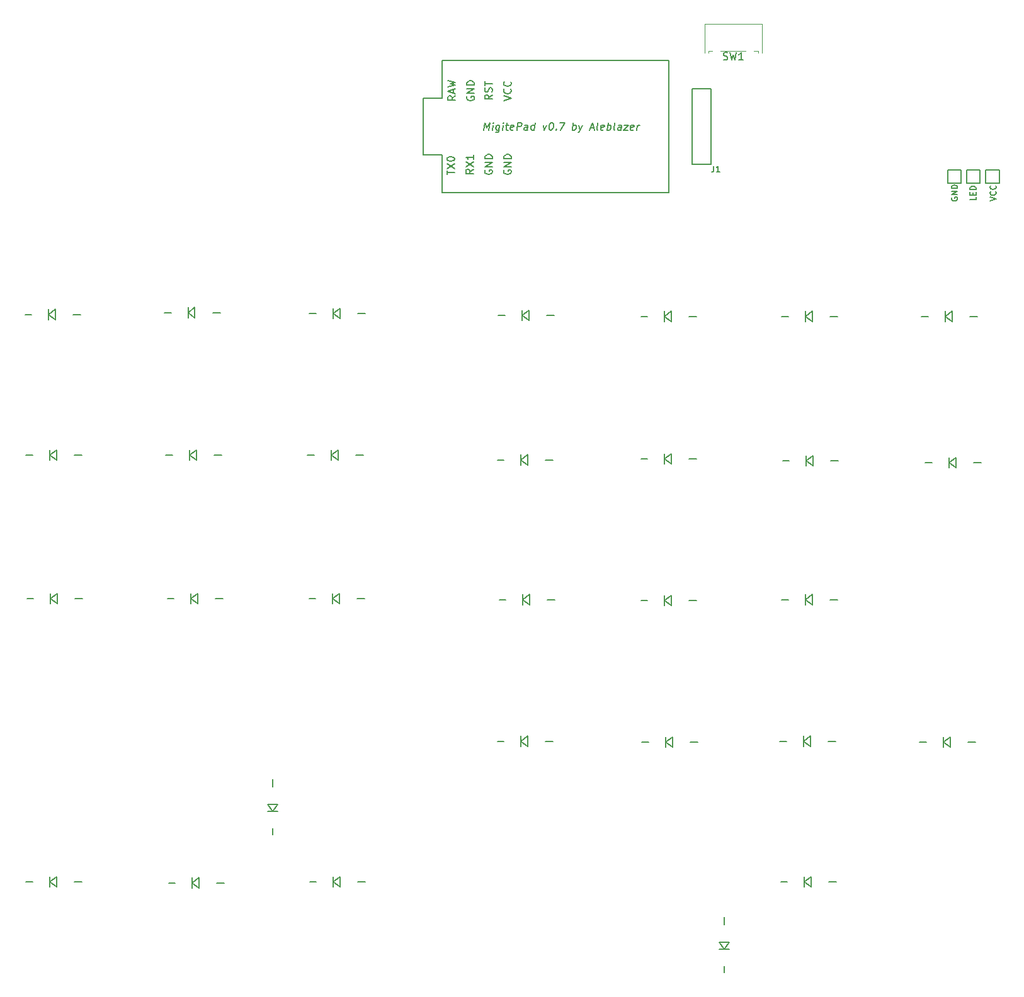
<source format=gto>
G04 #@! TF.GenerationSoftware,KiCad,Pcbnew,(5.1.5)-3*
G04 #@! TF.CreationDate,2020-03-03T22:43:43-06:00*
G04 #@! TF.ProjectId,MigitePad,4d696769-7465-4506-9164-2e6b69636164,rev?*
G04 #@! TF.SameCoordinates,Original*
G04 #@! TF.FileFunction,Legend,Top*
G04 #@! TF.FilePolarity,Positive*
%FSLAX46Y46*%
G04 Gerber Fmt 4.6, Leading zero omitted, Abs format (unit mm)*
G04 Created by KiCad (PCBNEW (5.1.5)-3) date 2020-03-03 22:43:43*
%MOMM*%
%LPD*%
G04 APERTURE LIST*
%ADD10C,0.150000*%
%ADD11C,0.120000*%
%ADD12C,4.802400*%
%ADD13R,1.626000X1.626000*%
%ADD14C,3.502000*%
%ADD15C,1.852000*%
%ADD16C,4.089800*%
%ADD17C,0.100000*%
%ADD18R,2.100980X2.100980*%
%ADD19C,2.100980*%
%ADD20R,1.902000X1.602000*%
%ADD21R,1.602000X1.902000*%
%ADD22C,3.150000*%
%ADD23C,1.499000*%
%ADD24C,2.202000*%
%ADD25C,1.302000*%
%ADD26C,1.702000*%
%ADD27R,1.702000X1.702000*%
G04 APERTURE END LIST*
D10*
X131401872Y-44140380D02*
X131526872Y-43140380D01*
X131770919Y-43854666D01*
X132193538Y-43140380D01*
X132068538Y-44140380D01*
X132544729Y-44140380D02*
X132628062Y-43473714D01*
X132669729Y-43140380D02*
X132616157Y-43188000D01*
X132657824Y-43235619D01*
X132711395Y-43188000D01*
X132669729Y-43140380D01*
X132657824Y-43235619D01*
X133532824Y-43473714D02*
X133431633Y-44283238D01*
X133372110Y-44378476D01*
X133318538Y-44426095D01*
X133217348Y-44473714D01*
X133074491Y-44473714D01*
X132985205Y-44426095D01*
X133455443Y-44092761D02*
X133354252Y-44140380D01*
X133163776Y-44140380D01*
X133074491Y-44092761D01*
X133032824Y-44045142D01*
X132997110Y-43949904D01*
X133032824Y-43664190D01*
X133092348Y-43568952D01*
X133145919Y-43521333D01*
X133247110Y-43473714D01*
X133437586Y-43473714D01*
X133526872Y-43521333D01*
X133925681Y-44140380D02*
X134009014Y-43473714D01*
X134050681Y-43140380D02*
X133997110Y-43188000D01*
X134038776Y-43235619D01*
X134092348Y-43188000D01*
X134050681Y-43140380D01*
X134038776Y-43235619D01*
X134342348Y-43473714D02*
X134723300Y-43473714D01*
X134526872Y-43140380D02*
X134419729Y-43997523D01*
X134455443Y-44092761D01*
X134544729Y-44140380D01*
X134639967Y-44140380D01*
X135360205Y-44092761D02*
X135259014Y-44140380D01*
X135068538Y-44140380D01*
X134979252Y-44092761D01*
X134943538Y-43997523D01*
X134991157Y-43616571D01*
X135050681Y-43521333D01*
X135151872Y-43473714D01*
X135342348Y-43473714D01*
X135431633Y-43521333D01*
X135467348Y-43616571D01*
X135455443Y-43711809D01*
X134967348Y-43807047D01*
X135830443Y-44140380D02*
X135955443Y-43140380D01*
X136336395Y-43140380D01*
X136425681Y-43188000D01*
X136467348Y-43235619D01*
X136503062Y-43330857D01*
X136485205Y-43473714D01*
X136425681Y-43568952D01*
X136372110Y-43616571D01*
X136270919Y-43664190D01*
X135889967Y-43664190D01*
X137259014Y-44140380D02*
X137324491Y-43616571D01*
X137288776Y-43521333D01*
X137199491Y-43473714D01*
X137009014Y-43473714D01*
X136907824Y-43521333D01*
X137264967Y-44092761D02*
X137163776Y-44140380D01*
X136925681Y-44140380D01*
X136836395Y-44092761D01*
X136800681Y-43997523D01*
X136812586Y-43902285D01*
X136872110Y-43807047D01*
X136973300Y-43759428D01*
X137211395Y-43759428D01*
X137312586Y-43711809D01*
X138163776Y-44140380D02*
X138288776Y-43140380D01*
X138169729Y-44092761D02*
X138068538Y-44140380D01*
X137878062Y-44140380D01*
X137788776Y-44092761D01*
X137747110Y-44045142D01*
X137711395Y-43949904D01*
X137747110Y-43664190D01*
X137806633Y-43568952D01*
X137860205Y-43521333D01*
X137961395Y-43473714D01*
X138151872Y-43473714D01*
X138241157Y-43521333D01*
X139389967Y-43473714D02*
X139544729Y-44140380D01*
X139866157Y-43473714D01*
X140479252Y-43140380D02*
X140574491Y-43140380D01*
X140663776Y-43188000D01*
X140705443Y-43235619D01*
X140741157Y-43330857D01*
X140764967Y-43521333D01*
X140735205Y-43759428D01*
X140663776Y-43949904D01*
X140604252Y-44045142D01*
X140550681Y-44092761D01*
X140449491Y-44140380D01*
X140354252Y-44140380D01*
X140264967Y-44092761D01*
X140223300Y-44045142D01*
X140187586Y-43949904D01*
X140163776Y-43759428D01*
X140193538Y-43521333D01*
X140264967Y-43330857D01*
X140324491Y-43235619D01*
X140378062Y-43188000D01*
X140479252Y-43140380D01*
X141128062Y-44045142D02*
X141169729Y-44092761D01*
X141116157Y-44140380D01*
X141074491Y-44092761D01*
X141128062Y-44045142D01*
X141116157Y-44140380D01*
X141622110Y-43140380D02*
X142288776Y-43140380D01*
X141735205Y-44140380D01*
X143306633Y-44140380D02*
X143431633Y-43140380D01*
X143384014Y-43521333D02*
X143485205Y-43473714D01*
X143675681Y-43473714D01*
X143764967Y-43521333D01*
X143806633Y-43568952D01*
X143842348Y-43664190D01*
X143806633Y-43949904D01*
X143747110Y-44045142D01*
X143693538Y-44092761D01*
X143592348Y-44140380D01*
X143401872Y-44140380D01*
X143312586Y-44092761D01*
X144199491Y-43473714D02*
X144354252Y-44140380D01*
X144675681Y-43473714D02*
X144354252Y-44140380D01*
X144229252Y-44378476D01*
X144175681Y-44426095D01*
X144074491Y-44473714D01*
X145723300Y-43854666D02*
X146199491Y-43854666D01*
X145592348Y-44140380D02*
X146050681Y-43140380D01*
X146259014Y-44140380D01*
X146735205Y-44140380D02*
X146645919Y-44092761D01*
X146610205Y-43997523D01*
X146717348Y-43140380D01*
X147503062Y-44092761D02*
X147401872Y-44140380D01*
X147211395Y-44140380D01*
X147122110Y-44092761D01*
X147086395Y-43997523D01*
X147134014Y-43616571D01*
X147193538Y-43521333D01*
X147294729Y-43473714D01*
X147485205Y-43473714D01*
X147574491Y-43521333D01*
X147610205Y-43616571D01*
X147598300Y-43711809D01*
X147110205Y-43807047D01*
X147973300Y-44140380D02*
X148098300Y-43140380D01*
X148050681Y-43521333D02*
X148151872Y-43473714D01*
X148342348Y-43473714D01*
X148431633Y-43521333D01*
X148473300Y-43568952D01*
X148509014Y-43664190D01*
X148473300Y-43949904D01*
X148413776Y-44045142D01*
X148360205Y-44092761D01*
X148259014Y-44140380D01*
X148068538Y-44140380D01*
X147979252Y-44092761D01*
X149020919Y-44140380D02*
X148931633Y-44092761D01*
X148895919Y-43997523D01*
X149003062Y-43140380D01*
X149830443Y-44140380D02*
X149895919Y-43616571D01*
X149860205Y-43521333D01*
X149770919Y-43473714D01*
X149580443Y-43473714D01*
X149479252Y-43521333D01*
X149836395Y-44092761D02*
X149735205Y-44140380D01*
X149497110Y-44140380D01*
X149407824Y-44092761D01*
X149372110Y-43997523D01*
X149384014Y-43902285D01*
X149443538Y-43807047D01*
X149544729Y-43759428D01*
X149782824Y-43759428D01*
X149884014Y-43711809D01*
X150294729Y-43473714D02*
X150818538Y-43473714D01*
X150211395Y-44140380D01*
X150735205Y-44140380D01*
X151503062Y-44092761D02*
X151401872Y-44140380D01*
X151211395Y-44140380D01*
X151122110Y-44092761D01*
X151086395Y-43997523D01*
X151134014Y-43616571D01*
X151193538Y-43521333D01*
X151294729Y-43473714D01*
X151485205Y-43473714D01*
X151574491Y-43521333D01*
X151610205Y-43616571D01*
X151598300Y-43711809D01*
X151110205Y-43807047D01*
X151973300Y-44140380D02*
X152056633Y-43473714D01*
X152032824Y-43664190D02*
X152092348Y-43568952D01*
X152145919Y-43521333D01*
X152247110Y-43473714D01*
X152342348Y-43473714D01*
X129992380Y-49410857D02*
X129516190Y-49744190D01*
X129992380Y-49982285D02*
X128992380Y-49982285D01*
X128992380Y-49601333D01*
X129040000Y-49506095D01*
X129087619Y-49458476D01*
X129182857Y-49410857D01*
X129325714Y-49410857D01*
X129420952Y-49458476D01*
X129468571Y-49506095D01*
X129516190Y-49601333D01*
X129516190Y-49982285D01*
X128992380Y-49077523D02*
X129992380Y-48410857D01*
X128992380Y-48410857D02*
X129992380Y-49077523D01*
X129992380Y-47506095D02*
X129992380Y-48077523D01*
X129992380Y-47791809D02*
X128992380Y-47791809D01*
X129135238Y-47887047D01*
X129230476Y-47982285D01*
X129278095Y-48077523D01*
X126452380Y-50133095D02*
X126452380Y-49561666D01*
X127452380Y-49847380D02*
X126452380Y-49847380D01*
X126452380Y-49323571D02*
X127452380Y-48656904D01*
X126452380Y-48656904D02*
X127452380Y-49323571D01*
X126452380Y-48085476D02*
X126452380Y-47990238D01*
X126500000Y-47895000D01*
X126547619Y-47847380D01*
X126642857Y-47799761D01*
X126833333Y-47752142D01*
X127071428Y-47752142D01*
X127261904Y-47799761D01*
X127357142Y-47847380D01*
X127404761Y-47895000D01*
X127452380Y-47990238D01*
X127452380Y-48085476D01*
X127404761Y-48180714D01*
X127357142Y-48228333D01*
X127261904Y-48275952D01*
X127071428Y-48323571D01*
X126833333Y-48323571D01*
X126642857Y-48275952D01*
X126547619Y-48228333D01*
X126500000Y-48180714D01*
X126452380Y-48085476D01*
X127579380Y-39552476D02*
X127103190Y-39885809D01*
X127579380Y-40123904D02*
X126579380Y-40123904D01*
X126579380Y-39742952D01*
X126627000Y-39647714D01*
X126674619Y-39600095D01*
X126769857Y-39552476D01*
X126912714Y-39552476D01*
X127007952Y-39600095D01*
X127055571Y-39647714D01*
X127103190Y-39742952D01*
X127103190Y-40123904D01*
X127293666Y-39171523D02*
X127293666Y-38695333D01*
X127579380Y-39266761D02*
X126579380Y-38933428D01*
X127579380Y-38600095D01*
X126579380Y-38362000D02*
X127579380Y-38123904D01*
X126865095Y-37933428D01*
X127579380Y-37742952D01*
X126579380Y-37504857D01*
X134072380Y-40195333D02*
X135072380Y-39862000D01*
X134072380Y-39528666D01*
X134977142Y-38623904D02*
X135024761Y-38671523D01*
X135072380Y-38814380D01*
X135072380Y-38909619D01*
X135024761Y-39052476D01*
X134929523Y-39147714D01*
X134834285Y-39195333D01*
X134643809Y-39242952D01*
X134500952Y-39242952D01*
X134310476Y-39195333D01*
X134215238Y-39147714D01*
X134120000Y-39052476D01*
X134072380Y-38909619D01*
X134072380Y-38814380D01*
X134120000Y-38671523D01*
X134167619Y-38623904D01*
X134977142Y-37623904D02*
X135024761Y-37671523D01*
X135072380Y-37814380D01*
X135072380Y-37909619D01*
X135024761Y-38052476D01*
X134929523Y-38147714D01*
X134834285Y-38195333D01*
X134643809Y-38242952D01*
X134500952Y-38242952D01*
X134310476Y-38195333D01*
X134215238Y-38147714D01*
X134120000Y-38052476D01*
X134072380Y-37909619D01*
X134072380Y-37814380D01*
X134120000Y-37671523D01*
X134167619Y-37623904D01*
X132532380Y-39409619D02*
X132056190Y-39742952D01*
X132532380Y-39981047D02*
X131532380Y-39981047D01*
X131532380Y-39600095D01*
X131580000Y-39504857D01*
X131627619Y-39457238D01*
X131722857Y-39409619D01*
X131865714Y-39409619D01*
X131960952Y-39457238D01*
X132008571Y-39504857D01*
X132056190Y-39600095D01*
X132056190Y-39981047D01*
X132484761Y-39028666D02*
X132532380Y-38885809D01*
X132532380Y-38647714D01*
X132484761Y-38552476D01*
X132437142Y-38504857D01*
X132341904Y-38457238D01*
X132246666Y-38457238D01*
X132151428Y-38504857D01*
X132103809Y-38552476D01*
X132056190Y-38647714D01*
X132008571Y-38838190D01*
X131960952Y-38933428D01*
X131913333Y-38981047D01*
X131818095Y-39028666D01*
X131722857Y-39028666D01*
X131627619Y-38981047D01*
X131580000Y-38933428D01*
X131532380Y-38838190D01*
X131532380Y-38600095D01*
X131580000Y-38457238D01*
X131532380Y-38171523D02*
X131532380Y-37600095D01*
X132532380Y-37885809D02*
X131532380Y-37885809D01*
X134120000Y-49529904D02*
X134072380Y-49625142D01*
X134072380Y-49768000D01*
X134120000Y-49910857D01*
X134215238Y-50006095D01*
X134310476Y-50053714D01*
X134500952Y-50101333D01*
X134643809Y-50101333D01*
X134834285Y-50053714D01*
X134929523Y-50006095D01*
X135024761Y-49910857D01*
X135072380Y-49768000D01*
X135072380Y-49672761D01*
X135024761Y-49529904D01*
X134977142Y-49482285D01*
X134643809Y-49482285D01*
X134643809Y-49672761D01*
X135072380Y-49053714D02*
X134072380Y-49053714D01*
X135072380Y-48482285D01*
X134072380Y-48482285D01*
X135072380Y-48006095D02*
X134072380Y-48006095D01*
X134072380Y-47768000D01*
X134120000Y-47625142D01*
X134215238Y-47529904D01*
X134310476Y-47482285D01*
X134500952Y-47434666D01*
X134643809Y-47434666D01*
X134834285Y-47482285D01*
X134929523Y-47529904D01*
X135024761Y-47625142D01*
X135072380Y-47768000D01*
X135072380Y-48006095D01*
X131580000Y-49529904D02*
X131532380Y-49625142D01*
X131532380Y-49768000D01*
X131580000Y-49910857D01*
X131675238Y-50006095D01*
X131770476Y-50053714D01*
X131960952Y-50101333D01*
X132103809Y-50101333D01*
X132294285Y-50053714D01*
X132389523Y-50006095D01*
X132484761Y-49910857D01*
X132532380Y-49768000D01*
X132532380Y-49672761D01*
X132484761Y-49529904D01*
X132437142Y-49482285D01*
X132103809Y-49482285D01*
X132103809Y-49672761D01*
X132532380Y-49053714D02*
X131532380Y-49053714D01*
X132532380Y-48482285D01*
X131532380Y-48482285D01*
X132532380Y-48006095D02*
X131532380Y-48006095D01*
X131532380Y-47768000D01*
X131580000Y-47625142D01*
X131675238Y-47529904D01*
X131770476Y-47482285D01*
X131960952Y-47434666D01*
X132103809Y-47434666D01*
X132294285Y-47482285D01*
X132389523Y-47529904D01*
X132484761Y-47625142D01*
X132532380Y-47768000D01*
X132532380Y-48006095D01*
X129167000Y-39623904D02*
X129119380Y-39719142D01*
X129119380Y-39862000D01*
X129167000Y-40004857D01*
X129262238Y-40100095D01*
X129357476Y-40147714D01*
X129547952Y-40195333D01*
X129690809Y-40195333D01*
X129881285Y-40147714D01*
X129976523Y-40100095D01*
X130071761Y-40004857D01*
X130119380Y-39862000D01*
X130119380Y-39766761D01*
X130071761Y-39623904D01*
X130024142Y-39576285D01*
X129690809Y-39576285D01*
X129690809Y-39766761D01*
X130119380Y-39147714D02*
X129119380Y-39147714D01*
X130119380Y-38576285D01*
X129119380Y-38576285D01*
X130119380Y-38100095D02*
X129119380Y-38100095D01*
X129119380Y-37862000D01*
X129167000Y-37719142D01*
X129262238Y-37623904D01*
X129357476Y-37576285D01*
X129547952Y-37528666D01*
X129690809Y-37528666D01*
X129881285Y-37576285D01*
X129976523Y-37623904D01*
X130071761Y-37719142D01*
X130119380Y-37862000D01*
X130119380Y-38100095D01*
X198891000Y-51319000D02*
X200691000Y-51319000D01*
X200691000Y-49519000D02*
X200691000Y-51319000D01*
X198891000Y-49519000D02*
X200691000Y-49519000D01*
X196291000Y-51319000D02*
X198091000Y-51319000D01*
X196291000Y-49519000D02*
X198091000Y-49519000D01*
X198091000Y-49519000D02*
X198091000Y-51319000D01*
X196291000Y-51319000D02*
X196291000Y-49519000D01*
X195591000Y-51319000D02*
X193791000Y-51319000D01*
X195591000Y-49519000D02*
X195591000Y-51319000D01*
X193791000Y-49519000D02*
X195591000Y-49519000D01*
X193791000Y-51319000D02*
X193791000Y-49519000D01*
X198891000Y-51319000D02*
X198891000Y-49519000D01*
X196475000Y-126492000D02*
X197475000Y-126492000D01*
X190875000Y-126492000D02*
X189975000Y-126492000D01*
X193175000Y-126492000D02*
X194075000Y-127192000D01*
X194075000Y-127192000D02*
X194075000Y-125792000D01*
X194075000Y-125792000D02*
X193175000Y-126492000D01*
X193175000Y-127192000D02*
X193175000Y-125792000D01*
X197237000Y-88900000D02*
X198237000Y-88900000D01*
X191637000Y-88900000D02*
X190737000Y-88900000D01*
X193937000Y-88900000D02*
X194837000Y-89600000D01*
X194837000Y-89600000D02*
X194837000Y-88200000D01*
X194837000Y-88200000D02*
X193937000Y-88900000D01*
X193937000Y-89600000D02*
X193937000Y-88200000D01*
X196729000Y-69215000D02*
X197729000Y-69215000D01*
X191129000Y-69215000D02*
X190229000Y-69215000D01*
X193429000Y-69215000D02*
X194329000Y-69915000D01*
X194329000Y-69915000D02*
X194329000Y-68515000D01*
X194329000Y-68515000D02*
X193429000Y-69215000D01*
X193429000Y-69915000D02*
X193429000Y-68515000D01*
X177806000Y-145288000D02*
X178806000Y-145288000D01*
X172206000Y-145288000D02*
X171306000Y-145288000D01*
X174506000Y-145288000D02*
X175406000Y-145988000D01*
X175406000Y-145988000D02*
X175406000Y-144588000D01*
X175406000Y-144588000D02*
X174506000Y-145288000D01*
X174506000Y-145988000D02*
X174506000Y-144588000D01*
X177679000Y-126365000D02*
X178679000Y-126365000D01*
X172079000Y-126365000D02*
X171179000Y-126365000D01*
X174379000Y-126365000D02*
X175279000Y-127065000D01*
X175279000Y-127065000D02*
X175279000Y-125665000D01*
X175279000Y-125665000D02*
X174379000Y-126365000D01*
X174379000Y-127065000D02*
X174379000Y-125665000D01*
X177933000Y-107315000D02*
X178933000Y-107315000D01*
X172333000Y-107315000D02*
X171433000Y-107315000D01*
X174633000Y-107315000D02*
X175533000Y-108015000D01*
X175533000Y-108015000D02*
X175533000Y-106615000D01*
X175533000Y-106615000D02*
X174633000Y-107315000D01*
X174633000Y-108015000D02*
X174633000Y-106615000D01*
X178060000Y-88646000D02*
X179060000Y-88646000D01*
X172460000Y-88646000D02*
X171560000Y-88646000D01*
X174760000Y-88646000D02*
X175660000Y-89346000D01*
X175660000Y-89346000D02*
X175660000Y-87946000D01*
X175660000Y-87946000D02*
X174760000Y-88646000D01*
X174760000Y-89346000D02*
X174760000Y-87946000D01*
X177933000Y-69215000D02*
X178933000Y-69215000D01*
X172333000Y-69215000D02*
X171433000Y-69215000D01*
X174633000Y-69215000D02*
X175533000Y-69915000D01*
X175533000Y-69915000D02*
X175533000Y-68515000D01*
X175533000Y-68515000D02*
X174633000Y-69215000D01*
X174633000Y-69915000D02*
X174633000Y-68515000D01*
X159137000Y-126492000D02*
X160137000Y-126492000D01*
X153537000Y-126492000D02*
X152637000Y-126492000D01*
X155837000Y-126492000D02*
X156737000Y-127192000D01*
X156737000Y-127192000D02*
X156737000Y-125792000D01*
X156737000Y-125792000D02*
X155837000Y-126492000D01*
X155837000Y-127192000D02*
X155837000Y-125792000D01*
X159010000Y-107442000D02*
X160010000Y-107442000D01*
X153410000Y-107442000D02*
X152510000Y-107442000D01*
X155710000Y-107442000D02*
X156610000Y-108142000D01*
X156610000Y-108142000D02*
X156610000Y-106742000D01*
X156610000Y-106742000D02*
X155710000Y-107442000D01*
X155710000Y-108142000D02*
X155710000Y-106742000D01*
X159010000Y-88392000D02*
X160010000Y-88392000D01*
X153410000Y-88392000D02*
X152510000Y-88392000D01*
X155710000Y-88392000D02*
X156610000Y-89092000D01*
X156610000Y-89092000D02*
X156610000Y-87692000D01*
X156610000Y-87692000D02*
X155710000Y-88392000D01*
X155710000Y-89092000D02*
X155710000Y-87692000D01*
X159010000Y-69215000D02*
X160010000Y-69215000D01*
X153410000Y-69215000D02*
X152510000Y-69215000D01*
X155710000Y-69215000D02*
X156610000Y-69915000D01*
X156610000Y-69915000D02*
X156610000Y-68515000D01*
X156610000Y-68515000D02*
X155710000Y-69215000D01*
X155710000Y-69915000D02*
X155710000Y-68515000D01*
X163703000Y-150997000D02*
X163703000Y-149997000D01*
X163703000Y-156597000D02*
X163703000Y-157497000D01*
X163703000Y-154297000D02*
X164403000Y-153397000D01*
X164403000Y-153397000D02*
X163003000Y-153397000D01*
X163003000Y-153397000D02*
X163703000Y-154297000D01*
X164403000Y-154297000D02*
X163003000Y-154297000D01*
X139706000Y-126365000D02*
X140706000Y-126365000D01*
X134106000Y-126365000D02*
X133206000Y-126365000D01*
X136406000Y-126365000D02*
X137306000Y-127065000D01*
X137306000Y-127065000D02*
X137306000Y-125665000D01*
X137306000Y-125665000D02*
X136406000Y-126365000D01*
X136406000Y-127065000D02*
X136406000Y-125665000D01*
X139960000Y-107315000D02*
X140960000Y-107315000D01*
X134360000Y-107315000D02*
X133460000Y-107315000D01*
X136660000Y-107315000D02*
X137560000Y-108015000D01*
X137560000Y-108015000D02*
X137560000Y-106615000D01*
X137560000Y-106615000D02*
X136660000Y-107315000D01*
X136660000Y-108015000D02*
X136660000Y-106615000D01*
X139706000Y-88519000D02*
X140706000Y-88519000D01*
X134106000Y-88519000D02*
X133206000Y-88519000D01*
X136406000Y-88519000D02*
X137306000Y-89219000D01*
X137306000Y-89219000D02*
X137306000Y-87819000D01*
X137306000Y-87819000D02*
X136406000Y-88519000D01*
X136406000Y-89219000D02*
X136406000Y-87819000D01*
X139833000Y-69088000D02*
X140833000Y-69088000D01*
X134233000Y-69088000D02*
X133333000Y-69088000D01*
X136533000Y-69088000D02*
X137433000Y-69788000D01*
X137433000Y-69788000D02*
X137433000Y-68388000D01*
X137433000Y-68388000D02*
X136533000Y-69088000D01*
X136533000Y-69788000D02*
X136533000Y-68388000D01*
X114482000Y-145288000D02*
X115482000Y-145288000D01*
X108882000Y-145288000D02*
X107982000Y-145288000D01*
X111182000Y-145288000D02*
X112082000Y-145988000D01*
X112082000Y-145988000D02*
X112082000Y-144588000D01*
X112082000Y-144588000D02*
X111182000Y-145288000D01*
X111182000Y-145988000D02*
X111182000Y-144588000D01*
X114384000Y-107188000D02*
X115384000Y-107188000D01*
X108784000Y-107188000D02*
X107884000Y-107188000D01*
X111084000Y-107188000D02*
X111984000Y-107888000D01*
X111984000Y-107888000D02*
X111984000Y-106488000D01*
X111984000Y-106488000D02*
X111084000Y-107188000D01*
X111084000Y-107888000D02*
X111084000Y-106488000D01*
X114179000Y-87884000D02*
X115179000Y-87884000D01*
X108579000Y-87884000D02*
X107679000Y-87884000D01*
X110879000Y-87884000D02*
X111779000Y-88584000D01*
X111779000Y-88584000D02*
X111779000Y-87184000D01*
X111779000Y-87184000D02*
X110879000Y-87884000D01*
X110879000Y-88584000D02*
X110879000Y-87184000D01*
X114433000Y-68834000D02*
X115433000Y-68834000D01*
X108833000Y-68834000D02*
X107933000Y-68834000D01*
X111133000Y-68834000D02*
X112033000Y-69534000D01*
X112033000Y-69534000D02*
X112033000Y-68134000D01*
X112033000Y-68134000D02*
X111133000Y-68834000D01*
X111133000Y-69534000D02*
X111133000Y-68134000D01*
X95510000Y-145415000D02*
X96510000Y-145415000D01*
X89910000Y-145415000D02*
X89010000Y-145415000D01*
X92210000Y-145415000D02*
X93110000Y-146115000D01*
X93110000Y-146115000D02*
X93110000Y-144715000D01*
X93110000Y-144715000D02*
X92210000Y-145415000D01*
X92210000Y-146115000D02*
X92210000Y-144715000D01*
X102997000Y-132455000D02*
X102997000Y-131455000D01*
X102997000Y-138055000D02*
X102997000Y-138955000D01*
X102997000Y-135755000D02*
X103697000Y-134855000D01*
X103697000Y-134855000D02*
X102297000Y-134855000D01*
X102297000Y-134855000D02*
X102997000Y-135755000D01*
X103697000Y-135755000D02*
X102297000Y-135755000D01*
X95334000Y-107188000D02*
X96334000Y-107188000D01*
X89734000Y-107188000D02*
X88834000Y-107188000D01*
X92034000Y-107188000D02*
X92934000Y-107888000D01*
X92934000Y-107888000D02*
X92934000Y-106488000D01*
X92934000Y-106488000D02*
X92034000Y-107188000D01*
X92034000Y-107888000D02*
X92034000Y-106488000D01*
X95129000Y-87884000D02*
X96129000Y-87884000D01*
X89529000Y-87884000D02*
X88629000Y-87884000D01*
X91829000Y-87884000D02*
X92729000Y-88584000D01*
X92729000Y-88584000D02*
X92729000Y-87184000D01*
X92729000Y-87184000D02*
X91829000Y-87884000D01*
X91829000Y-88584000D02*
X91829000Y-87184000D01*
X94953000Y-68707000D02*
X95953000Y-68707000D01*
X89353000Y-68707000D02*
X88453000Y-68707000D01*
X91653000Y-68707000D02*
X92553000Y-69407000D01*
X92553000Y-69407000D02*
X92553000Y-68007000D01*
X92553000Y-68007000D02*
X91653000Y-68707000D01*
X91653000Y-69407000D02*
X91653000Y-68007000D01*
X76333000Y-145288000D02*
X77333000Y-145288000D01*
X70733000Y-145288000D02*
X69833000Y-145288000D01*
X73033000Y-145288000D02*
X73933000Y-145988000D01*
X73933000Y-145988000D02*
X73933000Y-144588000D01*
X73933000Y-144588000D02*
X73033000Y-145288000D01*
X73033000Y-145988000D02*
X73033000Y-144588000D01*
X76460000Y-107188000D02*
X77460000Y-107188000D01*
X70860000Y-107188000D02*
X69960000Y-107188000D01*
X73160000Y-107188000D02*
X74060000Y-107888000D01*
X74060000Y-107888000D02*
X74060000Y-106488000D01*
X74060000Y-106488000D02*
X73160000Y-107188000D01*
X73160000Y-107888000D02*
X73160000Y-106488000D01*
X76333000Y-87884000D02*
X77333000Y-87884000D01*
X70733000Y-87884000D02*
X69833000Y-87884000D01*
X73033000Y-87884000D02*
X73933000Y-88584000D01*
X73933000Y-88584000D02*
X73933000Y-87184000D01*
X73933000Y-87184000D02*
X73033000Y-87884000D01*
X73033000Y-88584000D02*
X73033000Y-87184000D01*
X76206000Y-68961000D02*
X77206000Y-68961000D01*
X70606000Y-68961000D02*
X69706000Y-68961000D01*
X72906000Y-68961000D02*
X73806000Y-69661000D01*
X73806000Y-69661000D02*
X73806000Y-68261000D01*
X73806000Y-68261000D02*
X72906000Y-68961000D01*
X72906000Y-69661000D02*
X72906000Y-68261000D01*
X161925000Y-48768000D02*
X159385000Y-48768000D01*
X159385000Y-38608000D02*
X161925000Y-38608000D01*
X159385000Y-48768000D02*
X159385000Y-38608000D01*
X161925000Y-48768000D02*
X161925000Y-38608000D01*
D11*
X161593000Y-33545500D02*
X161593000Y-33775500D01*
X161073000Y-29875500D02*
X168793000Y-29875500D01*
X168793000Y-29875500D02*
X168793000Y-33775500D01*
X161073000Y-29875500D02*
X161073000Y-33775500D01*
X168273000Y-33545500D02*
X168273000Y-33775500D01*
X167733000Y-33545500D02*
X168273000Y-33545500D01*
X161593000Y-33545500D02*
X162133000Y-33545500D01*
X163233000Y-33545500D02*
X166633000Y-33545500D01*
D10*
X156241750Y-34798000D02*
X156241750Y-52578000D01*
X125761750Y-34798000D02*
X156241750Y-34798000D01*
X125761750Y-39878000D02*
X125761750Y-34798000D01*
X123221750Y-39878000D02*
X125761750Y-39878000D01*
X123221750Y-47498000D02*
X123221750Y-39878000D01*
X125761750Y-47498000D02*
X123221750Y-47498000D01*
X125761750Y-52578000D02*
X125761750Y-47498000D01*
X125761750Y-52578000D02*
X156241750Y-52578000D01*
X197552904Y-53133285D02*
X197552904Y-53514238D01*
X196752904Y-53514238D01*
X197133857Y-52866619D02*
X197133857Y-52599952D01*
X197552904Y-52485666D02*
X197552904Y-52866619D01*
X196752904Y-52866619D01*
X196752904Y-52485666D01*
X197552904Y-52142809D02*
X196752904Y-52142809D01*
X196752904Y-51952333D01*
X196791000Y-51838047D01*
X196867190Y-51761857D01*
X196943380Y-51723761D01*
X197095761Y-51685666D01*
X197210047Y-51685666D01*
X197362428Y-51723761D01*
X197438619Y-51761857D01*
X197514809Y-51838047D01*
X197552904Y-51952333D01*
X197552904Y-52142809D01*
X194291000Y-53228523D02*
X194252904Y-53304714D01*
X194252904Y-53419000D01*
X194291000Y-53533285D01*
X194367190Y-53609476D01*
X194443380Y-53647571D01*
X194595761Y-53685666D01*
X194710047Y-53685666D01*
X194862428Y-53647571D01*
X194938619Y-53609476D01*
X195014809Y-53533285D01*
X195052904Y-53419000D01*
X195052904Y-53342809D01*
X195014809Y-53228523D01*
X194976714Y-53190428D01*
X194710047Y-53190428D01*
X194710047Y-53342809D01*
X195052904Y-52847571D02*
X194252904Y-52847571D01*
X195052904Y-52390428D01*
X194252904Y-52390428D01*
X195052904Y-52009476D02*
X194252904Y-52009476D01*
X194252904Y-51819000D01*
X194291000Y-51704714D01*
X194367190Y-51628523D01*
X194443380Y-51590428D01*
X194595761Y-51552333D01*
X194710047Y-51552333D01*
X194862428Y-51590428D01*
X194938619Y-51628523D01*
X195014809Y-51704714D01*
X195052904Y-51819000D01*
X195052904Y-52009476D01*
X199452904Y-53685666D02*
X200252904Y-53419000D01*
X199452904Y-53152333D01*
X200176714Y-52428523D02*
X200214809Y-52466619D01*
X200252904Y-52580904D01*
X200252904Y-52657095D01*
X200214809Y-52771380D01*
X200138619Y-52847571D01*
X200062428Y-52885666D01*
X199910047Y-52923761D01*
X199795761Y-52923761D01*
X199643380Y-52885666D01*
X199567190Y-52847571D01*
X199491000Y-52771380D01*
X199452904Y-52657095D01*
X199452904Y-52580904D01*
X199491000Y-52466619D01*
X199529095Y-52428523D01*
X200176714Y-51628523D02*
X200214809Y-51666619D01*
X200252904Y-51780904D01*
X200252904Y-51857095D01*
X200214809Y-51971380D01*
X200138619Y-52047571D01*
X200062428Y-52085666D01*
X199910047Y-52123761D01*
X199795761Y-52123761D01*
X199643380Y-52085666D01*
X199567190Y-52047571D01*
X199491000Y-51971380D01*
X199452904Y-51857095D01*
X199452904Y-51780904D01*
X199491000Y-51666619D01*
X199529095Y-51628523D01*
X162314066Y-48967895D02*
X162314066Y-49548466D01*
X162275361Y-49664580D01*
X162197952Y-49741990D01*
X162081838Y-49780695D01*
X162004428Y-49780695D01*
X163126866Y-49780695D02*
X162662409Y-49780695D01*
X162894638Y-49780695D02*
X162894638Y-48967895D01*
X162817228Y-49084009D01*
X162739819Y-49161419D01*
X162662409Y-49200123D01*
X163599666Y-34660261D02*
X163742523Y-34707880D01*
X163980619Y-34707880D01*
X164075857Y-34660261D01*
X164123476Y-34612642D01*
X164171095Y-34517404D01*
X164171095Y-34422166D01*
X164123476Y-34326928D01*
X164075857Y-34279309D01*
X163980619Y-34231690D01*
X163790142Y-34184071D01*
X163694904Y-34136452D01*
X163647285Y-34088833D01*
X163599666Y-33993595D01*
X163599666Y-33898357D01*
X163647285Y-33803119D01*
X163694904Y-33755500D01*
X163790142Y-33707880D01*
X164028238Y-33707880D01*
X164171095Y-33755500D01*
X164504428Y-33707880D02*
X164742523Y-34707880D01*
X164933000Y-33993595D01*
X165123476Y-34707880D01*
X165361571Y-33707880D01*
X166266333Y-34707880D02*
X165694904Y-34707880D01*
X165980619Y-34707880D02*
X165980619Y-33707880D01*
X165885380Y-33850738D01*
X165790142Y-33945976D01*
X165694904Y-33993595D01*
%LPC*%
D12*
X198471000Y-35560000D03*
X165481000Y-143637000D03*
X124714000Y-119761000D03*
X83058000Y-147701000D03*
X83185000Y-61087000D03*
D13*
X194691000Y-50419000D03*
X197191000Y-50419000D03*
X199791000Y-50419000D03*
D14*
X189103000Y-147828000D03*
X191643000Y-149098000D03*
X191643000Y-141478000D03*
X189103000Y-142748000D03*
D15*
X194183000Y-140208000D03*
X194183000Y-150368000D03*
D16*
X194183000Y-145288000D03*
D17*
G36*
X187396644Y-147813657D02*
G01*
X187396666Y-147810931D01*
X187396746Y-147808451D01*
X187405499Y-147654284D01*
X187405518Y-147653960D01*
X187405584Y-147652915D01*
X187405846Y-147650054D01*
X187406188Y-147647203D01*
X187406474Y-147644508D01*
X187406796Y-147642042D01*
X187430552Y-147489466D01*
X187430605Y-147489133D01*
X187430773Y-147488099D01*
X187431311Y-147485288D01*
X187431923Y-147482515D01*
X187432474Y-147479841D01*
X187433037Y-147477409D01*
X187471569Y-147327879D01*
X187471655Y-147327549D01*
X187471923Y-147326537D01*
X187472732Y-147323797D01*
X187473588Y-147321169D01*
X187474421Y-147318486D01*
X187475219Y-147316122D01*
X187528155Y-147171078D01*
X187528166Y-147171082D01*
X187528284Y-147170753D01*
X187528276Y-147170750D01*
X187528637Y-147169780D01*
X187529719Y-147167105D01*
X187530868Y-147164482D01*
X187531914Y-147161999D01*
X187532940Y-147159722D01*
X187599781Y-147020524D01*
X187599917Y-147020241D01*
X187600376Y-147019300D01*
X187601712Y-147016747D01*
X187603125Y-147014222D01*
X187604409Y-147011854D01*
X187605645Y-147009700D01*
X187685747Y-146877696D01*
X187685950Y-146877819D01*
X187686126Y-146877541D01*
X187685919Y-146877414D01*
X187686468Y-146876522D01*
X187688051Y-146874106D01*
X187689679Y-146871768D01*
X187691194Y-146869526D01*
X187692643Y-146867489D01*
X187785248Y-146743925D01*
X187785476Y-146743623D01*
X187786110Y-146742790D01*
X187787883Y-146740591D01*
X187789648Y-146738520D01*
X187791465Y-146736328D01*
X187793104Y-146734447D01*
X187897325Y-146620509D01*
X187897556Y-146620258D01*
X187898268Y-146619490D01*
X187900275Y-146617444D01*
X187902270Y-146615521D01*
X187904253Y-146613555D01*
X187906068Y-146611842D01*
X188020900Y-146508629D01*
X188020934Y-146508666D01*
X188021196Y-146508426D01*
X188021165Y-146508391D01*
X188021937Y-146507706D01*
X188024141Y-146505859D01*
X188026346Y-146504115D01*
X188028482Y-146502375D01*
X188030456Y-146500846D01*
X188154823Y-146409321D01*
X188155087Y-146409128D01*
X188155934Y-146408513D01*
X188158311Y-146406888D01*
X188160680Y-146405365D01*
X188162976Y-146403842D01*
X188165083Y-146402518D01*
X188297787Y-146323566D01*
X188298084Y-146323391D01*
X188298987Y-146322862D01*
X188301491Y-146321488D01*
X188304019Y-146320191D01*
X188306430Y-146318912D01*
X188308661Y-146317797D01*
X188448421Y-146252180D01*
X188448467Y-146252278D01*
X188448790Y-146252123D01*
X188448746Y-146252028D01*
X188449677Y-146251598D01*
X188452330Y-146250463D01*
X188454890Y-146249452D01*
X188457495Y-146248381D01*
X188459823Y-146247490D01*
X188605336Y-146195818D01*
X188605647Y-146195709D01*
X188606636Y-146195365D01*
X188609374Y-146194498D01*
X188612052Y-146193732D01*
X188614718Y-146192930D01*
X188617123Y-146192270D01*
X188766983Y-146155044D01*
X188767345Y-146154956D01*
X188768363Y-146154711D01*
X188771136Y-146154124D01*
X188773909Y-146153618D01*
X188776600Y-146153087D01*
X188779062Y-146152664D01*
X188931840Y-146130240D01*
X188932184Y-146130190D01*
X188933221Y-146130045D01*
X188936060Y-146129729D01*
X188938812Y-146129500D01*
X188941602Y-146129229D01*
X188944091Y-146129049D01*
X189098329Y-146121640D01*
X189098681Y-146121624D01*
X189099727Y-146121581D01*
X189102580Y-146121544D01*
X189105358Y-146121585D01*
X189108152Y-146121588D01*
X189110639Y-146121651D01*
X189264862Y-146129328D01*
X189265201Y-146129346D01*
X189266246Y-146129405D01*
X189269101Y-146129647D01*
X189271844Y-146129957D01*
X189274635Y-146130233D01*
X189277112Y-146130540D01*
X189429851Y-146153230D01*
X189430203Y-146153283D01*
X189431237Y-146153444D01*
X189434034Y-146153960D01*
X189436786Y-146154547D01*
X189439494Y-146155086D01*
X189441924Y-146155632D01*
X189591719Y-146193118D01*
X189592051Y-146193202D01*
X189593065Y-146193463D01*
X189595805Y-146194251D01*
X189598471Y-146195099D01*
X189601139Y-146195907D01*
X189603501Y-146196686D01*
X189748924Y-146248611D01*
X189749211Y-146248714D01*
X189750195Y-146249072D01*
X189752887Y-146250139D01*
X189755511Y-146251266D01*
X189758027Y-146252306D01*
X189760302Y-146253312D01*
X189899962Y-146319180D01*
X189900272Y-146319327D01*
X189901216Y-146319780D01*
X189903752Y-146321086D01*
X189906231Y-146322451D01*
X189908659Y-146323745D01*
X189910826Y-146324969D01*
X190043394Y-146404152D01*
X190043696Y-146404333D01*
X190044591Y-146404876D01*
X190046981Y-146406420D01*
X190049267Y-146407987D01*
X190051599Y-146409540D01*
X190053640Y-146410971D01*
X190177849Y-146502711D01*
X190178133Y-146502923D01*
X190178971Y-146503551D01*
X190181204Y-146505324D01*
X190183328Y-146507109D01*
X190185488Y-146508874D01*
X190187382Y-146510500D01*
X190302045Y-146613924D01*
X190302280Y-146614138D01*
X190303053Y-146614844D01*
X190305130Y-146616852D01*
X190307103Y-146618871D01*
X190309045Y-146620802D01*
X190310772Y-146622606D01*
X190414785Y-146736715D01*
X190414747Y-146736750D01*
X190414991Y-146737018D01*
X190415029Y-146736984D01*
X190415719Y-146737751D01*
X190417579Y-146739939D01*
X190419325Y-146742114D01*
X190421092Y-146744254D01*
X190422634Y-146746216D01*
X190515025Y-146869941D01*
X190515223Y-146870208D01*
X190515844Y-146871051D01*
X190517478Y-146873406D01*
X190519035Y-146875790D01*
X190520562Y-146878058D01*
X190521900Y-146880154D01*
X190601776Y-147012305D01*
X190601947Y-147012590D01*
X190602483Y-147013490D01*
X190603881Y-147015996D01*
X190605189Y-147018503D01*
X190606491Y-147020916D01*
X190607622Y-147023139D01*
X190674221Y-147162452D01*
X190674375Y-147162777D01*
X190674820Y-147163725D01*
X190675957Y-147166334D01*
X190677016Y-147168962D01*
X190678071Y-147171477D01*
X190678981Y-147173804D01*
X190731665Y-147318946D01*
X190731380Y-147319049D01*
X190731486Y-147319337D01*
X190731769Y-147319236D01*
X190732118Y-147320215D01*
X190733014Y-147322976D01*
X190733797Y-147325644D01*
X190734623Y-147328321D01*
X190735298Y-147330715D01*
X190773568Y-147480307D01*
X190773640Y-147480625D01*
X190773647Y-147480623D01*
X190773899Y-147481634D01*
X190774517Y-147484453D01*
X190775041Y-147487213D01*
X190775595Y-147489924D01*
X190776033Y-147492373D01*
X190798792Y-147640236D01*
X190897553Y-147585869D01*
X190897649Y-147586043D01*
X190897942Y-147585898D01*
X190897841Y-147585712D01*
X190898761Y-147585213D01*
X190901341Y-147583907D01*
X190903897Y-147582703D01*
X190906355Y-147581502D01*
X190908623Y-147580462D01*
X191048677Y-147520339D01*
X191048976Y-147520212D01*
X191049941Y-147519805D01*
X191052624Y-147518761D01*
X191055273Y-147517816D01*
X191057858Y-147516853D01*
X191060213Y-147516041D01*
X191205467Y-147469872D01*
X191205771Y-147469777D01*
X191206771Y-147469466D01*
X191209547Y-147468688D01*
X191212263Y-147468009D01*
X191214944Y-147467299D01*
X191217368Y-147466720D01*
X191366433Y-147434947D01*
X191366745Y-147434882D01*
X191367771Y-147434670D01*
X191370616Y-147434166D01*
X191373352Y-147433761D01*
X191376111Y-147433312D01*
X191378583Y-147432972D01*
X191530039Y-147415896D01*
X191530394Y-147415857D01*
X191531435Y-147415747D01*
X191534279Y-147415527D01*
X191537087Y-147415388D01*
X191539831Y-147415214D01*
X191542323Y-147415116D01*
X191694720Y-147412900D01*
X191695072Y-147412896D01*
X191696119Y-147412888D01*
X191698973Y-147412947D01*
X191701744Y-147413081D01*
X191704526Y-147413176D01*
X191707025Y-147413322D01*
X191858912Y-147425989D01*
X191859251Y-147426019D01*
X191860294Y-147426113D01*
X191863140Y-147426450D01*
X191865944Y-147426863D01*
X191868656Y-147427223D01*
X191871115Y-147427611D01*
X192021042Y-147455039D01*
X192021416Y-147455108D01*
X192022444Y-147455304D01*
X192025190Y-147455907D01*
X192027917Y-147456585D01*
X192030623Y-147457218D01*
X192033029Y-147457844D01*
X192179548Y-147499768D01*
X192179528Y-147499838D01*
X192179852Y-147499927D01*
X192179871Y-147499861D01*
X192180862Y-147500151D01*
X192183615Y-147501042D01*
X192186305Y-147501998D01*
X192188885Y-147502875D01*
X192191217Y-147503732D01*
X192332960Y-147559758D01*
X192333263Y-147559878D01*
X192334234Y-147560269D01*
X192336874Y-147561420D01*
X192339438Y-147562625D01*
X192341925Y-147563751D01*
X192344174Y-147564836D01*
X192479774Y-147634427D01*
X192480052Y-147634571D01*
X192480981Y-147635055D01*
X192483512Y-147636467D01*
X192485915Y-147637898D01*
X192488307Y-147639277D01*
X192490439Y-147640576D01*
X192618600Y-147723067D01*
X192618892Y-147723257D01*
X192619769Y-147723830D01*
X192622113Y-147725456D01*
X192624384Y-147727128D01*
X192626624Y-147728730D01*
X192628614Y-147730228D01*
X192748114Y-147824832D01*
X192748389Y-147825051D01*
X192749206Y-147825707D01*
X192751377Y-147827552D01*
X192753493Y-147829455D01*
X192755548Y-147831252D01*
X192757382Y-147832935D01*
X192867080Y-147938748D01*
X192867343Y-147939005D01*
X192868091Y-147939737D01*
X192870065Y-147941779D01*
X192871919Y-147943808D01*
X192873848Y-147945859D01*
X192875511Y-147947718D01*
X192974360Y-148063730D01*
X192974608Y-148064023D01*
X192975281Y-148064825D01*
X192977031Y-148067031D01*
X192978700Y-148069258D01*
X192980406Y-148071472D01*
X192981876Y-148073478D01*
X193068934Y-148198583D01*
X193069128Y-148198864D01*
X193069720Y-148199727D01*
X193071275Y-148202136D01*
X193072735Y-148204544D01*
X193074195Y-148206878D01*
X193075463Y-148209020D01*
X193149890Y-148342014D01*
X193149840Y-148342042D01*
X193150000Y-148342327D01*
X193150049Y-148342300D01*
X193150550Y-148343208D01*
X193151881Y-148345791D01*
X193153104Y-148348341D01*
X193154320Y-148350787D01*
X193155375Y-148353045D01*
X193216474Y-148492677D01*
X193216615Y-148493003D01*
X193217028Y-148493965D01*
X193218078Y-148496612D01*
X193219027Y-148499214D01*
X193220025Y-148501838D01*
X193220852Y-148504183D01*
X193268034Y-148649111D01*
X193268146Y-148649460D01*
X193268463Y-148650458D01*
X193269246Y-148653182D01*
X193269955Y-148655934D01*
X193270672Y-148658569D01*
X193271268Y-148660989D01*
X193304082Y-148809829D01*
X193304150Y-148810143D01*
X193304369Y-148811167D01*
X193304893Y-148814006D01*
X193305334Y-148816848D01*
X193305784Y-148819496D01*
X193306142Y-148821967D01*
X193324274Y-148973296D01*
X193324293Y-148973609D01*
X193324310Y-148973607D01*
X193324428Y-148974645D01*
X193324673Y-148977528D01*
X193324831Y-148980320D01*
X193325026Y-148983088D01*
X193325140Y-148985578D01*
X193328419Y-149137956D01*
X193328426Y-149138322D01*
X193328441Y-149139369D01*
X193328402Y-149142207D01*
X193328287Y-149144984D01*
X193328211Y-149147771D01*
X193328082Y-149150262D01*
X193316476Y-149302234D01*
X193316452Y-149302541D01*
X193316366Y-149303584D01*
X193316046Y-149306458D01*
X193315657Y-149309241D01*
X193315311Y-149311988D01*
X193314940Y-149314447D01*
X193288560Y-149464558D01*
X193288250Y-149464504D01*
X193288209Y-149464839D01*
X193288501Y-149464892D01*
X193288314Y-149465917D01*
X193287720Y-149468724D01*
X193287054Y-149471485D01*
X193286449Y-149474154D01*
X193285840Y-149476568D01*
X193244936Y-149623392D01*
X193244841Y-149623729D01*
X193244553Y-149624736D01*
X193243693Y-149627454D01*
X193242773Y-149630101D01*
X193241899Y-149632733D01*
X193241057Y-149635075D01*
X193186022Y-149777206D01*
X193185886Y-149777554D01*
X193185501Y-149778527D01*
X193184387Y-149781129D01*
X193183197Y-149783708D01*
X193182090Y-149786199D01*
X193181021Y-149788455D01*
X193112378Y-149924537D01*
X193112213Y-149924862D01*
X193111735Y-149925793D01*
X193110368Y-149928281D01*
X193108966Y-149930673D01*
X193107592Y-149933097D01*
X193106304Y-149935244D01*
X193024710Y-150063978D01*
X193024506Y-150064298D01*
X193023939Y-150065178D01*
X193022345Y-150067508D01*
X193020684Y-150069798D01*
X193019109Y-150072033D01*
X193017620Y-150074040D01*
X192923852Y-150194199D01*
X192923655Y-150194450D01*
X192923006Y-150195271D01*
X192921153Y-150197484D01*
X192919296Y-150199578D01*
X192917487Y-150201676D01*
X192915814Y-150203523D01*
X192810769Y-150313957D01*
X192810531Y-150314205D01*
X192809805Y-150314958D01*
X192807762Y-150316962D01*
X192805654Y-150318916D01*
X192803703Y-150320776D01*
X192801860Y-150322449D01*
X192686540Y-150422107D01*
X192686267Y-150422342D01*
X192685470Y-150423021D01*
X192683255Y-150424804D01*
X192680996Y-150426521D01*
X192678840Y-150428207D01*
X192676843Y-150429691D01*
X192552350Y-150517619D01*
X192552044Y-150517834D01*
X192551184Y-150518432D01*
X192548821Y-150519980D01*
X192546451Y-150521440D01*
X192544092Y-150522939D01*
X192541959Y-150524222D01*
X192409478Y-150599581D01*
X192409187Y-150599745D01*
X192408273Y-150600257D01*
X192405723Y-150601592D01*
X192403240Y-150602804D01*
X192400753Y-150604063D01*
X192398493Y-150605138D01*
X192259291Y-150667209D01*
X192258981Y-150667346D01*
X192258022Y-150667766D01*
X192255375Y-150668838D01*
X192252750Y-150669817D01*
X192250162Y-150670822D01*
X192247818Y-150671667D01*
X192103223Y-150719860D01*
X192102874Y-150719975D01*
X192101878Y-150720299D01*
X192099161Y-150721100D01*
X192096536Y-150721795D01*
X192093782Y-150722566D01*
X192091367Y-150723178D01*
X191942760Y-150757030D01*
X191942398Y-150757111D01*
X191941376Y-150757336D01*
X191938590Y-150757869D01*
X191935853Y-150758314D01*
X191933105Y-150758800D01*
X191930639Y-150759174D01*
X191779436Y-150778363D01*
X191779107Y-150778404D01*
X191778068Y-150778529D01*
X191775198Y-150778792D01*
X191772479Y-150778964D01*
X191769664Y-150779183D01*
X191767163Y-150779315D01*
X191614811Y-150783657D01*
X191614353Y-150783668D01*
X191613789Y-150783679D01*
X191613789Y-150531584D01*
X191753829Y-150527592D01*
X191892791Y-150509957D01*
X192029394Y-150478839D01*
X192162294Y-150434545D01*
X192290234Y-150377494D01*
X192411996Y-150308233D01*
X192526428Y-150227411D01*
X192632428Y-150135808D01*
X192728977Y-150034306D01*
X192815161Y-149923865D01*
X192890159Y-149805538D01*
X192953247Y-149680470D01*
X193003834Y-149549826D01*
X193041432Y-149414868D01*
X193065677Y-149276903D01*
X193076344Y-149137219D01*
X193073331Y-148997156D01*
X193056664Y-148858063D01*
X193026506Y-148721266D01*
X192983137Y-148588052D01*
X192926980Y-148459712D01*
X192858569Y-148337468D01*
X192778548Y-148222475D01*
X192687694Y-148115844D01*
X192586872Y-148018591D01*
X192477027Y-147931632D01*
X192359236Y-147855815D01*
X192234587Y-147791845D01*
X192104316Y-147740353D01*
X191969639Y-147701818D01*
X191831837Y-147676607D01*
X191692217Y-147664963D01*
X191552149Y-147667001D01*
X191412940Y-147682696D01*
X191275926Y-147711900D01*
X191142416Y-147754336D01*
X191013700Y-147809591D01*
X190890974Y-147877151D01*
X190770341Y-147959850D01*
X190770074Y-147960032D01*
X190769206Y-147960619D01*
X190766775Y-147962165D01*
X190760484Y-147965920D01*
X190756080Y-147968264D01*
X190749451Y-147971387D01*
X190744851Y-147973286D01*
X190737949Y-147975748D01*
X190733182Y-147977191D01*
X190726073Y-147978968D01*
X190721187Y-147979938D01*
X190713939Y-147981013D01*
X190708984Y-147981502D01*
X190701666Y-147981865D01*
X190696668Y-147981868D01*
X190689349Y-147981513D01*
X190684400Y-147981030D01*
X190677151Y-147979964D01*
X190672259Y-147978999D01*
X190665148Y-147977230D01*
X190660381Y-147975793D01*
X190653476Y-147973339D01*
X190648865Y-147971442D01*
X190642234Y-147968326D01*
X190637839Y-147965993D01*
X190631542Y-147962245D01*
X190627385Y-147959486D01*
X190621485Y-147955141D01*
X190617626Y-147951998D01*
X190612178Y-147947099D01*
X190608632Y-147943581D01*
X190603688Y-147938171D01*
X190600518Y-147934344D01*
X190596125Y-147928480D01*
X190593331Y-147924343D01*
X190589532Y-147918077D01*
X190587163Y-147913700D01*
X190583993Y-147907094D01*
X190582059Y-147902500D01*
X190579549Y-147895616D01*
X190578074Y-147890862D01*
X190576247Y-147883766D01*
X190575241Y-147878880D01*
X190574116Y-147871639D01*
X190573592Y-147866684D01*
X190573179Y-147859369D01*
X190573142Y-147854385D01*
X190573329Y-147849862D01*
X190570999Y-147845641D01*
X190568806Y-147841165D01*
X190565908Y-147834435D01*
X190564166Y-147829775D01*
X190561938Y-147822796D01*
X190560655Y-147817976D01*
X190559119Y-147810811D01*
X190558314Y-147805897D01*
X190557484Y-147798616D01*
X190557262Y-147796131D01*
X190549611Y-147677822D01*
X190527906Y-147536805D01*
X190492686Y-147399137D01*
X190444210Y-147265592D01*
X190382923Y-147137386D01*
X190309425Y-147015788D01*
X190224399Y-146901926D01*
X190128688Y-146796926D01*
X190023176Y-146701756D01*
X189908880Y-146617336D01*
X189786892Y-146544473D01*
X189658379Y-146483862D01*
X189524556Y-146436080D01*
X189386731Y-146401589D01*
X189246180Y-146380710D01*
X189104267Y-146373646D01*
X188962333Y-146380463D01*
X188821761Y-146401096D01*
X188683851Y-146435354D01*
X188549960Y-146482898D01*
X188421331Y-146543291D01*
X188299231Y-146615933D01*
X188184784Y-146700158D01*
X188079104Y-146795146D01*
X187983212Y-146899979D01*
X187897992Y-147013690D01*
X187824278Y-147135164D01*
X187762778Y-147263239D01*
X187714060Y-147396728D01*
X187678603Y-147534330D01*
X187656744Y-147674725D01*
X187648689Y-147816579D01*
X187654517Y-147958554D01*
X187674170Y-148099286D01*
X187707456Y-148237400D01*
X187754073Y-148371643D01*
X187813564Y-148500684D01*
X187885355Y-148623294D01*
X187968775Y-148738320D01*
X188063021Y-148844658D01*
X188167189Y-148941288D01*
X188280298Y-149027296D01*
X188401249Y-149101851D01*
X188528908Y-149164251D01*
X188662040Y-149213895D01*
X188799381Y-149250310D01*
X188939629Y-149273151D01*
X189081435Y-149282195D01*
X189223433Y-149277360D01*
X189364296Y-149258690D01*
X189502662Y-149226364D01*
X189637213Y-149180688D01*
X189766661Y-149122103D01*
X189889771Y-149051168D01*
X190010393Y-148964970D01*
X190010674Y-148964770D01*
X190011530Y-148964167D01*
X190013914Y-148962586D01*
X190020131Y-148958709D01*
X190024486Y-148956281D01*
X190031053Y-148953029D01*
X190035616Y-148951040D01*
X190042468Y-148948444D01*
X190047202Y-148946910D01*
X190054275Y-148944994D01*
X190059147Y-148943927D01*
X190066373Y-148942711D01*
X190071321Y-148942125D01*
X190078631Y-148941620D01*
X190083622Y-148941520D01*
X190090946Y-148941732D01*
X190095908Y-148942119D01*
X190103177Y-148943044D01*
X190108084Y-148943914D01*
X190115228Y-148945544D01*
X190120023Y-148946887D01*
X190126974Y-148949206D01*
X190131618Y-148951012D01*
X190138309Y-148953998D01*
X190142752Y-148956247D01*
X190149121Y-148959872D01*
X190153327Y-148962546D01*
X190159310Y-148966774D01*
X190163231Y-148969843D01*
X190168774Y-148974635D01*
X190172389Y-148978084D01*
X190177437Y-148983396D01*
X190180681Y-148987161D01*
X190185188Y-148992939D01*
X190188059Y-148997015D01*
X190191980Y-149003205D01*
X190194439Y-149007543D01*
X190197737Y-149014087D01*
X190199757Y-149018636D01*
X190202401Y-149025469D01*
X190203972Y-149030204D01*
X190205936Y-149037264D01*
X190207035Y-149042121D01*
X190208301Y-149049338D01*
X190208921Y-149054280D01*
X190209477Y-149061586D01*
X190209612Y-149066570D01*
X190209452Y-149073896D01*
X190209100Y-149078865D01*
X190208796Y-149081394D01*
X190208904Y-149083092D01*
X190214186Y-149218576D01*
X190232821Y-149357640D01*
X190264892Y-149494021D01*
X190310111Y-149626604D01*
X190368054Y-149754146D01*
X190438174Y-149875436D01*
X190519786Y-149989295D01*
X190612121Y-150094646D01*
X190714296Y-150190486D01*
X190825341Y-150275901D01*
X190944177Y-150350063D01*
X191069700Y-150412285D01*
X191200687Y-150461956D01*
X191335884Y-150498606D01*
X191474040Y-150521892D01*
X191613789Y-150531584D01*
X191613789Y-150783679D01*
X191613738Y-150783680D01*
X191613491Y-150783686D01*
X191610562Y-150783670D01*
X191607742Y-150783573D01*
X191604990Y-150783517D01*
X191602504Y-150783406D01*
X191450454Y-150772861D01*
X191450134Y-150772838D01*
X191449090Y-150772759D01*
X191446229Y-150772461D01*
X191443371Y-150772082D01*
X191440706Y-150771766D01*
X191438230Y-150771411D01*
X191287936Y-150746079D01*
X191287602Y-150746021D01*
X191286570Y-150745840D01*
X191283770Y-150745268D01*
X191280949Y-150744609D01*
X191278333Y-150744035D01*
X191275911Y-150743442D01*
X191128806Y-150703566D01*
X191128454Y-150703469D01*
X191127446Y-150703188D01*
X191124733Y-150702350D01*
X191122019Y-150701428D01*
X191119445Y-150700593D01*
X191117096Y-150699767D01*
X190974584Y-150645725D01*
X190974264Y-150645603D01*
X190973287Y-150645225D01*
X190970652Y-150644120D01*
X190968044Y-150642939D01*
X190965555Y-150641853D01*
X190963301Y-150640803D01*
X190826743Y-150573113D01*
X190826410Y-150572947D01*
X190825475Y-150572475D01*
X190822987Y-150571131D01*
X190820552Y-150569727D01*
X190818132Y-150568376D01*
X190815994Y-150567113D01*
X190686693Y-150486421D01*
X190686389Y-150486230D01*
X190685504Y-150485669D01*
X190683138Y-150484075D01*
X190680851Y-150482439D01*
X190678601Y-150480878D01*
X190676580Y-150479401D01*
X190555770Y-150386475D01*
X190555506Y-150386270D01*
X190554680Y-150385626D01*
X190552469Y-150383800D01*
X190550336Y-150381935D01*
X190548248Y-150380160D01*
X190546390Y-150378501D01*
X190435225Y-150274229D01*
X190434965Y-150273984D01*
X190434206Y-150273262D01*
X190432196Y-150271239D01*
X190430303Y-150269225D01*
X190428362Y-150267218D01*
X190426669Y-150265379D01*
X190326210Y-150150758D01*
X190325990Y-150150506D01*
X190325305Y-150149714D01*
X190323491Y-150147493D01*
X190321793Y-150145292D01*
X190320057Y-150143103D01*
X190318558Y-150141115D01*
X190229763Y-150017237D01*
X190229559Y-150016951D01*
X190228955Y-150016096D01*
X190227379Y-150013728D01*
X190225868Y-150011314D01*
X190224385Y-150009015D01*
X190223088Y-150006893D01*
X190146806Y-149874942D01*
X190146637Y-149874647D01*
X190146119Y-149873737D01*
X190144771Y-149871206D01*
X190143498Y-149868645D01*
X190142259Y-149866237D01*
X190141174Y-149863997D01*
X190078131Y-149725233D01*
X190077990Y-149724919D01*
X190077563Y-149723962D01*
X190076475Y-149721327D01*
X190075483Y-149718721D01*
X190074452Y-149716121D01*
X190073592Y-149713788D01*
X190024392Y-149569534D01*
X190024274Y-149569184D01*
X190023943Y-149568190D01*
X190023124Y-149565481D01*
X190022406Y-149562846D01*
X190021620Y-149560109D01*
X190020992Y-149557702D01*
X189986103Y-149409335D01*
X189986017Y-149408962D01*
X189985785Y-149407941D01*
X189985237Y-149405179D01*
X189984772Y-149402441D01*
X189984265Y-149399686D01*
X189983875Y-149397229D01*
X189970260Y-149295629D01*
X189887130Y-149343528D01*
X189886840Y-149343694D01*
X189885929Y-149344211D01*
X189883393Y-149345557D01*
X189880843Y-149346820D01*
X189878426Y-149348060D01*
X189876175Y-149349146D01*
X189735497Y-149412813D01*
X189735187Y-149412952D01*
X189734231Y-149413377D01*
X189731581Y-149414467D01*
X189728994Y-149415447D01*
X189726395Y-149416474D01*
X189724048Y-149417335D01*
X189577828Y-149466971D01*
X189577518Y-149467075D01*
X189576525Y-149467405D01*
X189573772Y-149468235D01*
X189571000Y-149468986D01*
X189568398Y-149469729D01*
X189565992Y-149470354D01*
X189415626Y-149505484D01*
X189415324Y-149505553D01*
X189414303Y-149505785D01*
X189411452Y-149506348D01*
X189408696Y-149506811D01*
X189405989Y-149507306D01*
X189403516Y-149507696D01*
X189250441Y-149527985D01*
X189250072Y-149528032D01*
X189249033Y-149528162D01*
X189246218Y-149528436D01*
X189243435Y-149528628D01*
X189240659Y-149528859D01*
X189238173Y-149529004D01*
X189083847Y-149534259D01*
X189083476Y-149534271D01*
X189082430Y-149534299D01*
X189079598Y-149534296D01*
X189076792Y-149534215D01*
X189074025Y-149534174D01*
X189071539Y-149534077D01*
X188917438Y-149524248D01*
X188917078Y-149524223D01*
X188916034Y-149524149D01*
X188913205Y-149523869D01*
X188910476Y-149523522D01*
X188907679Y-149523206D01*
X188905204Y-149522865D01*
X188752797Y-149498044D01*
X188752468Y-149497989D01*
X188751436Y-149497814D01*
X188748620Y-149497255D01*
X188745802Y-149496612D01*
X188743179Y-149496052D01*
X188740760Y-149495474D01*
X188591502Y-149455900D01*
X188591174Y-149455812D01*
X188590164Y-149455537D01*
X188587415Y-149454704D01*
X188584760Y-149453818D01*
X188582132Y-149452982D01*
X188579770Y-149452167D01*
X188435098Y-149398221D01*
X188435099Y-149398219D01*
X188434737Y-149398084D01*
X188434737Y-149398085D01*
X188433771Y-149397717D01*
X188431147Y-149396633D01*
X188428533Y-149395467D01*
X188426037Y-149394394D01*
X188423777Y-149393357D01*
X188285049Y-149325546D01*
X188284736Y-149325391D01*
X188283799Y-149324925D01*
X188281283Y-149323585D01*
X188278876Y-149322215D01*
X188276418Y-149320861D01*
X188274266Y-149319606D01*
X188142833Y-149238589D01*
X188142874Y-149238522D01*
X188142573Y-149238339D01*
X188142533Y-149238403D01*
X188141661Y-149237858D01*
X188139260Y-149236261D01*
X188136970Y-149234643D01*
X188134686Y-149233076D01*
X188132666Y-149231617D01*
X188009752Y-149138152D01*
X188009456Y-149137925D01*
X188008627Y-149137285D01*
X188006437Y-149135495D01*
X188004318Y-149133663D01*
X188002198Y-149131881D01*
X188000328Y-149130230D01*
X187887132Y-149025226D01*
X187887138Y-149025219D01*
X187886870Y-149024963D01*
X187886861Y-149024973D01*
X187886110Y-149024267D01*
X187884084Y-149022252D01*
X187882153Y-149020221D01*
X187880208Y-149018231D01*
X187878516Y-149016413D01*
X187776096Y-148900853D01*
X187775870Y-148900596D01*
X187775181Y-148899808D01*
X187773356Y-148897599D01*
X187771609Y-148895358D01*
X187769908Y-148893240D01*
X187768390Y-148891252D01*
X187677736Y-148766249D01*
X187677531Y-148765965D01*
X187676922Y-148765113D01*
X187675324Y-148762739D01*
X187673797Y-148760327D01*
X187672322Y-148758070D01*
X187671005Y-148755942D01*
X187592988Y-148622700D01*
X187593119Y-148622623D01*
X187592960Y-148622336D01*
X187592823Y-148622415D01*
X187592305Y-148621518D01*
X187590929Y-148618971D01*
X187589672Y-148616478D01*
X187588390Y-148614021D01*
X187587288Y-148611777D01*
X187522641Y-148471546D01*
X187522497Y-148471232D01*
X187522065Y-148470278D01*
X187520962Y-148467649D01*
X187519946Y-148465024D01*
X187518912Y-148462458D01*
X187518038Y-148460127D01*
X187467383Y-148314259D01*
X187467257Y-148313890D01*
X187466921Y-148312898D01*
X187466094Y-148310216D01*
X187465346Y-148307529D01*
X187464559Y-148304845D01*
X187463919Y-148302446D01*
X187427740Y-148152329D01*
X187427667Y-148152026D01*
X187427428Y-148151007D01*
X187426849Y-148148178D01*
X187426363Y-148145407D01*
X187425847Y-148142690D01*
X187425443Y-148140235D01*
X187404087Y-147987308D01*
X187404148Y-147987299D01*
X187404075Y-147986978D01*
X187404043Y-147986982D01*
X187403996Y-147986631D01*
X187403996Y-147986628D01*
X187403905Y-147985946D01*
X187403605Y-147983084D01*
X187403390Y-147980263D01*
X187403144Y-147977531D01*
X187402981Y-147975044D01*
X187396649Y-147820761D01*
X187396642Y-147820422D01*
X187396636Y-147820422D01*
X187396600Y-147819376D01*
X187396582Y-147816516D01*
X187396644Y-147813657D01*
G37*
G36*
X193328657Y-141449810D02*
G01*
X193324315Y-141602163D01*
X193324304Y-141602513D01*
X193324267Y-141603559D01*
X193324087Y-141606402D01*
X193323829Y-141609220D01*
X193323616Y-141611965D01*
X193323363Y-141614437D01*
X193304174Y-141765638D01*
X193304129Y-141765986D01*
X193303990Y-141767024D01*
X193303533Y-141769837D01*
X193303002Y-141772614D01*
X193302524Y-141775315D01*
X193302030Y-141777759D01*
X193268178Y-141926367D01*
X193268094Y-141926732D01*
X193267854Y-141927751D01*
X193267130Y-141930483D01*
X193266334Y-141933183D01*
X193265590Y-141935841D01*
X193264861Y-141938222D01*
X193216669Y-142082818D01*
X193216555Y-142083155D01*
X193216217Y-142084146D01*
X193215225Y-142086808D01*
X193214163Y-142089433D01*
X193213167Y-142091996D01*
X193212210Y-142094291D01*
X193150139Y-142233493D01*
X193149992Y-142233820D01*
X193149559Y-142234773D01*
X193148309Y-142237331D01*
X193147028Y-142239777D01*
X193145763Y-142242279D01*
X193144582Y-142244479D01*
X193069222Y-142376959D01*
X193069052Y-142377255D01*
X193068528Y-142378162D01*
X193067029Y-142380597D01*
X193065456Y-142382998D01*
X193064003Y-142385284D01*
X193062620Y-142387348D01*
X192974692Y-142511843D01*
X192974501Y-142512110D01*
X192973891Y-142512962D01*
X192972152Y-142515252D01*
X192970407Y-142517419D01*
X192968696Y-142519608D01*
X192967108Y-142521539D01*
X192867452Y-142636859D01*
X192867212Y-142637135D01*
X192866522Y-142637922D01*
X192864592Y-142640004D01*
X192862606Y-142642030D01*
X192860720Y-142644008D01*
X192858956Y-142645770D01*
X192748521Y-142750815D01*
X192748271Y-142751052D01*
X192747508Y-142751768D01*
X192745368Y-142753666D01*
X192743192Y-142755490D01*
X192741126Y-142757271D01*
X192739199Y-142758852D01*
X192619042Y-142852619D01*
X192618778Y-142852824D01*
X192617948Y-142853463D01*
X192615624Y-142855150D01*
X192613349Y-142856706D01*
X192611054Y-142858323D01*
X192608978Y-142859711D01*
X192480242Y-142941305D01*
X192479935Y-142941498D01*
X192479047Y-142942052D01*
X192476602Y-142943485D01*
X192474077Y-142944871D01*
X192471730Y-142946203D01*
X192469536Y-142947378D01*
X192333463Y-143016015D01*
X192333353Y-143015797D01*
X192333067Y-143015939D01*
X192333176Y-143016159D01*
X192332238Y-143016625D01*
X192329602Y-143017843D01*
X192326990Y-143018960D01*
X192324512Y-143020062D01*
X192322206Y-143021021D01*
X192180075Y-143076057D01*
X192179732Y-143076188D01*
X192178753Y-143076559D01*
X192176072Y-143077491D01*
X192173444Y-143078323D01*
X192170779Y-143079208D01*
X192168392Y-143079936D01*
X192021569Y-143120839D01*
X192021223Y-143120934D01*
X192020212Y-143121208D01*
X192017438Y-143121877D01*
X192014738Y-143122449D01*
X192012011Y-143123067D01*
X192009563Y-143123559D01*
X191859449Y-143149940D01*
X191859101Y-143150000D01*
X191858069Y-143150174D01*
X191855247Y-143150569D01*
X191852501Y-143150875D01*
X191849713Y-143151226D01*
X191847235Y-143151476D01*
X191695263Y-143163082D01*
X191694933Y-143163106D01*
X191693888Y-143163179D01*
X191691014Y-143163298D01*
X191688274Y-143163335D01*
X191685455Y-143163412D01*
X191682957Y-143163419D01*
X191530578Y-143160140D01*
X191530213Y-143160131D01*
X191529167Y-143160101D01*
X191526331Y-143159941D01*
X191523520Y-143159703D01*
X191520779Y-143159510D01*
X191518299Y-143159274D01*
X191366968Y-143141142D01*
X191366655Y-143141103D01*
X191365616Y-143140972D01*
X191362757Y-143140529D01*
X191359966Y-143140015D01*
X191357279Y-143139559D01*
X191354830Y-143139082D01*
X191205990Y-143106268D01*
X191205669Y-143106196D01*
X191204648Y-143105964D01*
X191201868Y-143105250D01*
X191199131Y-143104464D01*
X191196496Y-143103746D01*
X191194112Y-143103034D01*
X191049184Y-143055852D01*
X191048859Y-143055745D01*
X191047865Y-143055414D01*
X191045181Y-143054436D01*
X191042550Y-143053393D01*
X191039981Y-143052415D01*
X191037680Y-143051474D01*
X190898048Y-142990376D01*
X190897752Y-142990245D01*
X190896795Y-142989819D01*
X190894197Y-142988574D01*
X190891640Y-142987258D01*
X190889228Y-142986059D01*
X190887024Y-142984896D01*
X190798401Y-142935300D01*
X190797210Y-142951329D01*
X190797181Y-142951692D01*
X190797096Y-142952735D01*
X190796787Y-142955556D01*
X190796403Y-142958339D01*
X190796063Y-142961088D01*
X190795698Y-142963545D01*
X190769282Y-143115683D01*
X190769222Y-143116021D01*
X190769036Y-143117051D01*
X190768451Y-143119845D01*
X190767805Y-143122546D01*
X190767193Y-143125275D01*
X190766587Y-143127694D01*
X190725451Y-143276529D01*
X190725354Y-143276877D01*
X190725068Y-143277884D01*
X190724217Y-143280590D01*
X190723298Y-143283252D01*
X190722432Y-143285878D01*
X190721596Y-143288221D01*
X190666132Y-143432331D01*
X190666004Y-143432659D01*
X190665621Y-143433634D01*
X190664508Y-143436250D01*
X190663336Y-143438805D01*
X190662214Y-143441342D01*
X190661154Y-143443590D01*
X190591892Y-143581600D01*
X190591729Y-143581921D01*
X190591253Y-143582853D01*
X190589890Y-143585347D01*
X190588493Y-143587743D01*
X190587118Y-143590178D01*
X190585839Y-143592318D01*
X190503451Y-143722895D01*
X190503432Y-143722883D01*
X190503240Y-143723182D01*
X190503260Y-143723195D01*
X190502706Y-143724061D01*
X190501076Y-143726456D01*
X190499457Y-143728696D01*
X190497854Y-143730981D01*
X190496372Y-143732989D01*
X190401623Y-143854918D01*
X190401403Y-143855197D01*
X190400755Y-143856019D01*
X190398933Y-143858203D01*
X190397074Y-143860308D01*
X190395271Y-143862408D01*
X190393604Y-143864257D01*
X190287409Y-143976358D01*
X190287193Y-143976584D01*
X190286468Y-143977340D01*
X190284406Y-143979372D01*
X190282284Y-143981348D01*
X190280359Y-143983190D01*
X190278516Y-143984870D01*
X190161889Y-144086074D01*
X190161590Y-144086332D01*
X190160794Y-144087012D01*
X190158614Y-144088773D01*
X190156380Y-144090479D01*
X190154202Y-144092189D01*
X190152208Y-144093678D01*
X190026262Y-144183017D01*
X190025982Y-144183215D01*
X190025124Y-144183815D01*
X190022733Y-144185388D01*
X190020330Y-144186875D01*
X190018021Y-144188349D01*
X190015886Y-144189640D01*
X189881823Y-144266263D01*
X189881519Y-144266435D01*
X189880607Y-144266948D01*
X189878089Y-144268274D01*
X189875584Y-144269505D01*
X189873092Y-144270771D01*
X189870849Y-144271843D01*
X189729949Y-144335017D01*
X189729643Y-144335152D01*
X189728685Y-144335574D01*
X189726028Y-144336657D01*
X189723425Y-144337633D01*
X189720828Y-144338648D01*
X189718484Y-144339498D01*
X189572092Y-144388621D01*
X189571791Y-144388722D01*
X189570796Y-144389049D01*
X189568035Y-144389870D01*
X189565323Y-144390594D01*
X189562658Y-144391346D01*
X189560244Y-144391964D01*
X189409757Y-144426567D01*
X189409433Y-144426640D01*
X189408411Y-144426868D01*
X189405588Y-144427415D01*
X189402842Y-144427867D01*
X189400114Y-144428356D01*
X189397639Y-144428737D01*
X189244492Y-144448491D01*
X189244156Y-144448533D01*
X189243117Y-144448660D01*
X189240266Y-144448928D01*
X189237459Y-144449112D01*
X189234704Y-144449331D01*
X189232221Y-144449467D01*
X189077878Y-144454182D01*
X189077538Y-144454191D01*
X189076491Y-144454216D01*
X189073633Y-144454205D01*
X189070757Y-144454112D01*
X189068060Y-144454063D01*
X189065570Y-144453957D01*
X188911504Y-144443588D01*
X188911129Y-144443561D01*
X188910085Y-144443483D01*
X188907267Y-144443194D01*
X188904476Y-144442829D01*
X188901749Y-144442511D01*
X188899277Y-144442162D01*
X188746958Y-144416809D01*
X188746616Y-144416751D01*
X188745584Y-144416572D01*
X188742790Y-144416006D01*
X188740056Y-144415373D01*
X188737346Y-144414784D01*
X188734928Y-144414197D01*
X188585825Y-144374104D01*
X188585845Y-144374030D01*
X188585531Y-144373944D01*
X188585511Y-144374018D01*
X188584515Y-144373744D01*
X188581728Y-144372891D01*
X188579032Y-144371981D01*
X188576441Y-144371146D01*
X188574093Y-144370326D01*
X188429598Y-144315870D01*
X188429309Y-144315760D01*
X188428332Y-144315385D01*
X188425653Y-144314269D01*
X188422999Y-144313073D01*
X188420571Y-144312020D01*
X188418305Y-144310971D01*
X188279815Y-144242675D01*
X188279525Y-144242531D01*
X188278589Y-144242062D01*
X188276052Y-144240700D01*
X188273603Y-144239294D01*
X188271202Y-144237961D01*
X188269053Y-144236698D01*
X188137889Y-144155213D01*
X188137601Y-144155033D01*
X188136716Y-144154475D01*
X188134339Y-144152881D01*
X188131985Y-144151205D01*
X188129781Y-144149682D01*
X188127764Y-144148214D01*
X188005176Y-144054319D01*
X188004913Y-144054117D01*
X188004086Y-144053475D01*
X188001874Y-144051655D01*
X187999806Y-144049855D01*
X187997639Y-144048020D01*
X187995779Y-144046365D01*
X187882951Y-143940965D01*
X187882959Y-143940957D01*
X187882694Y-143940704D01*
X187882685Y-143940714D01*
X187881937Y-143940006D01*
X187879906Y-143937972D01*
X187878030Y-143935985D01*
X187876058Y-143933953D01*
X187874366Y-143932123D01*
X187772351Y-143816206D01*
X187772128Y-143815951D01*
X187771442Y-143815161D01*
X187769628Y-143812949D01*
X187767906Y-143810725D01*
X187766178Y-143808556D01*
X187764680Y-143806577D01*
X187674471Y-143681267D01*
X187674543Y-143681215D01*
X187674353Y-143680933D01*
X187674273Y-143680990D01*
X187673674Y-143680147D01*
X187672072Y-143677752D01*
X187670576Y-143675373D01*
X187669073Y-143673054D01*
X187667767Y-143670928D01*
X187590211Y-143537404D01*
X187590044Y-143537113D01*
X187589524Y-143536204D01*
X187588173Y-143533681D01*
X187586905Y-143531145D01*
X187585646Y-143528710D01*
X187584555Y-143526470D01*
X187520402Y-143386023D01*
X187520411Y-143386019D01*
X187520259Y-143385696D01*
X187520255Y-143385698D01*
X187519830Y-143384751D01*
X187518730Y-143382103D01*
X187517709Y-143379437D01*
X187516704Y-143376917D01*
X187515837Y-143374581D01*
X187465695Y-143228541D01*
X187465593Y-143228241D01*
X187465261Y-143227255D01*
X187464413Y-143224475D01*
X187463669Y-143221765D01*
X187462904Y-143219122D01*
X187462269Y-143216711D01*
X187426615Y-143066468D01*
X187426539Y-143066142D01*
X187426304Y-143065122D01*
X187425738Y-143062308D01*
X187425257Y-143059507D01*
X187424758Y-143056830D01*
X187424361Y-143054365D01*
X187403540Y-142901364D01*
X187403586Y-142901358D01*
X187403509Y-142901021D01*
X187403494Y-142901023D01*
X187403474Y-142900866D01*
X187403473Y-142900863D01*
X187403473Y-142900858D01*
X187403360Y-142899987D01*
X187403073Y-142897141D01*
X187402868Y-142894319D01*
X187402631Y-142891582D01*
X187402477Y-142889097D01*
X187396685Y-142734792D01*
X187396678Y-142734436D01*
X187396673Y-142734436D01*
X187396641Y-142733390D01*
X187396633Y-142730536D01*
X187396704Y-142727731D01*
X187396735Y-142724981D01*
X187396824Y-142722482D01*
X187406116Y-142568347D01*
X187406127Y-142568348D01*
X187406139Y-142567995D01*
X187406209Y-142566953D01*
X187406479Y-142564112D01*
X187406828Y-142561289D01*
X187407125Y-142558578D01*
X187407457Y-142556108D01*
X187431747Y-142403616D01*
X187431797Y-142403310D01*
X187431968Y-142402277D01*
X187432521Y-142399435D01*
X187433147Y-142396648D01*
X187433702Y-142394000D01*
X187434274Y-142391569D01*
X187473328Y-142242175D01*
X187473421Y-142241824D01*
X187473693Y-142240813D01*
X187474508Y-142238091D01*
X187475379Y-142235449D01*
X187476217Y-142232785D01*
X187477020Y-142230432D01*
X187530466Y-142085561D01*
X187530585Y-142085242D01*
X187530954Y-142084262D01*
X187532032Y-142081624D01*
X187533177Y-142079031D01*
X187534257Y-142076495D01*
X187535286Y-142074233D01*
X187602614Y-141935270D01*
X187602769Y-141934953D01*
X187603232Y-141934014D01*
X187604563Y-141931494D01*
X187605947Y-141929043D01*
X187607266Y-141926628D01*
X187608516Y-141924467D01*
X187689083Y-141792736D01*
X187689264Y-141792443D01*
X187689816Y-141791554D01*
X187691390Y-141789170D01*
X187693023Y-141786842D01*
X187694559Y-141784586D01*
X187696012Y-141782561D01*
X187789049Y-141659322D01*
X187789252Y-141659054D01*
X187789888Y-141658223D01*
X187791700Y-141655989D01*
X187793516Y-141653875D01*
X187795288Y-141651751D01*
X187796936Y-141649872D01*
X187901555Y-141536299D01*
X187901806Y-141536028D01*
X187902521Y-141535263D01*
X187904515Y-141533245D01*
X187906561Y-141531286D01*
X187908511Y-141529367D01*
X187910328Y-141527663D01*
X188025531Y-141424841D01*
X188025790Y-141424611D01*
X188026576Y-141423919D01*
X188028777Y-141422089D01*
X188030999Y-141420344D01*
X188033125Y-141418625D01*
X188035105Y-141417103D01*
X188159792Y-141326014D01*
X188160054Y-141325823D01*
X188160903Y-141325211D01*
X188163286Y-141323594D01*
X188165640Y-141322092D01*
X188167961Y-141320564D01*
X188170074Y-141319246D01*
X188303054Y-141240759D01*
X188303370Y-141240574D01*
X188304276Y-141240048D01*
X188306771Y-141238691D01*
X188309307Y-141237402D01*
X188311708Y-141236138D01*
X188313949Y-141235027D01*
X188453953Y-141169891D01*
X188454270Y-141169745D01*
X188455222Y-141169310D01*
X188457846Y-141168199D01*
X188460428Y-141167190D01*
X188463026Y-141166132D01*
X188465355Y-141165250D01*
X188611047Y-141114088D01*
X188611336Y-141113987D01*
X188612326Y-141113646D01*
X188615085Y-141112783D01*
X188617762Y-141112028D01*
X188620443Y-141111231D01*
X188622847Y-141110581D01*
X188772837Y-141073879D01*
X188773164Y-141073800D01*
X188774182Y-141073558D01*
X188776995Y-141072972D01*
X188779726Y-141072483D01*
X188782461Y-141071954D01*
X188784923Y-141071540D01*
X188937778Y-141049650D01*
X188938137Y-141049600D01*
X188939174Y-141049459D01*
X188942004Y-141049154D01*
X188944774Y-141048934D01*
X188947548Y-141048674D01*
X188950035Y-141048502D01*
X189104297Y-141041633D01*
X189104666Y-141041618D01*
X189105712Y-141041579D01*
X189108541Y-141041552D01*
X189111388Y-141041604D01*
X189114120Y-141041616D01*
X189116607Y-141041687D01*
X189270803Y-141049903D01*
X189271158Y-141049923D01*
X189272203Y-141049986D01*
X189275042Y-141050237D01*
X189277843Y-141050564D01*
X189280572Y-141050843D01*
X189283050Y-141051158D01*
X189435708Y-141074383D01*
X189436074Y-141074440D01*
X189437108Y-141074605D01*
X189439879Y-141075126D01*
X189442670Y-141075731D01*
X189445352Y-141076275D01*
X189447772Y-141076827D01*
X189597435Y-141114837D01*
X189597743Y-141114916D01*
X189598756Y-141115180D01*
X189601524Y-141115986D01*
X189604233Y-141116858D01*
X189606838Y-141117657D01*
X189609205Y-141118446D01*
X189754445Y-141170879D01*
X189754751Y-141170991D01*
X189755734Y-141171353D01*
X189758399Y-141172421D01*
X189760943Y-141173524D01*
X189763537Y-141174607D01*
X189765806Y-141175620D01*
X189905236Y-141241977D01*
X189905581Y-141242143D01*
X189906523Y-141242600D01*
X189909026Y-141243901D01*
X189911421Y-141245231D01*
X189913911Y-141246569D01*
X189916079Y-141247803D01*
X189970043Y-141280292D01*
X189986004Y-141167196D01*
X189986051Y-141166872D01*
X189986204Y-141165836D01*
X189986704Y-141163004D01*
X189987273Y-141160239D01*
X189987790Y-141157539D01*
X189988318Y-141155107D01*
X190024241Y-141006987D01*
X190024327Y-141006638D01*
X190024581Y-141005622D01*
X190025346Y-141002887D01*
X190026164Y-141000249D01*
X190026960Y-140997550D01*
X190027723Y-140995178D01*
X190077929Y-140851271D01*
X190078031Y-140850983D01*
X190078382Y-140849996D01*
X190079435Y-140847284D01*
X190080514Y-140844722D01*
X190081554Y-140842152D01*
X190082548Y-140839860D01*
X190146553Y-140701548D01*
X190146563Y-140701553D01*
X190146723Y-140701214D01*
X190146711Y-140701208D01*
X190147153Y-140700270D01*
X190148437Y-140697732D01*
X190149766Y-140695277D01*
X190151061Y-140692804D01*
X190152267Y-140690632D01*
X190229469Y-140559216D01*
X190229624Y-140558953D01*
X190230160Y-140558053D01*
X190231717Y-140555600D01*
X190233332Y-140553210D01*
X190234797Y-140550973D01*
X190236215Y-140548920D01*
X190325872Y-140425665D01*
X190326071Y-140425394D01*
X190326692Y-140424552D01*
X190328458Y-140422292D01*
X190330279Y-140420094D01*
X190331980Y-140417980D01*
X190333591Y-140416076D01*
X190434848Y-140302158D01*
X190435077Y-140301901D01*
X190435778Y-140301123D01*
X190437750Y-140299055D01*
X190439746Y-140297075D01*
X190441675Y-140295107D01*
X190443466Y-140293367D01*
X190555346Y-140189885D01*
X190555381Y-140189923D01*
X190555638Y-140189687D01*
X190555603Y-140189649D01*
X190556365Y-140188953D01*
X190558543Y-140187073D01*
X190560723Y-140185297D01*
X190562852Y-140183513D01*
X190564791Y-140181968D01*
X190686246Y-140089887D01*
X190686528Y-140089674D01*
X190687367Y-140089047D01*
X190689704Y-140087401D01*
X190692054Y-140085842D01*
X190694316Y-140084295D01*
X190696408Y-140082938D01*
X190826268Y-140003149D01*
X190826570Y-140002965D01*
X190827466Y-140002423D01*
X190829946Y-140001016D01*
X190832444Y-139999690D01*
X190834854Y-139998367D01*
X190837060Y-139997225D01*
X190974087Y-139930490D01*
X190974353Y-139930361D01*
X190975297Y-139929908D01*
X190977961Y-139928722D01*
X190980589Y-139927641D01*
X190983084Y-139926573D01*
X190985404Y-139925646D01*
X191128290Y-139872600D01*
X191128603Y-139872485D01*
X191129587Y-139872127D01*
X191132312Y-139871222D01*
X191134992Y-139870415D01*
X191137635Y-139869578D01*
X191140025Y-139868886D01*
X191287406Y-139830035D01*
X191287739Y-139829948D01*
X191288753Y-139829688D01*
X191291539Y-139829056D01*
X191294338Y-139828503D01*
X191297007Y-139827938D01*
X191299449Y-139827482D01*
X191449916Y-139803200D01*
X191450249Y-139803148D01*
X191451284Y-139802988D01*
X191454121Y-139802630D01*
X191456926Y-139802356D01*
X191459672Y-139802050D01*
X191462151Y-139801835D01*
X191614270Y-139792352D01*
X191614617Y-139792331D01*
X191615662Y-139792273D01*
X191618520Y-139792195D01*
X191621316Y-139792197D01*
X191622456Y-139792182D01*
X191623797Y-139792164D01*
X191623797Y-140044247D01*
X191483982Y-140052963D01*
X191345679Y-140075283D01*
X191210223Y-140110989D01*
X191078877Y-140159751D01*
X190952940Y-140221085D01*
X190833582Y-140294422D01*
X190721944Y-140379058D01*
X190619105Y-140474179D01*
X190526044Y-140578874D01*
X190443627Y-140692176D01*
X190372665Y-140812971D01*
X190313835Y-140940097D01*
X190267689Y-141072370D01*
X190234671Y-141208508D01*
X190215093Y-141347236D01*
X190208886Y-141493348D01*
X190208871Y-141493667D01*
X190208820Y-141494713D01*
X190208817Y-141494748D01*
X190209332Y-141500096D01*
X190209567Y-141505066D01*
X190209555Y-141512394D01*
X190209303Y-141517377D01*
X190208575Y-141524668D01*
X190207838Y-141529595D01*
X190206402Y-141536781D01*
X190205190Y-141541608D01*
X190203061Y-141548618D01*
X190201380Y-141553313D01*
X190198576Y-141560083D01*
X190196442Y-141564597D01*
X190192989Y-141571061D01*
X190190436Y-141575326D01*
X190186371Y-141581422D01*
X190183405Y-141585430D01*
X190178764Y-141591100D01*
X190175428Y-141594793D01*
X190170256Y-141599984D01*
X190166564Y-141603344D01*
X190160910Y-141608004D01*
X190156923Y-141610975D01*
X190150841Y-141615063D01*
X190146564Y-141617643D01*
X190140112Y-141621116D01*
X190135624Y-141623257D01*
X190128865Y-141626085D01*
X190124170Y-141627784D01*
X190117165Y-141629938D01*
X190112352Y-141631165D01*
X190105173Y-141632627D01*
X190100230Y-141633384D01*
X190092941Y-141634136D01*
X190087971Y-141634404D01*
X190080643Y-141634442D01*
X190075674Y-141634225D01*
X190068378Y-141633549D01*
X190063436Y-141632846D01*
X190056241Y-141631460D01*
X190051404Y-141630281D01*
X190044378Y-141628200D01*
X190039679Y-141626555D01*
X190032890Y-141623799D01*
X190028359Y-141621695D01*
X190021872Y-141618288D01*
X190017588Y-141615764D01*
X190011463Y-141611741D01*
X190009412Y-141610321D01*
X189913630Y-141540475D01*
X189791386Y-141466878D01*
X189663080Y-141405815D01*
X189529428Y-141357565D01*
X189391715Y-141322591D01*
X189251240Y-141301219D01*
X189109353Y-141293659D01*
X188967399Y-141299980D01*
X188826739Y-141320124D01*
X188688724Y-141353896D01*
X188554675Y-141400971D01*
X188425832Y-141460913D01*
X188303470Y-141533133D01*
X188188741Y-141616947D01*
X188082733Y-141711561D01*
X187986457Y-141816076D01*
X187900848Y-141929477D01*
X187826712Y-142050692D01*
X187764758Y-142178562D01*
X187715579Y-142311867D01*
X187679638Y-142449348D01*
X187657289Y-142589656D01*
X187648739Y-142731502D01*
X187654067Y-142873485D01*
X187673228Y-143014279D01*
X187706036Y-143152529D01*
X187752176Y-143286912D01*
X187811220Y-143416174D01*
X187882576Y-143539023D01*
X187965592Y-143654341D01*
X188059475Y-143761018D01*
X188163302Y-143858010D01*
X188276103Y-143944408D01*
X188396802Y-144019391D01*
X188524237Y-144082236D01*
X188657193Y-144132343D01*
X188794415Y-144169241D01*
X188934570Y-144192569D01*
X189076351Y-144202112D01*
X189218361Y-144197773D01*
X189359287Y-144179595D01*
X189497769Y-144147752D01*
X189632472Y-144102550D01*
X189762133Y-144044416D01*
X189885493Y-143973910D01*
X190001387Y-143891701D01*
X190108695Y-143798585D01*
X190206424Y-143695420D01*
X190293607Y-143583228D01*
X190369426Y-143463064D01*
X190433161Y-143336067D01*
X190484200Y-143203453D01*
X190522053Y-143066496D01*
X190546358Y-142926517D01*
X190557346Y-142778662D01*
X190557374Y-142778303D01*
X190557459Y-142777259D01*
X190557769Y-142774431D01*
X190558770Y-142767172D01*
X190559690Y-142762278D01*
X190561394Y-142755152D01*
X190562789Y-142750366D01*
X190565181Y-142743439D01*
X190567035Y-142738816D01*
X190570091Y-142732156D01*
X190572390Y-142727731D01*
X190573297Y-142726177D01*
X190573135Y-142719416D01*
X190573259Y-142714433D01*
X190573800Y-142707125D01*
X190574410Y-142702183D01*
X190575661Y-142694963D01*
X190576749Y-142690104D01*
X190578698Y-142683041D01*
X190580259Y-142678301D01*
X190582889Y-142671462D01*
X190584906Y-142666899D01*
X190588192Y-142660349D01*
X190590635Y-142656020D01*
X190594543Y-142649821D01*
X190597404Y-142645738D01*
X190601898Y-142639951D01*
X190605145Y-142636168D01*
X190610183Y-142630847D01*
X190613777Y-142627404D01*
X190619309Y-142622600D01*
X190623225Y-142619522D01*
X190629200Y-142615280D01*
X190633410Y-142612591D01*
X190639771Y-142608954D01*
X190644204Y-142606699D01*
X190650889Y-142603699D01*
X190655534Y-142601881D01*
X190662481Y-142599548D01*
X190667267Y-142598197D01*
X190674407Y-142596552D01*
X190679321Y-142595670D01*
X190686588Y-142594731D01*
X190691551Y-142594335D01*
X190698875Y-142594109D01*
X190703858Y-142594199D01*
X190711169Y-142594689D01*
X190716117Y-142595265D01*
X190723346Y-142596466D01*
X190728220Y-142597522D01*
X190735296Y-142599423D01*
X190740030Y-142600946D01*
X190746887Y-142603527D01*
X190751464Y-142605511D01*
X190758037Y-142608750D01*
X190762392Y-142611167D01*
X190768618Y-142615032D01*
X190770704Y-142616399D01*
X190882273Y-142693460D01*
X191004713Y-142761981D01*
X191133048Y-142818136D01*
X191266267Y-142861506D01*
X191403066Y-142891666D01*
X191542155Y-142908331D01*
X191682220Y-142911344D01*
X191821904Y-142900677D01*
X191959871Y-142876430D01*
X192094822Y-142838835D01*
X192225470Y-142788246D01*
X192350540Y-142725158D01*
X192468868Y-142650160D01*
X192579306Y-142563978D01*
X192680809Y-142467428D01*
X192772410Y-142361430D01*
X192853224Y-142247007D01*
X192922497Y-142125229D01*
X192979543Y-141997300D01*
X193023840Y-141864388D01*
X193054957Y-141727790D01*
X193072592Y-141588828D01*
X193076584Y-141448788D01*
X193066892Y-141309042D01*
X193043607Y-141170898D01*
X193006953Y-141035679D01*
X192957286Y-140904703D01*
X192895070Y-140779189D01*
X192820895Y-140660333D01*
X192735491Y-140549302D01*
X192639646Y-140447121D01*
X192534295Y-140354786D01*
X192420433Y-140273171D01*
X192299158Y-140203060D01*
X192171606Y-140145113D01*
X192039021Y-140099892D01*
X191902639Y-140067821D01*
X191763808Y-140049217D01*
X191623797Y-140044247D01*
X191623797Y-139792164D01*
X191624059Y-139792160D01*
X191626578Y-139792187D01*
X191778897Y-139797593D01*
X191779231Y-139797606D01*
X191780277Y-139797650D01*
X191783133Y-139797851D01*
X191785931Y-139798127D01*
X191788697Y-139798361D01*
X191791164Y-139798631D01*
X191942227Y-139818874D01*
X191942563Y-139818920D01*
X191943600Y-139819066D01*
X191946433Y-139819547D01*
X191949159Y-139820089D01*
X191951884Y-139820590D01*
X191954334Y-139821103D01*
X192102702Y-139855992D01*
X192103053Y-139856076D01*
X192104071Y-139856323D01*
X192106818Y-139857071D01*
X192109506Y-139857885D01*
X192112156Y-139858646D01*
X192114533Y-139859392D01*
X192258787Y-139908592D01*
X192259122Y-139908708D01*
X192260111Y-139909053D01*
X192262767Y-139910063D01*
X192265335Y-139911123D01*
X192267940Y-139912156D01*
X192270231Y-139913130D01*
X192408997Y-139976172D01*
X192409336Y-139976328D01*
X192410286Y-139976768D01*
X192412821Y-139978029D01*
X192415274Y-139979335D01*
X192417755Y-139980612D01*
X192419942Y-139981806D01*
X192551893Y-140058088D01*
X192552183Y-140058257D01*
X192553086Y-140058787D01*
X192555520Y-140060309D01*
X192557882Y-140061880D01*
X192560178Y-140063362D01*
X192562237Y-140064763D01*
X192686115Y-140153558D01*
X192686400Y-140153763D01*
X192687247Y-140154379D01*
X192689500Y-140156117D01*
X192691670Y-140157888D01*
X192693848Y-140159617D01*
X192695758Y-140161210D01*
X192810379Y-140261669D01*
X192810647Y-140261905D01*
X192811430Y-140262601D01*
X192813503Y-140264551D01*
X192815440Y-140266477D01*
X192817482Y-140268451D01*
X192819229Y-140270225D01*
X192923500Y-140381390D01*
X192923750Y-140381658D01*
X192924461Y-140382427D01*
X192926323Y-140384557D01*
X192928097Y-140386703D01*
X192929909Y-140388835D01*
X192931473Y-140390770D01*
X193024399Y-140511579D01*
X193024622Y-140511871D01*
X193025254Y-140512705D01*
X193026902Y-140515009D01*
X193028464Y-140517328D01*
X193030048Y-140519609D01*
X193031419Y-140521691D01*
X193112113Y-140650992D01*
X193112280Y-140651261D01*
X193112829Y-140652153D01*
X193114275Y-140654659D01*
X193115616Y-140657142D01*
X193116952Y-140659537D01*
X193118112Y-140661742D01*
X193185803Y-140798299D01*
X193185947Y-140798590D01*
X193186406Y-140799531D01*
X193187591Y-140802145D01*
X193188699Y-140804783D01*
X193189788Y-140807281D01*
X193190725Y-140809583D01*
X193244767Y-140952095D01*
X193244886Y-140952409D01*
X193245251Y-140953391D01*
X193246175Y-140956111D01*
X193247000Y-140958782D01*
X193247853Y-140961412D01*
X193248564Y-140963805D01*
X193288441Y-141110910D01*
X193288522Y-141111209D01*
X193288790Y-141112222D01*
X193289449Y-141115033D01*
X193290026Y-141117850D01*
X193290605Y-141120492D01*
X193291079Y-141122935D01*
X193316410Y-141273226D01*
X193316249Y-141273253D01*
X193316321Y-141273570D01*
X193316463Y-141273547D01*
X193316630Y-141274577D01*
X193317010Y-141277428D01*
X193317308Y-141280271D01*
X193317629Y-141282984D01*
X193317861Y-141285453D01*
X193328406Y-141437500D01*
X193328417Y-141437817D01*
X193328427Y-141437816D01*
X193328493Y-141438861D01*
X193328593Y-141441754D01*
X193328611Y-141444577D01*
X193328667Y-141447307D01*
X193328657Y-141449810D01*
G37*
G36*
X187557246Y-148583002D02*
G01*
X187558687Y-148568370D01*
X187560637Y-148558563D01*
X187564905Y-148544494D01*
X187568731Y-148535258D01*
X187575662Y-148522291D01*
X187581216Y-148513978D01*
X187590543Y-148502613D01*
X187597613Y-148495543D01*
X187608978Y-148486216D01*
X187617291Y-148480662D01*
X187630258Y-148473731D01*
X187639494Y-148469905D01*
X187653563Y-148465637D01*
X187663370Y-148463687D01*
X187678002Y-148462246D01*
X187687998Y-148462246D01*
X187702630Y-148463687D01*
X187712437Y-148465637D01*
X187726506Y-148469905D01*
X187735742Y-148473731D01*
X187748709Y-148480662D01*
X187757022Y-148486216D01*
X187768387Y-148495543D01*
X187775457Y-148502613D01*
X187784784Y-148513978D01*
X187789457Y-148520711D01*
X187794179Y-148528838D01*
X187795698Y-148531651D01*
X187982396Y-148905047D01*
X188336860Y-149170895D01*
X189173800Y-149356881D01*
X189938759Y-149070022D01*
X189943526Y-149068497D01*
X189957732Y-149064709D01*
X189967597Y-149063092D01*
X189982269Y-149062148D01*
X189992263Y-149062488D01*
X190006838Y-149064425D01*
X190016572Y-149066707D01*
X190030488Y-149071450D01*
X190039586Y-149075585D01*
X190052310Y-149082951D01*
X190060432Y-149088785D01*
X190071474Y-149098492D01*
X190078299Y-149105798D01*
X190087236Y-149117474D01*
X190091974Y-149124920D01*
X190097172Y-149134904D01*
X190098812Y-149138366D01*
X190398812Y-149838366D01*
X190400556Y-149843058D01*
X190404995Y-149857074D01*
X190407098Y-149867164D01*
X190408723Y-149882692D01*
X190409000Y-149888000D01*
X190409000Y-152188000D01*
X190408754Y-152192998D01*
X190407313Y-152207630D01*
X190405363Y-152217437D01*
X190401095Y-152231506D01*
X190397269Y-152240742D01*
X190390338Y-152253709D01*
X190384784Y-152262022D01*
X190375457Y-152273387D01*
X190368387Y-152280457D01*
X190357022Y-152289784D01*
X190348709Y-152295338D01*
X190335742Y-152302269D01*
X190326506Y-152306095D01*
X190312437Y-152310363D01*
X190302630Y-152312313D01*
X190287998Y-152313754D01*
X190283000Y-152314000D01*
X187683000Y-152314000D01*
X187678002Y-152313754D01*
X187663370Y-152312313D01*
X187653563Y-152310363D01*
X187639494Y-152306095D01*
X187630258Y-152302269D01*
X187617291Y-152295338D01*
X187608978Y-152289784D01*
X187597613Y-152280457D01*
X187590543Y-152273387D01*
X187581216Y-152262022D01*
X187575662Y-152253709D01*
X187568731Y-152240742D01*
X187564905Y-152231506D01*
X187560637Y-152217437D01*
X187558687Y-152207630D01*
X187557246Y-152192998D01*
X187557000Y-152188000D01*
X187557000Y-148588000D01*
X187557246Y-148583002D01*
G37*
G36*
X190257246Y-137283002D02*
G01*
X190258687Y-137268370D01*
X190260637Y-137258563D01*
X190264905Y-137244494D01*
X190268731Y-137235258D01*
X190275662Y-137222291D01*
X190281216Y-137213978D01*
X190290543Y-137202613D01*
X190297613Y-137195543D01*
X190308978Y-137186216D01*
X190317291Y-137180662D01*
X190330258Y-137173731D01*
X190339494Y-137169905D01*
X190353563Y-137165637D01*
X190363370Y-137163687D01*
X190378002Y-137162246D01*
X190383000Y-137162000D01*
X193083000Y-137162000D01*
X193087998Y-137162246D01*
X193102630Y-137163687D01*
X193112437Y-137165637D01*
X193126506Y-137169905D01*
X193135742Y-137173731D01*
X193148709Y-137180662D01*
X193157022Y-137186216D01*
X193168387Y-137195543D01*
X193175457Y-137202613D01*
X193184784Y-137213978D01*
X193190338Y-137222291D01*
X193197269Y-137235258D01*
X193201095Y-137244494D01*
X193205363Y-137258563D01*
X193207313Y-137268370D01*
X193208754Y-137283002D01*
X193209000Y-137288000D01*
X193209000Y-140688000D01*
X193208754Y-140692998D01*
X193207313Y-140707630D01*
X193205363Y-140717437D01*
X193201095Y-140731506D01*
X193197269Y-140740742D01*
X193190338Y-140753709D01*
X193184784Y-140762022D01*
X193175457Y-140773387D01*
X193168387Y-140780457D01*
X193157022Y-140789784D01*
X193148709Y-140795338D01*
X193135742Y-140802269D01*
X193126506Y-140806095D01*
X193112437Y-140810363D01*
X193102630Y-140812313D01*
X193087998Y-140813754D01*
X193078002Y-140813754D01*
X193063370Y-140812313D01*
X193053563Y-140810363D01*
X193039494Y-140806095D01*
X193030258Y-140802269D01*
X193017291Y-140795338D01*
X193008978Y-140789784D01*
X192997613Y-140780457D01*
X192990543Y-140773387D01*
X192981216Y-140762022D01*
X192976543Y-140755289D01*
X192971821Y-140747162D01*
X192970302Y-140744349D01*
X192785267Y-140374279D01*
X192531264Y-140204944D01*
X191774407Y-140015730D01*
X190933201Y-140109197D01*
X190461711Y-140486389D01*
X190457654Y-140489321D01*
X190445328Y-140497336D01*
X190436456Y-140501937D01*
X190422804Y-140507394D01*
X190413198Y-140510177D01*
X190398743Y-140512865D01*
X190388781Y-140513721D01*
X190374080Y-140513537D01*
X190364146Y-140512433D01*
X190349762Y-140509385D01*
X190340232Y-140506364D01*
X190326720Y-140500569D01*
X190317958Y-140495744D01*
X190305837Y-140487423D01*
X190298192Y-140480987D01*
X190287926Y-140470462D01*
X190281679Y-140462654D01*
X190273664Y-140450328D01*
X190269063Y-140441456D01*
X190263606Y-140427804D01*
X190260469Y-140416041D01*
X190257506Y-140395167D01*
X190257000Y-140388000D01*
X190257000Y-137288000D01*
X190257246Y-137283002D01*
G37*
D14*
X189103000Y-109728000D03*
X191643000Y-110998000D03*
X191643000Y-103378000D03*
X189103000Y-104648000D03*
D15*
X194183000Y-102108000D03*
X194183000Y-112268000D03*
D16*
X194183000Y-107188000D03*
D17*
G36*
X187396644Y-109713657D02*
G01*
X187396666Y-109710931D01*
X187396746Y-109708451D01*
X187405499Y-109554284D01*
X187405518Y-109553960D01*
X187405584Y-109552915D01*
X187405846Y-109550054D01*
X187406188Y-109547203D01*
X187406474Y-109544508D01*
X187406796Y-109542042D01*
X187430552Y-109389466D01*
X187430605Y-109389133D01*
X187430773Y-109388099D01*
X187431311Y-109385288D01*
X187431923Y-109382515D01*
X187432474Y-109379841D01*
X187433037Y-109377409D01*
X187471569Y-109227879D01*
X187471655Y-109227549D01*
X187471923Y-109226537D01*
X187472732Y-109223797D01*
X187473588Y-109221169D01*
X187474421Y-109218486D01*
X187475219Y-109216122D01*
X187528155Y-109071078D01*
X187528166Y-109071082D01*
X187528284Y-109070753D01*
X187528276Y-109070750D01*
X187528637Y-109069780D01*
X187529719Y-109067105D01*
X187530868Y-109064482D01*
X187531914Y-109061999D01*
X187532940Y-109059722D01*
X187599781Y-108920524D01*
X187599917Y-108920241D01*
X187600376Y-108919300D01*
X187601712Y-108916747D01*
X187603125Y-108914222D01*
X187604409Y-108911854D01*
X187605645Y-108909700D01*
X187685747Y-108777696D01*
X187685950Y-108777819D01*
X187686126Y-108777541D01*
X187685919Y-108777414D01*
X187686468Y-108776522D01*
X187688051Y-108774106D01*
X187689679Y-108771768D01*
X187691194Y-108769526D01*
X187692643Y-108767489D01*
X187785248Y-108643925D01*
X187785476Y-108643623D01*
X187786110Y-108642790D01*
X187787883Y-108640591D01*
X187789648Y-108638520D01*
X187791465Y-108636328D01*
X187793104Y-108634447D01*
X187897325Y-108520509D01*
X187897556Y-108520258D01*
X187898268Y-108519490D01*
X187900275Y-108517444D01*
X187902270Y-108515521D01*
X187904253Y-108513555D01*
X187906068Y-108511842D01*
X188020900Y-108408629D01*
X188020934Y-108408666D01*
X188021196Y-108408426D01*
X188021165Y-108408391D01*
X188021937Y-108407706D01*
X188024141Y-108405859D01*
X188026346Y-108404115D01*
X188028482Y-108402375D01*
X188030456Y-108400846D01*
X188154823Y-108309321D01*
X188155087Y-108309128D01*
X188155934Y-108308513D01*
X188158311Y-108306888D01*
X188160680Y-108305365D01*
X188162976Y-108303842D01*
X188165083Y-108302518D01*
X188297787Y-108223566D01*
X188298084Y-108223391D01*
X188298987Y-108222862D01*
X188301491Y-108221488D01*
X188304019Y-108220191D01*
X188306430Y-108218912D01*
X188308661Y-108217797D01*
X188448421Y-108152180D01*
X188448467Y-108152278D01*
X188448790Y-108152123D01*
X188448746Y-108152028D01*
X188449677Y-108151598D01*
X188452330Y-108150463D01*
X188454890Y-108149452D01*
X188457495Y-108148381D01*
X188459823Y-108147490D01*
X188605336Y-108095818D01*
X188605647Y-108095709D01*
X188606636Y-108095365D01*
X188609374Y-108094498D01*
X188612052Y-108093732D01*
X188614718Y-108092930D01*
X188617123Y-108092270D01*
X188766983Y-108055044D01*
X188767345Y-108054956D01*
X188768363Y-108054711D01*
X188771136Y-108054124D01*
X188773909Y-108053618D01*
X188776600Y-108053087D01*
X188779062Y-108052664D01*
X188931840Y-108030240D01*
X188932184Y-108030190D01*
X188933221Y-108030045D01*
X188936060Y-108029729D01*
X188938812Y-108029500D01*
X188941602Y-108029229D01*
X188944091Y-108029049D01*
X189098329Y-108021640D01*
X189098681Y-108021624D01*
X189099727Y-108021581D01*
X189102580Y-108021544D01*
X189105358Y-108021585D01*
X189108152Y-108021588D01*
X189110639Y-108021651D01*
X189264862Y-108029328D01*
X189265201Y-108029346D01*
X189266246Y-108029405D01*
X189269101Y-108029647D01*
X189271844Y-108029957D01*
X189274635Y-108030233D01*
X189277112Y-108030540D01*
X189429851Y-108053230D01*
X189430203Y-108053283D01*
X189431237Y-108053444D01*
X189434034Y-108053960D01*
X189436786Y-108054547D01*
X189439494Y-108055086D01*
X189441924Y-108055632D01*
X189591719Y-108093118D01*
X189592051Y-108093202D01*
X189593065Y-108093463D01*
X189595805Y-108094251D01*
X189598471Y-108095099D01*
X189601139Y-108095907D01*
X189603501Y-108096686D01*
X189748924Y-108148611D01*
X189749211Y-108148714D01*
X189750195Y-108149072D01*
X189752887Y-108150139D01*
X189755511Y-108151266D01*
X189758027Y-108152306D01*
X189760302Y-108153312D01*
X189899962Y-108219180D01*
X189900272Y-108219327D01*
X189901216Y-108219780D01*
X189903752Y-108221086D01*
X189906231Y-108222451D01*
X189908659Y-108223745D01*
X189910826Y-108224969D01*
X190043394Y-108304152D01*
X190043696Y-108304333D01*
X190044591Y-108304876D01*
X190046981Y-108306420D01*
X190049267Y-108307987D01*
X190051599Y-108309540D01*
X190053640Y-108310971D01*
X190177849Y-108402711D01*
X190178133Y-108402923D01*
X190178971Y-108403551D01*
X190181204Y-108405324D01*
X190183328Y-108407109D01*
X190185488Y-108408874D01*
X190187382Y-108410500D01*
X190302045Y-108513924D01*
X190302280Y-108514138D01*
X190303053Y-108514844D01*
X190305130Y-108516852D01*
X190307103Y-108518871D01*
X190309045Y-108520802D01*
X190310772Y-108522606D01*
X190414785Y-108636715D01*
X190414747Y-108636750D01*
X190414991Y-108637018D01*
X190415029Y-108636984D01*
X190415719Y-108637751D01*
X190417579Y-108639939D01*
X190419325Y-108642114D01*
X190421092Y-108644254D01*
X190422634Y-108646216D01*
X190515025Y-108769941D01*
X190515223Y-108770208D01*
X190515844Y-108771051D01*
X190517478Y-108773406D01*
X190519035Y-108775790D01*
X190520562Y-108778058D01*
X190521900Y-108780154D01*
X190601776Y-108912305D01*
X190601947Y-108912590D01*
X190602483Y-108913490D01*
X190603881Y-108915996D01*
X190605189Y-108918503D01*
X190606491Y-108920916D01*
X190607622Y-108923139D01*
X190674221Y-109062452D01*
X190674375Y-109062777D01*
X190674820Y-109063725D01*
X190675957Y-109066334D01*
X190677016Y-109068962D01*
X190678071Y-109071477D01*
X190678981Y-109073804D01*
X190731665Y-109218946D01*
X190731380Y-109219049D01*
X190731486Y-109219337D01*
X190731769Y-109219236D01*
X190732118Y-109220215D01*
X190733014Y-109222976D01*
X190733797Y-109225644D01*
X190734623Y-109228321D01*
X190735298Y-109230715D01*
X190773568Y-109380307D01*
X190773640Y-109380625D01*
X190773647Y-109380623D01*
X190773899Y-109381634D01*
X190774517Y-109384453D01*
X190775041Y-109387213D01*
X190775595Y-109389924D01*
X190776033Y-109392373D01*
X190798792Y-109540236D01*
X190897553Y-109485869D01*
X190897649Y-109486043D01*
X190897942Y-109485898D01*
X190897841Y-109485712D01*
X190898761Y-109485213D01*
X190901341Y-109483907D01*
X190903897Y-109482703D01*
X190906355Y-109481502D01*
X190908623Y-109480462D01*
X191048677Y-109420339D01*
X191048976Y-109420212D01*
X191049941Y-109419805D01*
X191052624Y-109418761D01*
X191055273Y-109417816D01*
X191057858Y-109416853D01*
X191060213Y-109416041D01*
X191205467Y-109369872D01*
X191205771Y-109369777D01*
X191206771Y-109369466D01*
X191209547Y-109368688D01*
X191212263Y-109368009D01*
X191214944Y-109367299D01*
X191217368Y-109366720D01*
X191366433Y-109334947D01*
X191366745Y-109334882D01*
X191367771Y-109334670D01*
X191370616Y-109334166D01*
X191373352Y-109333761D01*
X191376111Y-109333312D01*
X191378583Y-109332972D01*
X191530039Y-109315896D01*
X191530394Y-109315857D01*
X191531435Y-109315747D01*
X191534279Y-109315527D01*
X191537087Y-109315388D01*
X191539831Y-109315214D01*
X191542323Y-109315116D01*
X191694720Y-109312900D01*
X191695072Y-109312896D01*
X191696119Y-109312888D01*
X191698973Y-109312947D01*
X191701744Y-109313081D01*
X191704526Y-109313176D01*
X191707025Y-109313322D01*
X191858912Y-109325989D01*
X191859251Y-109326019D01*
X191860294Y-109326113D01*
X191863140Y-109326450D01*
X191865944Y-109326863D01*
X191868656Y-109327223D01*
X191871115Y-109327611D01*
X192021042Y-109355039D01*
X192021416Y-109355108D01*
X192022444Y-109355304D01*
X192025190Y-109355907D01*
X192027917Y-109356585D01*
X192030623Y-109357218D01*
X192033029Y-109357844D01*
X192179548Y-109399768D01*
X192179528Y-109399838D01*
X192179852Y-109399927D01*
X192179871Y-109399861D01*
X192180862Y-109400151D01*
X192183615Y-109401042D01*
X192186305Y-109401998D01*
X192188885Y-109402875D01*
X192191217Y-109403732D01*
X192332960Y-109459758D01*
X192333263Y-109459878D01*
X192334234Y-109460269D01*
X192336874Y-109461420D01*
X192339438Y-109462625D01*
X192341925Y-109463751D01*
X192344174Y-109464836D01*
X192479774Y-109534427D01*
X192480052Y-109534571D01*
X192480981Y-109535055D01*
X192483512Y-109536467D01*
X192485915Y-109537898D01*
X192488307Y-109539277D01*
X192490439Y-109540576D01*
X192618600Y-109623067D01*
X192618892Y-109623257D01*
X192619769Y-109623830D01*
X192622113Y-109625456D01*
X192624384Y-109627128D01*
X192626624Y-109628730D01*
X192628614Y-109630228D01*
X192748114Y-109724832D01*
X192748389Y-109725051D01*
X192749206Y-109725707D01*
X192751377Y-109727552D01*
X192753493Y-109729455D01*
X192755548Y-109731252D01*
X192757382Y-109732935D01*
X192867080Y-109838748D01*
X192867343Y-109839005D01*
X192868091Y-109839737D01*
X192870065Y-109841779D01*
X192871919Y-109843808D01*
X192873848Y-109845859D01*
X192875511Y-109847718D01*
X192974360Y-109963730D01*
X192974608Y-109964023D01*
X192975281Y-109964825D01*
X192977031Y-109967031D01*
X192978700Y-109969258D01*
X192980406Y-109971472D01*
X192981876Y-109973478D01*
X193068934Y-110098583D01*
X193069128Y-110098864D01*
X193069720Y-110099727D01*
X193071275Y-110102136D01*
X193072735Y-110104544D01*
X193074195Y-110106878D01*
X193075463Y-110109020D01*
X193149890Y-110242014D01*
X193149840Y-110242042D01*
X193150000Y-110242327D01*
X193150049Y-110242300D01*
X193150550Y-110243208D01*
X193151881Y-110245791D01*
X193153104Y-110248341D01*
X193154320Y-110250787D01*
X193155375Y-110253045D01*
X193216474Y-110392677D01*
X193216615Y-110393003D01*
X193217028Y-110393965D01*
X193218078Y-110396612D01*
X193219027Y-110399214D01*
X193220025Y-110401838D01*
X193220852Y-110404183D01*
X193268034Y-110549111D01*
X193268146Y-110549460D01*
X193268463Y-110550458D01*
X193269246Y-110553182D01*
X193269955Y-110555934D01*
X193270672Y-110558569D01*
X193271268Y-110560989D01*
X193304082Y-110709829D01*
X193304150Y-110710143D01*
X193304369Y-110711167D01*
X193304893Y-110714006D01*
X193305334Y-110716848D01*
X193305784Y-110719496D01*
X193306142Y-110721967D01*
X193324274Y-110873296D01*
X193324293Y-110873609D01*
X193324310Y-110873607D01*
X193324428Y-110874645D01*
X193324673Y-110877528D01*
X193324831Y-110880320D01*
X193325026Y-110883088D01*
X193325140Y-110885578D01*
X193328419Y-111037956D01*
X193328426Y-111038322D01*
X193328441Y-111039369D01*
X193328402Y-111042207D01*
X193328287Y-111044984D01*
X193328211Y-111047771D01*
X193328082Y-111050262D01*
X193316476Y-111202234D01*
X193316452Y-111202541D01*
X193316366Y-111203584D01*
X193316046Y-111206458D01*
X193315657Y-111209241D01*
X193315311Y-111211988D01*
X193314940Y-111214447D01*
X193288560Y-111364558D01*
X193288250Y-111364504D01*
X193288209Y-111364839D01*
X193288501Y-111364892D01*
X193288314Y-111365917D01*
X193287720Y-111368724D01*
X193287054Y-111371485D01*
X193286449Y-111374154D01*
X193285840Y-111376568D01*
X193244936Y-111523392D01*
X193244841Y-111523729D01*
X193244553Y-111524736D01*
X193243693Y-111527454D01*
X193242773Y-111530101D01*
X193241899Y-111532733D01*
X193241057Y-111535075D01*
X193186022Y-111677206D01*
X193185886Y-111677554D01*
X193185501Y-111678527D01*
X193184387Y-111681129D01*
X193183197Y-111683708D01*
X193182090Y-111686199D01*
X193181021Y-111688455D01*
X193112378Y-111824537D01*
X193112213Y-111824862D01*
X193111735Y-111825793D01*
X193110368Y-111828281D01*
X193108966Y-111830673D01*
X193107592Y-111833097D01*
X193106304Y-111835244D01*
X193024710Y-111963978D01*
X193024506Y-111964298D01*
X193023939Y-111965178D01*
X193022345Y-111967508D01*
X193020684Y-111969798D01*
X193019109Y-111972033D01*
X193017620Y-111974040D01*
X192923852Y-112094199D01*
X192923655Y-112094450D01*
X192923006Y-112095271D01*
X192921153Y-112097484D01*
X192919296Y-112099578D01*
X192917487Y-112101676D01*
X192915814Y-112103523D01*
X192810769Y-112213957D01*
X192810531Y-112214205D01*
X192809805Y-112214958D01*
X192807762Y-112216962D01*
X192805654Y-112218916D01*
X192803703Y-112220776D01*
X192801860Y-112222449D01*
X192686540Y-112322107D01*
X192686267Y-112322342D01*
X192685470Y-112323021D01*
X192683255Y-112324804D01*
X192680996Y-112326521D01*
X192678840Y-112328207D01*
X192676843Y-112329691D01*
X192552350Y-112417619D01*
X192552044Y-112417834D01*
X192551184Y-112418432D01*
X192548821Y-112419980D01*
X192546451Y-112421440D01*
X192544092Y-112422939D01*
X192541959Y-112424222D01*
X192409478Y-112499581D01*
X192409187Y-112499745D01*
X192408273Y-112500257D01*
X192405723Y-112501592D01*
X192403240Y-112502804D01*
X192400753Y-112504063D01*
X192398493Y-112505138D01*
X192259291Y-112567209D01*
X192258981Y-112567346D01*
X192258022Y-112567766D01*
X192255375Y-112568838D01*
X192252750Y-112569817D01*
X192250162Y-112570822D01*
X192247818Y-112571667D01*
X192103223Y-112619860D01*
X192102874Y-112619975D01*
X192101878Y-112620299D01*
X192099161Y-112621100D01*
X192096536Y-112621795D01*
X192093782Y-112622566D01*
X192091367Y-112623178D01*
X191942760Y-112657030D01*
X191942398Y-112657111D01*
X191941376Y-112657336D01*
X191938590Y-112657869D01*
X191935853Y-112658314D01*
X191933105Y-112658800D01*
X191930639Y-112659174D01*
X191779436Y-112678363D01*
X191779107Y-112678404D01*
X191778068Y-112678529D01*
X191775198Y-112678792D01*
X191772479Y-112678964D01*
X191769664Y-112679183D01*
X191767163Y-112679315D01*
X191614811Y-112683657D01*
X191614353Y-112683668D01*
X191613789Y-112683679D01*
X191613789Y-112431584D01*
X191753829Y-112427592D01*
X191892791Y-112409957D01*
X192029394Y-112378839D01*
X192162294Y-112334545D01*
X192290234Y-112277494D01*
X192411996Y-112208233D01*
X192526428Y-112127411D01*
X192632428Y-112035808D01*
X192728977Y-111934306D01*
X192815161Y-111823865D01*
X192890159Y-111705538D01*
X192953247Y-111580470D01*
X193003834Y-111449826D01*
X193041432Y-111314868D01*
X193065677Y-111176903D01*
X193076344Y-111037219D01*
X193073331Y-110897156D01*
X193056664Y-110758063D01*
X193026506Y-110621266D01*
X192983137Y-110488052D01*
X192926980Y-110359712D01*
X192858569Y-110237468D01*
X192778548Y-110122475D01*
X192687694Y-110015844D01*
X192586872Y-109918591D01*
X192477027Y-109831632D01*
X192359236Y-109755815D01*
X192234587Y-109691845D01*
X192104316Y-109640353D01*
X191969639Y-109601818D01*
X191831837Y-109576607D01*
X191692217Y-109564963D01*
X191552149Y-109567001D01*
X191412940Y-109582696D01*
X191275926Y-109611900D01*
X191142416Y-109654336D01*
X191013700Y-109709591D01*
X190890974Y-109777151D01*
X190770341Y-109859850D01*
X190770074Y-109860032D01*
X190769206Y-109860619D01*
X190766775Y-109862165D01*
X190760484Y-109865920D01*
X190756080Y-109868264D01*
X190749451Y-109871387D01*
X190744851Y-109873286D01*
X190737949Y-109875748D01*
X190733182Y-109877191D01*
X190726073Y-109878968D01*
X190721187Y-109879938D01*
X190713939Y-109881013D01*
X190708984Y-109881502D01*
X190701666Y-109881865D01*
X190696668Y-109881868D01*
X190689349Y-109881513D01*
X190684400Y-109881030D01*
X190677151Y-109879964D01*
X190672259Y-109878999D01*
X190665148Y-109877230D01*
X190660381Y-109875793D01*
X190653476Y-109873339D01*
X190648865Y-109871442D01*
X190642234Y-109868326D01*
X190637839Y-109865993D01*
X190631542Y-109862245D01*
X190627385Y-109859486D01*
X190621485Y-109855141D01*
X190617626Y-109851998D01*
X190612178Y-109847099D01*
X190608632Y-109843581D01*
X190603688Y-109838171D01*
X190600518Y-109834344D01*
X190596125Y-109828480D01*
X190593331Y-109824343D01*
X190589532Y-109818077D01*
X190587163Y-109813700D01*
X190583993Y-109807094D01*
X190582059Y-109802500D01*
X190579549Y-109795616D01*
X190578074Y-109790862D01*
X190576247Y-109783766D01*
X190575241Y-109778880D01*
X190574116Y-109771639D01*
X190573592Y-109766684D01*
X190573179Y-109759369D01*
X190573142Y-109754385D01*
X190573329Y-109749862D01*
X190570999Y-109745641D01*
X190568806Y-109741165D01*
X190565908Y-109734435D01*
X190564166Y-109729775D01*
X190561938Y-109722796D01*
X190560655Y-109717976D01*
X190559119Y-109710811D01*
X190558314Y-109705897D01*
X190557484Y-109698616D01*
X190557262Y-109696131D01*
X190549611Y-109577822D01*
X190527906Y-109436805D01*
X190492686Y-109299137D01*
X190444210Y-109165592D01*
X190382923Y-109037386D01*
X190309425Y-108915788D01*
X190224399Y-108801926D01*
X190128688Y-108696926D01*
X190023176Y-108601756D01*
X189908880Y-108517336D01*
X189786892Y-108444473D01*
X189658379Y-108383862D01*
X189524556Y-108336080D01*
X189386731Y-108301589D01*
X189246180Y-108280710D01*
X189104267Y-108273646D01*
X188962333Y-108280463D01*
X188821761Y-108301096D01*
X188683851Y-108335354D01*
X188549960Y-108382898D01*
X188421331Y-108443291D01*
X188299231Y-108515933D01*
X188184784Y-108600158D01*
X188079104Y-108695146D01*
X187983212Y-108799979D01*
X187897992Y-108913690D01*
X187824278Y-109035164D01*
X187762778Y-109163239D01*
X187714060Y-109296728D01*
X187678603Y-109434330D01*
X187656744Y-109574725D01*
X187648689Y-109716579D01*
X187654517Y-109858554D01*
X187674170Y-109999286D01*
X187707456Y-110137400D01*
X187754073Y-110271643D01*
X187813564Y-110400684D01*
X187885355Y-110523294D01*
X187968775Y-110638320D01*
X188063021Y-110744658D01*
X188167189Y-110841288D01*
X188280298Y-110927296D01*
X188401249Y-111001851D01*
X188528908Y-111064251D01*
X188662040Y-111113895D01*
X188799381Y-111150310D01*
X188939629Y-111173151D01*
X189081435Y-111182195D01*
X189223433Y-111177360D01*
X189364296Y-111158690D01*
X189502662Y-111126364D01*
X189637213Y-111080688D01*
X189766661Y-111022103D01*
X189889771Y-110951168D01*
X190010393Y-110864970D01*
X190010674Y-110864770D01*
X190011530Y-110864167D01*
X190013914Y-110862586D01*
X190020131Y-110858709D01*
X190024486Y-110856281D01*
X190031053Y-110853029D01*
X190035616Y-110851040D01*
X190042468Y-110848444D01*
X190047202Y-110846910D01*
X190054275Y-110844994D01*
X190059147Y-110843927D01*
X190066373Y-110842711D01*
X190071321Y-110842125D01*
X190078631Y-110841620D01*
X190083622Y-110841520D01*
X190090946Y-110841732D01*
X190095908Y-110842119D01*
X190103177Y-110843044D01*
X190108084Y-110843914D01*
X190115228Y-110845544D01*
X190120023Y-110846887D01*
X190126974Y-110849206D01*
X190131618Y-110851012D01*
X190138309Y-110853998D01*
X190142752Y-110856247D01*
X190149121Y-110859872D01*
X190153327Y-110862546D01*
X190159310Y-110866774D01*
X190163231Y-110869843D01*
X190168774Y-110874635D01*
X190172389Y-110878084D01*
X190177437Y-110883396D01*
X190180681Y-110887161D01*
X190185188Y-110892939D01*
X190188059Y-110897015D01*
X190191980Y-110903205D01*
X190194439Y-110907543D01*
X190197737Y-110914087D01*
X190199757Y-110918636D01*
X190202401Y-110925469D01*
X190203972Y-110930204D01*
X190205936Y-110937264D01*
X190207035Y-110942121D01*
X190208301Y-110949338D01*
X190208921Y-110954280D01*
X190209477Y-110961586D01*
X190209612Y-110966570D01*
X190209452Y-110973896D01*
X190209100Y-110978865D01*
X190208796Y-110981394D01*
X190208904Y-110983092D01*
X190214186Y-111118576D01*
X190232821Y-111257640D01*
X190264892Y-111394021D01*
X190310111Y-111526604D01*
X190368054Y-111654146D01*
X190438174Y-111775436D01*
X190519786Y-111889295D01*
X190612121Y-111994646D01*
X190714296Y-112090486D01*
X190825341Y-112175901D01*
X190944177Y-112250063D01*
X191069700Y-112312285D01*
X191200687Y-112361956D01*
X191335884Y-112398606D01*
X191474040Y-112421892D01*
X191613789Y-112431584D01*
X191613789Y-112683679D01*
X191613738Y-112683680D01*
X191613491Y-112683686D01*
X191610562Y-112683670D01*
X191607742Y-112683573D01*
X191604990Y-112683517D01*
X191602504Y-112683406D01*
X191450454Y-112672861D01*
X191450134Y-112672838D01*
X191449090Y-112672759D01*
X191446229Y-112672461D01*
X191443371Y-112672082D01*
X191440706Y-112671766D01*
X191438230Y-112671411D01*
X191287936Y-112646079D01*
X191287602Y-112646021D01*
X191286570Y-112645840D01*
X191283770Y-112645268D01*
X191280949Y-112644609D01*
X191278333Y-112644035D01*
X191275911Y-112643442D01*
X191128806Y-112603566D01*
X191128454Y-112603469D01*
X191127446Y-112603188D01*
X191124733Y-112602350D01*
X191122019Y-112601428D01*
X191119445Y-112600593D01*
X191117096Y-112599767D01*
X190974584Y-112545725D01*
X190974264Y-112545603D01*
X190973287Y-112545225D01*
X190970652Y-112544120D01*
X190968044Y-112542939D01*
X190965555Y-112541853D01*
X190963301Y-112540803D01*
X190826743Y-112473113D01*
X190826410Y-112472947D01*
X190825475Y-112472475D01*
X190822987Y-112471131D01*
X190820552Y-112469727D01*
X190818132Y-112468376D01*
X190815994Y-112467113D01*
X190686693Y-112386421D01*
X190686389Y-112386230D01*
X190685504Y-112385669D01*
X190683138Y-112384075D01*
X190680851Y-112382439D01*
X190678601Y-112380878D01*
X190676580Y-112379401D01*
X190555770Y-112286475D01*
X190555506Y-112286270D01*
X190554680Y-112285626D01*
X190552469Y-112283800D01*
X190550336Y-112281935D01*
X190548248Y-112280160D01*
X190546390Y-112278501D01*
X190435225Y-112174229D01*
X190434965Y-112173984D01*
X190434206Y-112173262D01*
X190432196Y-112171239D01*
X190430303Y-112169225D01*
X190428362Y-112167218D01*
X190426669Y-112165379D01*
X190326210Y-112050758D01*
X190325990Y-112050506D01*
X190325305Y-112049714D01*
X190323491Y-112047493D01*
X190321793Y-112045292D01*
X190320057Y-112043103D01*
X190318558Y-112041115D01*
X190229763Y-111917237D01*
X190229559Y-111916951D01*
X190228955Y-111916096D01*
X190227379Y-111913728D01*
X190225868Y-111911314D01*
X190224385Y-111909015D01*
X190223088Y-111906893D01*
X190146806Y-111774942D01*
X190146637Y-111774647D01*
X190146119Y-111773737D01*
X190144771Y-111771206D01*
X190143498Y-111768645D01*
X190142259Y-111766237D01*
X190141174Y-111763997D01*
X190078131Y-111625233D01*
X190077990Y-111624919D01*
X190077563Y-111623962D01*
X190076475Y-111621327D01*
X190075483Y-111618721D01*
X190074452Y-111616121D01*
X190073592Y-111613788D01*
X190024392Y-111469534D01*
X190024274Y-111469184D01*
X190023943Y-111468190D01*
X190023124Y-111465481D01*
X190022406Y-111462846D01*
X190021620Y-111460109D01*
X190020992Y-111457702D01*
X189986103Y-111309335D01*
X189986017Y-111308962D01*
X189985785Y-111307941D01*
X189985237Y-111305179D01*
X189984772Y-111302441D01*
X189984265Y-111299686D01*
X189983875Y-111297229D01*
X189970260Y-111195629D01*
X189887130Y-111243528D01*
X189886840Y-111243694D01*
X189885929Y-111244211D01*
X189883393Y-111245557D01*
X189880843Y-111246820D01*
X189878426Y-111248060D01*
X189876175Y-111249146D01*
X189735497Y-111312813D01*
X189735187Y-111312952D01*
X189734231Y-111313377D01*
X189731581Y-111314467D01*
X189728994Y-111315447D01*
X189726395Y-111316474D01*
X189724048Y-111317335D01*
X189577828Y-111366971D01*
X189577518Y-111367075D01*
X189576525Y-111367405D01*
X189573772Y-111368235D01*
X189571000Y-111368986D01*
X189568398Y-111369729D01*
X189565992Y-111370354D01*
X189415626Y-111405484D01*
X189415324Y-111405553D01*
X189414303Y-111405785D01*
X189411452Y-111406348D01*
X189408696Y-111406811D01*
X189405989Y-111407306D01*
X189403516Y-111407696D01*
X189250441Y-111427985D01*
X189250072Y-111428032D01*
X189249033Y-111428162D01*
X189246218Y-111428436D01*
X189243435Y-111428628D01*
X189240659Y-111428859D01*
X189238173Y-111429004D01*
X189083847Y-111434259D01*
X189083476Y-111434271D01*
X189082430Y-111434299D01*
X189079598Y-111434296D01*
X189076792Y-111434215D01*
X189074025Y-111434174D01*
X189071539Y-111434077D01*
X188917438Y-111424248D01*
X188917078Y-111424223D01*
X188916034Y-111424149D01*
X188913205Y-111423869D01*
X188910476Y-111423522D01*
X188907679Y-111423206D01*
X188905204Y-111422865D01*
X188752797Y-111398044D01*
X188752468Y-111397989D01*
X188751436Y-111397814D01*
X188748620Y-111397255D01*
X188745802Y-111396612D01*
X188743179Y-111396052D01*
X188740760Y-111395474D01*
X188591502Y-111355900D01*
X188591174Y-111355812D01*
X188590164Y-111355537D01*
X188587415Y-111354704D01*
X188584760Y-111353818D01*
X188582132Y-111352982D01*
X188579770Y-111352167D01*
X188435098Y-111298221D01*
X188435099Y-111298219D01*
X188434737Y-111298084D01*
X188434737Y-111298085D01*
X188433771Y-111297717D01*
X188431147Y-111296633D01*
X188428533Y-111295467D01*
X188426037Y-111294394D01*
X188423777Y-111293357D01*
X188285049Y-111225546D01*
X188284736Y-111225391D01*
X188283799Y-111224925D01*
X188281283Y-111223585D01*
X188278876Y-111222215D01*
X188276418Y-111220861D01*
X188274266Y-111219606D01*
X188142833Y-111138589D01*
X188142874Y-111138522D01*
X188142573Y-111138339D01*
X188142533Y-111138403D01*
X188141661Y-111137858D01*
X188139260Y-111136261D01*
X188136970Y-111134643D01*
X188134686Y-111133076D01*
X188132666Y-111131617D01*
X188009752Y-111038152D01*
X188009456Y-111037925D01*
X188008627Y-111037285D01*
X188006437Y-111035495D01*
X188004318Y-111033663D01*
X188002198Y-111031881D01*
X188000328Y-111030230D01*
X187887132Y-110925226D01*
X187887138Y-110925219D01*
X187886870Y-110924963D01*
X187886861Y-110924973D01*
X187886110Y-110924267D01*
X187884084Y-110922252D01*
X187882153Y-110920221D01*
X187880208Y-110918231D01*
X187878516Y-110916413D01*
X187776096Y-110800853D01*
X187775870Y-110800596D01*
X187775181Y-110799808D01*
X187773356Y-110797599D01*
X187771609Y-110795358D01*
X187769908Y-110793240D01*
X187768390Y-110791252D01*
X187677736Y-110666249D01*
X187677531Y-110665965D01*
X187676922Y-110665113D01*
X187675324Y-110662739D01*
X187673797Y-110660327D01*
X187672322Y-110658070D01*
X187671005Y-110655942D01*
X187592988Y-110522700D01*
X187593119Y-110522623D01*
X187592960Y-110522336D01*
X187592823Y-110522415D01*
X187592305Y-110521518D01*
X187590929Y-110518971D01*
X187589672Y-110516478D01*
X187588390Y-110514021D01*
X187587288Y-110511777D01*
X187522641Y-110371546D01*
X187522497Y-110371232D01*
X187522065Y-110370278D01*
X187520962Y-110367649D01*
X187519946Y-110365024D01*
X187518912Y-110362458D01*
X187518038Y-110360127D01*
X187467383Y-110214259D01*
X187467257Y-110213890D01*
X187466921Y-110212898D01*
X187466094Y-110210216D01*
X187465346Y-110207529D01*
X187464559Y-110204845D01*
X187463919Y-110202446D01*
X187427740Y-110052329D01*
X187427667Y-110052026D01*
X187427428Y-110051007D01*
X187426849Y-110048178D01*
X187426363Y-110045407D01*
X187425847Y-110042690D01*
X187425443Y-110040235D01*
X187404087Y-109887308D01*
X187404148Y-109887299D01*
X187404075Y-109886978D01*
X187404043Y-109886982D01*
X187403996Y-109886631D01*
X187403996Y-109886628D01*
X187403905Y-109885946D01*
X187403605Y-109883084D01*
X187403390Y-109880263D01*
X187403144Y-109877531D01*
X187402981Y-109875044D01*
X187396649Y-109720761D01*
X187396642Y-109720422D01*
X187396636Y-109720422D01*
X187396600Y-109719376D01*
X187396582Y-109716516D01*
X187396644Y-109713657D01*
G37*
G36*
X193328657Y-103349810D02*
G01*
X193324315Y-103502163D01*
X193324304Y-103502513D01*
X193324267Y-103503559D01*
X193324087Y-103506402D01*
X193323829Y-103509220D01*
X193323616Y-103511965D01*
X193323363Y-103514437D01*
X193304174Y-103665638D01*
X193304129Y-103665986D01*
X193303990Y-103667024D01*
X193303533Y-103669837D01*
X193303002Y-103672614D01*
X193302524Y-103675315D01*
X193302030Y-103677759D01*
X193268178Y-103826367D01*
X193268094Y-103826732D01*
X193267854Y-103827751D01*
X193267130Y-103830483D01*
X193266334Y-103833183D01*
X193265590Y-103835841D01*
X193264861Y-103838222D01*
X193216669Y-103982818D01*
X193216555Y-103983155D01*
X193216217Y-103984146D01*
X193215225Y-103986808D01*
X193214163Y-103989433D01*
X193213167Y-103991996D01*
X193212210Y-103994291D01*
X193150139Y-104133493D01*
X193149992Y-104133820D01*
X193149559Y-104134773D01*
X193148309Y-104137331D01*
X193147028Y-104139777D01*
X193145763Y-104142279D01*
X193144582Y-104144479D01*
X193069222Y-104276959D01*
X193069052Y-104277255D01*
X193068528Y-104278162D01*
X193067029Y-104280597D01*
X193065456Y-104282998D01*
X193064003Y-104285284D01*
X193062620Y-104287348D01*
X192974692Y-104411843D01*
X192974501Y-104412110D01*
X192973891Y-104412962D01*
X192972152Y-104415252D01*
X192970407Y-104417419D01*
X192968696Y-104419608D01*
X192967108Y-104421539D01*
X192867452Y-104536859D01*
X192867212Y-104537135D01*
X192866522Y-104537922D01*
X192864592Y-104540004D01*
X192862606Y-104542030D01*
X192860720Y-104544008D01*
X192858956Y-104545770D01*
X192748521Y-104650815D01*
X192748271Y-104651052D01*
X192747508Y-104651768D01*
X192745368Y-104653666D01*
X192743192Y-104655490D01*
X192741126Y-104657271D01*
X192739199Y-104658852D01*
X192619042Y-104752619D01*
X192618778Y-104752824D01*
X192617948Y-104753463D01*
X192615624Y-104755150D01*
X192613349Y-104756706D01*
X192611054Y-104758323D01*
X192608978Y-104759711D01*
X192480242Y-104841305D01*
X192479935Y-104841498D01*
X192479047Y-104842052D01*
X192476602Y-104843485D01*
X192474077Y-104844871D01*
X192471730Y-104846203D01*
X192469536Y-104847378D01*
X192333463Y-104916015D01*
X192333353Y-104915797D01*
X192333067Y-104915939D01*
X192333176Y-104916159D01*
X192332238Y-104916625D01*
X192329602Y-104917843D01*
X192326990Y-104918960D01*
X192324512Y-104920062D01*
X192322206Y-104921021D01*
X192180075Y-104976057D01*
X192179732Y-104976188D01*
X192178753Y-104976559D01*
X192176072Y-104977491D01*
X192173444Y-104978323D01*
X192170779Y-104979208D01*
X192168392Y-104979936D01*
X192021569Y-105020839D01*
X192021223Y-105020934D01*
X192020212Y-105021208D01*
X192017438Y-105021877D01*
X192014738Y-105022449D01*
X192012011Y-105023067D01*
X192009563Y-105023559D01*
X191859449Y-105049940D01*
X191859101Y-105050000D01*
X191858069Y-105050174D01*
X191855247Y-105050569D01*
X191852501Y-105050875D01*
X191849713Y-105051226D01*
X191847235Y-105051476D01*
X191695263Y-105063082D01*
X191694933Y-105063106D01*
X191693888Y-105063179D01*
X191691014Y-105063298D01*
X191688274Y-105063335D01*
X191685455Y-105063412D01*
X191682957Y-105063419D01*
X191530578Y-105060140D01*
X191530213Y-105060131D01*
X191529167Y-105060101D01*
X191526331Y-105059941D01*
X191523520Y-105059703D01*
X191520779Y-105059510D01*
X191518299Y-105059274D01*
X191366968Y-105041142D01*
X191366655Y-105041103D01*
X191365616Y-105040972D01*
X191362757Y-105040529D01*
X191359966Y-105040015D01*
X191357279Y-105039559D01*
X191354830Y-105039082D01*
X191205990Y-105006268D01*
X191205669Y-105006196D01*
X191204648Y-105005964D01*
X191201868Y-105005250D01*
X191199131Y-105004464D01*
X191196496Y-105003746D01*
X191194112Y-105003034D01*
X191049184Y-104955852D01*
X191048859Y-104955745D01*
X191047865Y-104955414D01*
X191045181Y-104954436D01*
X191042550Y-104953393D01*
X191039981Y-104952415D01*
X191037680Y-104951474D01*
X190898048Y-104890376D01*
X190897752Y-104890245D01*
X190896795Y-104889819D01*
X190894197Y-104888574D01*
X190891640Y-104887258D01*
X190889228Y-104886059D01*
X190887024Y-104884896D01*
X190798401Y-104835300D01*
X190797210Y-104851329D01*
X190797181Y-104851692D01*
X190797096Y-104852735D01*
X190796787Y-104855556D01*
X190796403Y-104858339D01*
X190796063Y-104861088D01*
X190795698Y-104863545D01*
X190769282Y-105015683D01*
X190769222Y-105016021D01*
X190769036Y-105017051D01*
X190768451Y-105019845D01*
X190767805Y-105022546D01*
X190767193Y-105025275D01*
X190766587Y-105027694D01*
X190725451Y-105176529D01*
X190725354Y-105176877D01*
X190725068Y-105177884D01*
X190724217Y-105180590D01*
X190723298Y-105183252D01*
X190722432Y-105185878D01*
X190721596Y-105188221D01*
X190666132Y-105332331D01*
X190666004Y-105332659D01*
X190665621Y-105333634D01*
X190664508Y-105336250D01*
X190663336Y-105338805D01*
X190662214Y-105341342D01*
X190661154Y-105343590D01*
X190591892Y-105481600D01*
X190591729Y-105481921D01*
X190591253Y-105482853D01*
X190589890Y-105485347D01*
X190588493Y-105487743D01*
X190587118Y-105490178D01*
X190585839Y-105492318D01*
X190503451Y-105622895D01*
X190503432Y-105622883D01*
X190503240Y-105623182D01*
X190503260Y-105623195D01*
X190502706Y-105624061D01*
X190501076Y-105626456D01*
X190499457Y-105628696D01*
X190497854Y-105630981D01*
X190496372Y-105632989D01*
X190401623Y-105754918D01*
X190401403Y-105755197D01*
X190400755Y-105756019D01*
X190398933Y-105758203D01*
X190397074Y-105760308D01*
X190395271Y-105762408D01*
X190393604Y-105764257D01*
X190287409Y-105876358D01*
X190287193Y-105876584D01*
X190286468Y-105877340D01*
X190284406Y-105879372D01*
X190282284Y-105881348D01*
X190280359Y-105883190D01*
X190278516Y-105884870D01*
X190161889Y-105986074D01*
X190161590Y-105986332D01*
X190160794Y-105987012D01*
X190158614Y-105988773D01*
X190156380Y-105990479D01*
X190154202Y-105992189D01*
X190152208Y-105993678D01*
X190026262Y-106083017D01*
X190025982Y-106083215D01*
X190025124Y-106083815D01*
X190022733Y-106085388D01*
X190020330Y-106086875D01*
X190018021Y-106088349D01*
X190015886Y-106089640D01*
X189881823Y-106166263D01*
X189881519Y-106166435D01*
X189880607Y-106166948D01*
X189878089Y-106168274D01*
X189875584Y-106169505D01*
X189873092Y-106170771D01*
X189870849Y-106171843D01*
X189729949Y-106235017D01*
X189729643Y-106235152D01*
X189728685Y-106235574D01*
X189726028Y-106236657D01*
X189723425Y-106237633D01*
X189720828Y-106238648D01*
X189718484Y-106239498D01*
X189572092Y-106288621D01*
X189571791Y-106288722D01*
X189570796Y-106289049D01*
X189568035Y-106289870D01*
X189565323Y-106290594D01*
X189562658Y-106291346D01*
X189560244Y-106291964D01*
X189409757Y-106326567D01*
X189409433Y-106326640D01*
X189408411Y-106326868D01*
X189405588Y-106327415D01*
X189402842Y-106327867D01*
X189400114Y-106328356D01*
X189397639Y-106328737D01*
X189244492Y-106348491D01*
X189244156Y-106348533D01*
X189243117Y-106348660D01*
X189240266Y-106348928D01*
X189237459Y-106349112D01*
X189234704Y-106349331D01*
X189232221Y-106349467D01*
X189077878Y-106354182D01*
X189077538Y-106354191D01*
X189076491Y-106354216D01*
X189073633Y-106354205D01*
X189070757Y-106354112D01*
X189068060Y-106354063D01*
X189065570Y-106353957D01*
X188911504Y-106343588D01*
X188911129Y-106343561D01*
X188910085Y-106343483D01*
X188907267Y-106343194D01*
X188904476Y-106342829D01*
X188901749Y-106342511D01*
X188899277Y-106342162D01*
X188746958Y-106316809D01*
X188746616Y-106316751D01*
X188745584Y-106316572D01*
X188742790Y-106316006D01*
X188740056Y-106315373D01*
X188737346Y-106314784D01*
X188734928Y-106314197D01*
X188585825Y-106274104D01*
X188585845Y-106274030D01*
X188585531Y-106273944D01*
X188585511Y-106274018D01*
X188584515Y-106273744D01*
X188581728Y-106272891D01*
X188579032Y-106271981D01*
X188576441Y-106271146D01*
X188574093Y-106270326D01*
X188429598Y-106215870D01*
X188429309Y-106215760D01*
X188428332Y-106215385D01*
X188425653Y-106214269D01*
X188422999Y-106213073D01*
X188420571Y-106212020D01*
X188418305Y-106210971D01*
X188279815Y-106142675D01*
X188279525Y-106142531D01*
X188278589Y-106142062D01*
X188276052Y-106140700D01*
X188273603Y-106139294D01*
X188271202Y-106137961D01*
X188269053Y-106136698D01*
X188137889Y-106055213D01*
X188137601Y-106055033D01*
X188136716Y-106054475D01*
X188134339Y-106052881D01*
X188131985Y-106051205D01*
X188129781Y-106049682D01*
X188127764Y-106048214D01*
X188005176Y-105954319D01*
X188004913Y-105954117D01*
X188004086Y-105953475D01*
X188001874Y-105951655D01*
X187999806Y-105949855D01*
X187997639Y-105948020D01*
X187995779Y-105946365D01*
X187882951Y-105840965D01*
X187882959Y-105840957D01*
X187882694Y-105840704D01*
X187882685Y-105840714D01*
X187881937Y-105840006D01*
X187879906Y-105837972D01*
X187878030Y-105835985D01*
X187876058Y-105833953D01*
X187874366Y-105832123D01*
X187772351Y-105716206D01*
X187772128Y-105715951D01*
X187771442Y-105715161D01*
X187769628Y-105712949D01*
X187767906Y-105710725D01*
X187766178Y-105708556D01*
X187764680Y-105706577D01*
X187674471Y-105581267D01*
X187674543Y-105581215D01*
X187674353Y-105580933D01*
X187674273Y-105580990D01*
X187673674Y-105580147D01*
X187672072Y-105577752D01*
X187670576Y-105575373D01*
X187669073Y-105573054D01*
X187667767Y-105570928D01*
X187590211Y-105437404D01*
X187590044Y-105437113D01*
X187589524Y-105436204D01*
X187588173Y-105433681D01*
X187586905Y-105431145D01*
X187585646Y-105428710D01*
X187584555Y-105426470D01*
X187520402Y-105286023D01*
X187520411Y-105286019D01*
X187520259Y-105285696D01*
X187520255Y-105285698D01*
X187519830Y-105284751D01*
X187518730Y-105282103D01*
X187517709Y-105279437D01*
X187516704Y-105276917D01*
X187515837Y-105274581D01*
X187465695Y-105128541D01*
X187465593Y-105128241D01*
X187465261Y-105127255D01*
X187464413Y-105124475D01*
X187463669Y-105121765D01*
X187462904Y-105119122D01*
X187462269Y-105116711D01*
X187426615Y-104966468D01*
X187426539Y-104966142D01*
X187426304Y-104965122D01*
X187425738Y-104962308D01*
X187425257Y-104959507D01*
X187424758Y-104956830D01*
X187424361Y-104954365D01*
X187403540Y-104801364D01*
X187403586Y-104801358D01*
X187403509Y-104801021D01*
X187403494Y-104801023D01*
X187403474Y-104800866D01*
X187403473Y-104800863D01*
X187403473Y-104800858D01*
X187403360Y-104799987D01*
X187403073Y-104797141D01*
X187402868Y-104794319D01*
X187402631Y-104791582D01*
X187402477Y-104789097D01*
X187396685Y-104634792D01*
X187396678Y-104634436D01*
X187396673Y-104634436D01*
X187396641Y-104633390D01*
X187396633Y-104630536D01*
X187396704Y-104627731D01*
X187396735Y-104624981D01*
X187396824Y-104622482D01*
X187406116Y-104468347D01*
X187406127Y-104468348D01*
X187406139Y-104467995D01*
X187406209Y-104466953D01*
X187406479Y-104464112D01*
X187406828Y-104461289D01*
X187407125Y-104458578D01*
X187407457Y-104456108D01*
X187431747Y-104303616D01*
X187431797Y-104303310D01*
X187431968Y-104302277D01*
X187432521Y-104299435D01*
X187433147Y-104296648D01*
X187433702Y-104294000D01*
X187434274Y-104291569D01*
X187473328Y-104142175D01*
X187473421Y-104141824D01*
X187473693Y-104140813D01*
X187474508Y-104138091D01*
X187475379Y-104135449D01*
X187476217Y-104132785D01*
X187477020Y-104130432D01*
X187530466Y-103985561D01*
X187530585Y-103985242D01*
X187530954Y-103984262D01*
X187532032Y-103981624D01*
X187533177Y-103979031D01*
X187534257Y-103976495D01*
X187535286Y-103974233D01*
X187602614Y-103835270D01*
X187602769Y-103834953D01*
X187603232Y-103834014D01*
X187604563Y-103831494D01*
X187605947Y-103829043D01*
X187607266Y-103826628D01*
X187608516Y-103824467D01*
X187689083Y-103692736D01*
X187689264Y-103692443D01*
X187689816Y-103691554D01*
X187691390Y-103689170D01*
X187693023Y-103686842D01*
X187694559Y-103684586D01*
X187696012Y-103682561D01*
X187789049Y-103559322D01*
X187789252Y-103559054D01*
X187789888Y-103558223D01*
X187791700Y-103555989D01*
X187793516Y-103553875D01*
X187795288Y-103551751D01*
X187796936Y-103549872D01*
X187901555Y-103436299D01*
X187901806Y-103436028D01*
X187902521Y-103435263D01*
X187904515Y-103433245D01*
X187906561Y-103431286D01*
X187908511Y-103429367D01*
X187910328Y-103427663D01*
X188025531Y-103324841D01*
X188025790Y-103324611D01*
X188026576Y-103323919D01*
X188028777Y-103322089D01*
X188030999Y-103320344D01*
X188033125Y-103318625D01*
X188035105Y-103317103D01*
X188159792Y-103226014D01*
X188160054Y-103225823D01*
X188160903Y-103225211D01*
X188163286Y-103223594D01*
X188165640Y-103222092D01*
X188167961Y-103220564D01*
X188170074Y-103219246D01*
X188303054Y-103140759D01*
X188303370Y-103140574D01*
X188304276Y-103140048D01*
X188306771Y-103138691D01*
X188309307Y-103137402D01*
X188311708Y-103136138D01*
X188313949Y-103135027D01*
X188453953Y-103069891D01*
X188454270Y-103069745D01*
X188455222Y-103069310D01*
X188457846Y-103068199D01*
X188460428Y-103067190D01*
X188463026Y-103066132D01*
X188465355Y-103065250D01*
X188611047Y-103014088D01*
X188611336Y-103013987D01*
X188612326Y-103013646D01*
X188615085Y-103012783D01*
X188617762Y-103012028D01*
X188620443Y-103011231D01*
X188622847Y-103010581D01*
X188772837Y-102973879D01*
X188773164Y-102973800D01*
X188774182Y-102973558D01*
X188776995Y-102972972D01*
X188779726Y-102972483D01*
X188782461Y-102971954D01*
X188784923Y-102971540D01*
X188937778Y-102949650D01*
X188938137Y-102949600D01*
X188939174Y-102949459D01*
X188942004Y-102949154D01*
X188944774Y-102948934D01*
X188947548Y-102948674D01*
X188950035Y-102948502D01*
X189104297Y-102941633D01*
X189104666Y-102941618D01*
X189105712Y-102941579D01*
X189108541Y-102941552D01*
X189111388Y-102941604D01*
X189114120Y-102941616D01*
X189116607Y-102941687D01*
X189270803Y-102949903D01*
X189271158Y-102949923D01*
X189272203Y-102949986D01*
X189275042Y-102950237D01*
X189277843Y-102950564D01*
X189280572Y-102950843D01*
X189283050Y-102951158D01*
X189435708Y-102974383D01*
X189436074Y-102974440D01*
X189437108Y-102974605D01*
X189439879Y-102975126D01*
X189442670Y-102975731D01*
X189445352Y-102976275D01*
X189447772Y-102976827D01*
X189597435Y-103014837D01*
X189597743Y-103014916D01*
X189598756Y-103015180D01*
X189601524Y-103015986D01*
X189604233Y-103016858D01*
X189606838Y-103017657D01*
X189609205Y-103018446D01*
X189754445Y-103070879D01*
X189754751Y-103070991D01*
X189755734Y-103071353D01*
X189758399Y-103072421D01*
X189760943Y-103073524D01*
X189763537Y-103074607D01*
X189765806Y-103075620D01*
X189905236Y-103141977D01*
X189905581Y-103142143D01*
X189906523Y-103142600D01*
X189909026Y-103143901D01*
X189911421Y-103145231D01*
X189913911Y-103146569D01*
X189916079Y-103147803D01*
X189970043Y-103180292D01*
X189986004Y-103067196D01*
X189986051Y-103066872D01*
X189986204Y-103065836D01*
X189986704Y-103063004D01*
X189987273Y-103060239D01*
X189987790Y-103057539D01*
X189988318Y-103055107D01*
X190024241Y-102906987D01*
X190024327Y-102906638D01*
X190024581Y-102905622D01*
X190025346Y-102902887D01*
X190026164Y-102900249D01*
X190026960Y-102897550D01*
X190027723Y-102895178D01*
X190077929Y-102751271D01*
X190078031Y-102750983D01*
X190078382Y-102749996D01*
X190079435Y-102747284D01*
X190080514Y-102744722D01*
X190081554Y-102742152D01*
X190082548Y-102739860D01*
X190146553Y-102601548D01*
X190146563Y-102601553D01*
X190146723Y-102601214D01*
X190146711Y-102601208D01*
X190147153Y-102600270D01*
X190148437Y-102597732D01*
X190149766Y-102595277D01*
X190151061Y-102592804D01*
X190152267Y-102590632D01*
X190229469Y-102459216D01*
X190229624Y-102458953D01*
X190230160Y-102458053D01*
X190231717Y-102455600D01*
X190233332Y-102453210D01*
X190234797Y-102450973D01*
X190236215Y-102448920D01*
X190325872Y-102325665D01*
X190326071Y-102325394D01*
X190326692Y-102324552D01*
X190328458Y-102322292D01*
X190330279Y-102320094D01*
X190331980Y-102317980D01*
X190333591Y-102316076D01*
X190434848Y-102202158D01*
X190435077Y-102201901D01*
X190435778Y-102201123D01*
X190437750Y-102199055D01*
X190439746Y-102197075D01*
X190441675Y-102195107D01*
X190443466Y-102193367D01*
X190555346Y-102089885D01*
X190555381Y-102089923D01*
X190555638Y-102089687D01*
X190555603Y-102089649D01*
X190556365Y-102088953D01*
X190558543Y-102087073D01*
X190560723Y-102085297D01*
X190562852Y-102083513D01*
X190564791Y-102081968D01*
X190686246Y-101989887D01*
X190686528Y-101989674D01*
X190687367Y-101989047D01*
X190689704Y-101987401D01*
X190692054Y-101985842D01*
X190694316Y-101984295D01*
X190696408Y-101982938D01*
X190826268Y-101903149D01*
X190826570Y-101902965D01*
X190827466Y-101902423D01*
X190829946Y-101901016D01*
X190832444Y-101899690D01*
X190834854Y-101898367D01*
X190837060Y-101897225D01*
X190974087Y-101830490D01*
X190974353Y-101830361D01*
X190975297Y-101829908D01*
X190977961Y-101828722D01*
X190980589Y-101827641D01*
X190983084Y-101826573D01*
X190985404Y-101825646D01*
X191128290Y-101772600D01*
X191128603Y-101772485D01*
X191129587Y-101772127D01*
X191132312Y-101771222D01*
X191134992Y-101770415D01*
X191137635Y-101769578D01*
X191140025Y-101768886D01*
X191287406Y-101730035D01*
X191287739Y-101729948D01*
X191288753Y-101729688D01*
X191291539Y-101729056D01*
X191294338Y-101728503D01*
X191297007Y-101727938D01*
X191299449Y-101727482D01*
X191449916Y-101703200D01*
X191450249Y-101703148D01*
X191451284Y-101702988D01*
X191454121Y-101702630D01*
X191456926Y-101702356D01*
X191459672Y-101702050D01*
X191462151Y-101701835D01*
X191614270Y-101692352D01*
X191614617Y-101692331D01*
X191615662Y-101692273D01*
X191618520Y-101692195D01*
X191621316Y-101692197D01*
X191622456Y-101692182D01*
X191623797Y-101692164D01*
X191623797Y-101944247D01*
X191483982Y-101952963D01*
X191345679Y-101975283D01*
X191210223Y-102010989D01*
X191078877Y-102059751D01*
X190952940Y-102121085D01*
X190833582Y-102194422D01*
X190721944Y-102279058D01*
X190619105Y-102374179D01*
X190526044Y-102478874D01*
X190443627Y-102592176D01*
X190372665Y-102712971D01*
X190313835Y-102840097D01*
X190267689Y-102972370D01*
X190234671Y-103108508D01*
X190215093Y-103247236D01*
X190208886Y-103393348D01*
X190208871Y-103393667D01*
X190208820Y-103394713D01*
X190208817Y-103394748D01*
X190209332Y-103400096D01*
X190209567Y-103405066D01*
X190209555Y-103412394D01*
X190209303Y-103417377D01*
X190208575Y-103424668D01*
X190207838Y-103429595D01*
X190206402Y-103436781D01*
X190205190Y-103441608D01*
X190203061Y-103448618D01*
X190201380Y-103453313D01*
X190198576Y-103460083D01*
X190196442Y-103464597D01*
X190192989Y-103471061D01*
X190190436Y-103475326D01*
X190186371Y-103481422D01*
X190183405Y-103485430D01*
X190178764Y-103491100D01*
X190175428Y-103494793D01*
X190170256Y-103499984D01*
X190166564Y-103503344D01*
X190160910Y-103508004D01*
X190156923Y-103510975D01*
X190150841Y-103515063D01*
X190146564Y-103517643D01*
X190140112Y-103521116D01*
X190135624Y-103523257D01*
X190128865Y-103526085D01*
X190124170Y-103527784D01*
X190117165Y-103529938D01*
X190112352Y-103531165D01*
X190105173Y-103532627D01*
X190100230Y-103533384D01*
X190092941Y-103534136D01*
X190087971Y-103534404D01*
X190080643Y-103534442D01*
X190075674Y-103534225D01*
X190068378Y-103533549D01*
X190063436Y-103532846D01*
X190056241Y-103531460D01*
X190051404Y-103530281D01*
X190044378Y-103528200D01*
X190039679Y-103526555D01*
X190032890Y-103523799D01*
X190028359Y-103521695D01*
X190021872Y-103518288D01*
X190017588Y-103515764D01*
X190011463Y-103511741D01*
X190009412Y-103510321D01*
X189913630Y-103440475D01*
X189791386Y-103366878D01*
X189663080Y-103305815D01*
X189529428Y-103257565D01*
X189391715Y-103222591D01*
X189251240Y-103201219D01*
X189109353Y-103193659D01*
X188967399Y-103199980D01*
X188826739Y-103220124D01*
X188688724Y-103253896D01*
X188554675Y-103300971D01*
X188425832Y-103360913D01*
X188303470Y-103433133D01*
X188188741Y-103516947D01*
X188082733Y-103611561D01*
X187986457Y-103716076D01*
X187900848Y-103829477D01*
X187826712Y-103950692D01*
X187764758Y-104078562D01*
X187715579Y-104211867D01*
X187679638Y-104349348D01*
X187657289Y-104489656D01*
X187648739Y-104631502D01*
X187654067Y-104773485D01*
X187673228Y-104914279D01*
X187706036Y-105052529D01*
X187752176Y-105186912D01*
X187811220Y-105316174D01*
X187882576Y-105439023D01*
X187965592Y-105554341D01*
X188059475Y-105661018D01*
X188163302Y-105758010D01*
X188276103Y-105844408D01*
X188396802Y-105919391D01*
X188524237Y-105982236D01*
X188657193Y-106032343D01*
X188794415Y-106069241D01*
X188934570Y-106092569D01*
X189076351Y-106102112D01*
X189218361Y-106097773D01*
X189359287Y-106079595D01*
X189497769Y-106047752D01*
X189632472Y-106002550D01*
X189762133Y-105944416D01*
X189885493Y-105873910D01*
X190001387Y-105791701D01*
X190108695Y-105698585D01*
X190206424Y-105595420D01*
X190293607Y-105483228D01*
X190369426Y-105363064D01*
X190433161Y-105236067D01*
X190484200Y-105103453D01*
X190522053Y-104966496D01*
X190546358Y-104826517D01*
X190557346Y-104678662D01*
X190557374Y-104678303D01*
X190557459Y-104677259D01*
X190557769Y-104674431D01*
X190558770Y-104667172D01*
X190559690Y-104662278D01*
X190561394Y-104655152D01*
X190562789Y-104650366D01*
X190565181Y-104643439D01*
X190567035Y-104638816D01*
X190570091Y-104632156D01*
X190572390Y-104627731D01*
X190573297Y-104626177D01*
X190573135Y-104619416D01*
X190573259Y-104614433D01*
X190573800Y-104607125D01*
X190574410Y-104602183D01*
X190575661Y-104594963D01*
X190576749Y-104590104D01*
X190578698Y-104583041D01*
X190580259Y-104578301D01*
X190582889Y-104571462D01*
X190584906Y-104566899D01*
X190588192Y-104560349D01*
X190590635Y-104556020D01*
X190594543Y-104549821D01*
X190597404Y-104545738D01*
X190601898Y-104539951D01*
X190605145Y-104536168D01*
X190610183Y-104530847D01*
X190613777Y-104527404D01*
X190619309Y-104522600D01*
X190623225Y-104519522D01*
X190629200Y-104515280D01*
X190633410Y-104512591D01*
X190639771Y-104508954D01*
X190644204Y-104506699D01*
X190650889Y-104503699D01*
X190655534Y-104501881D01*
X190662481Y-104499548D01*
X190667267Y-104498197D01*
X190674407Y-104496552D01*
X190679321Y-104495670D01*
X190686588Y-104494731D01*
X190691551Y-104494335D01*
X190698875Y-104494109D01*
X190703858Y-104494199D01*
X190711169Y-104494689D01*
X190716117Y-104495265D01*
X190723346Y-104496466D01*
X190728220Y-104497522D01*
X190735296Y-104499423D01*
X190740030Y-104500946D01*
X190746887Y-104503527D01*
X190751464Y-104505511D01*
X190758037Y-104508750D01*
X190762392Y-104511167D01*
X190768618Y-104515032D01*
X190770704Y-104516399D01*
X190882273Y-104593460D01*
X191004713Y-104661981D01*
X191133048Y-104718136D01*
X191266267Y-104761506D01*
X191403066Y-104791666D01*
X191542155Y-104808331D01*
X191682220Y-104811344D01*
X191821904Y-104800677D01*
X191959871Y-104776430D01*
X192094822Y-104738835D01*
X192225470Y-104688246D01*
X192350540Y-104625158D01*
X192468868Y-104550160D01*
X192579306Y-104463978D01*
X192680809Y-104367428D01*
X192772410Y-104261430D01*
X192853224Y-104147007D01*
X192922497Y-104025229D01*
X192979543Y-103897300D01*
X193023840Y-103764388D01*
X193054957Y-103627790D01*
X193072592Y-103488828D01*
X193076584Y-103348788D01*
X193066892Y-103209042D01*
X193043607Y-103070898D01*
X193006953Y-102935679D01*
X192957286Y-102804703D01*
X192895070Y-102679189D01*
X192820895Y-102560333D01*
X192735491Y-102449302D01*
X192639646Y-102347121D01*
X192534295Y-102254786D01*
X192420433Y-102173171D01*
X192299158Y-102103060D01*
X192171606Y-102045113D01*
X192039021Y-101999892D01*
X191902639Y-101967821D01*
X191763808Y-101949217D01*
X191623797Y-101944247D01*
X191623797Y-101692164D01*
X191624059Y-101692160D01*
X191626578Y-101692187D01*
X191778897Y-101697593D01*
X191779231Y-101697606D01*
X191780277Y-101697650D01*
X191783133Y-101697851D01*
X191785931Y-101698127D01*
X191788697Y-101698361D01*
X191791164Y-101698631D01*
X191942227Y-101718874D01*
X191942563Y-101718920D01*
X191943600Y-101719066D01*
X191946433Y-101719547D01*
X191949159Y-101720089D01*
X191951884Y-101720590D01*
X191954334Y-101721103D01*
X192102702Y-101755992D01*
X192103053Y-101756076D01*
X192104071Y-101756323D01*
X192106818Y-101757071D01*
X192109506Y-101757885D01*
X192112156Y-101758646D01*
X192114533Y-101759392D01*
X192258787Y-101808592D01*
X192259122Y-101808708D01*
X192260111Y-101809053D01*
X192262767Y-101810063D01*
X192265335Y-101811123D01*
X192267940Y-101812156D01*
X192270231Y-101813130D01*
X192408997Y-101876172D01*
X192409336Y-101876328D01*
X192410286Y-101876768D01*
X192412821Y-101878029D01*
X192415274Y-101879335D01*
X192417755Y-101880612D01*
X192419942Y-101881806D01*
X192551893Y-101958088D01*
X192552183Y-101958257D01*
X192553086Y-101958787D01*
X192555520Y-101960309D01*
X192557882Y-101961880D01*
X192560178Y-101963362D01*
X192562237Y-101964763D01*
X192686115Y-102053558D01*
X192686400Y-102053763D01*
X192687247Y-102054379D01*
X192689500Y-102056117D01*
X192691670Y-102057888D01*
X192693848Y-102059617D01*
X192695758Y-102061210D01*
X192810379Y-102161669D01*
X192810647Y-102161905D01*
X192811430Y-102162601D01*
X192813503Y-102164551D01*
X192815440Y-102166477D01*
X192817482Y-102168451D01*
X192819229Y-102170225D01*
X192923500Y-102281390D01*
X192923750Y-102281658D01*
X192924461Y-102282427D01*
X192926323Y-102284557D01*
X192928097Y-102286703D01*
X192929909Y-102288835D01*
X192931473Y-102290770D01*
X193024399Y-102411579D01*
X193024622Y-102411871D01*
X193025254Y-102412705D01*
X193026902Y-102415009D01*
X193028464Y-102417328D01*
X193030048Y-102419609D01*
X193031419Y-102421691D01*
X193112113Y-102550992D01*
X193112280Y-102551261D01*
X193112829Y-102552153D01*
X193114275Y-102554659D01*
X193115616Y-102557142D01*
X193116952Y-102559537D01*
X193118112Y-102561742D01*
X193185803Y-102698299D01*
X193185947Y-102698590D01*
X193186406Y-102699531D01*
X193187591Y-102702145D01*
X193188699Y-102704783D01*
X193189788Y-102707281D01*
X193190725Y-102709583D01*
X193244767Y-102852095D01*
X193244886Y-102852409D01*
X193245251Y-102853391D01*
X193246175Y-102856111D01*
X193247000Y-102858782D01*
X193247853Y-102861412D01*
X193248564Y-102863805D01*
X193288441Y-103010910D01*
X193288522Y-103011209D01*
X193288790Y-103012222D01*
X193289449Y-103015033D01*
X193290026Y-103017850D01*
X193290605Y-103020492D01*
X193291079Y-103022935D01*
X193316410Y-103173226D01*
X193316249Y-103173253D01*
X193316321Y-103173570D01*
X193316463Y-103173547D01*
X193316630Y-103174577D01*
X193317010Y-103177428D01*
X193317308Y-103180271D01*
X193317629Y-103182984D01*
X193317861Y-103185453D01*
X193328406Y-103337500D01*
X193328417Y-103337817D01*
X193328427Y-103337816D01*
X193328493Y-103338861D01*
X193328593Y-103341754D01*
X193328611Y-103344577D01*
X193328667Y-103347307D01*
X193328657Y-103349810D01*
G37*
G36*
X187557246Y-110483002D02*
G01*
X187558687Y-110468370D01*
X187560637Y-110458563D01*
X187564905Y-110444494D01*
X187568731Y-110435258D01*
X187575662Y-110422291D01*
X187581216Y-110413978D01*
X187590543Y-110402613D01*
X187597613Y-110395543D01*
X187608978Y-110386216D01*
X187617291Y-110380662D01*
X187630258Y-110373731D01*
X187639494Y-110369905D01*
X187653563Y-110365637D01*
X187663370Y-110363687D01*
X187678002Y-110362246D01*
X187687998Y-110362246D01*
X187702630Y-110363687D01*
X187712437Y-110365637D01*
X187726506Y-110369905D01*
X187735742Y-110373731D01*
X187748709Y-110380662D01*
X187757022Y-110386216D01*
X187768387Y-110395543D01*
X187775457Y-110402613D01*
X187784784Y-110413978D01*
X187789457Y-110420711D01*
X187794179Y-110428838D01*
X187795698Y-110431651D01*
X187982396Y-110805047D01*
X188336860Y-111070895D01*
X189173800Y-111256881D01*
X189938759Y-110970022D01*
X189943526Y-110968497D01*
X189957732Y-110964709D01*
X189967597Y-110963092D01*
X189982269Y-110962148D01*
X189992263Y-110962488D01*
X190006838Y-110964425D01*
X190016572Y-110966707D01*
X190030488Y-110971450D01*
X190039586Y-110975585D01*
X190052310Y-110982951D01*
X190060432Y-110988785D01*
X190071474Y-110998492D01*
X190078299Y-111005798D01*
X190087236Y-111017474D01*
X190091974Y-111024920D01*
X190097172Y-111034904D01*
X190098812Y-111038366D01*
X190398812Y-111738366D01*
X190400556Y-111743058D01*
X190404995Y-111757074D01*
X190407098Y-111767164D01*
X190408723Y-111782692D01*
X190409000Y-111788000D01*
X190409000Y-114088000D01*
X190408754Y-114092998D01*
X190407313Y-114107630D01*
X190405363Y-114117437D01*
X190401095Y-114131506D01*
X190397269Y-114140742D01*
X190390338Y-114153709D01*
X190384784Y-114162022D01*
X190375457Y-114173387D01*
X190368387Y-114180457D01*
X190357022Y-114189784D01*
X190348709Y-114195338D01*
X190335742Y-114202269D01*
X190326506Y-114206095D01*
X190312437Y-114210363D01*
X190302630Y-114212313D01*
X190287998Y-114213754D01*
X190283000Y-114214000D01*
X187683000Y-114214000D01*
X187678002Y-114213754D01*
X187663370Y-114212313D01*
X187653563Y-114210363D01*
X187639494Y-114206095D01*
X187630258Y-114202269D01*
X187617291Y-114195338D01*
X187608978Y-114189784D01*
X187597613Y-114180457D01*
X187590543Y-114173387D01*
X187581216Y-114162022D01*
X187575662Y-114153709D01*
X187568731Y-114140742D01*
X187564905Y-114131506D01*
X187560637Y-114117437D01*
X187558687Y-114107630D01*
X187557246Y-114092998D01*
X187557000Y-114088000D01*
X187557000Y-110488000D01*
X187557246Y-110483002D01*
G37*
G36*
X190257246Y-99183002D02*
G01*
X190258687Y-99168370D01*
X190260637Y-99158563D01*
X190264905Y-99144494D01*
X190268731Y-99135258D01*
X190275662Y-99122291D01*
X190281216Y-99113978D01*
X190290543Y-99102613D01*
X190297613Y-99095543D01*
X190308978Y-99086216D01*
X190317291Y-99080662D01*
X190330258Y-99073731D01*
X190339494Y-99069905D01*
X190353563Y-99065637D01*
X190363370Y-99063687D01*
X190378002Y-99062246D01*
X190383000Y-99062000D01*
X193083000Y-99062000D01*
X193087998Y-99062246D01*
X193102630Y-99063687D01*
X193112437Y-99065637D01*
X193126506Y-99069905D01*
X193135742Y-99073731D01*
X193148709Y-99080662D01*
X193157022Y-99086216D01*
X193168387Y-99095543D01*
X193175457Y-99102613D01*
X193184784Y-99113978D01*
X193190338Y-99122291D01*
X193197269Y-99135258D01*
X193201095Y-99144494D01*
X193205363Y-99158563D01*
X193207313Y-99168370D01*
X193208754Y-99183002D01*
X193209000Y-99188000D01*
X193209000Y-102588000D01*
X193208754Y-102592998D01*
X193207313Y-102607630D01*
X193205363Y-102617437D01*
X193201095Y-102631506D01*
X193197269Y-102640742D01*
X193190338Y-102653709D01*
X193184784Y-102662022D01*
X193175457Y-102673387D01*
X193168387Y-102680457D01*
X193157022Y-102689784D01*
X193148709Y-102695338D01*
X193135742Y-102702269D01*
X193126506Y-102706095D01*
X193112437Y-102710363D01*
X193102630Y-102712313D01*
X193087998Y-102713754D01*
X193078002Y-102713754D01*
X193063370Y-102712313D01*
X193053563Y-102710363D01*
X193039494Y-102706095D01*
X193030258Y-102702269D01*
X193017291Y-102695338D01*
X193008978Y-102689784D01*
X192997613Y-102680457D01*
X192990543Y-102673387D01*
X192981216Y-102662022D01*
X192976543Y-102655289D01*
X192971821Y-102647162D01*
X192970302Y-102644349D01*
X192785267Y-102274279D01*
X192531264Y-102104944D01*
X191774407Y-101915730D01*
X190933201Y-102009197D01*
X190461711Y-102386389D01*
X190457654Y-102389321D01*
X190445328Y-102397336D01*
X190436456Y-102401937D01*
X190422804Y-102407394D01*
X190413198Y-102410177D01*
X190398743Y-102412865D01*
X190388781Y-102413721D01*
X190374080Y-102413537D01*
X190364146Y-102412433D01*
X190349762Y-102409385D01*
X190340232Y-102406364D01*
X190326720Y-102400569D01*
X190317958Y-102395744D01*
X190305837Y-102387423D01*
X190298192Y-102380987D01*
X190287926Y-102370462D01*
X190281679Y-102362654D01*
X190273664Y-102350328D01*
X190269063Y-102341456D01*
X190263606Y-102327804D01*
X190260469Y-102316041D01*
X190257506Y-102295167D01*
X190257000Y-102288000D01*
X190257000Y-99188000D01*
X190257246Y-99183002D01*
G37*
D14*
X191643000Y-73533000D03*
X190373000Y-76073000D03*
X197993000Y-76073000D03*
X196723000Y-73533000D03*
D15*
X199263000Y-78613000D03*
X189103000Y-78613000D03*
D16*
X194183000Y-78613000D03*
D17*
G36*
X191657343Y-71826644D02*
G01*
X191660069Y-71826666D01*
X191662549Y-71826746D01*
X191816716Y-71835499D01*
X191817040Y-71835518D01*
X191818085Y-71835584D01*
X191820946Y-71835846D01*
X191823797Y-71836188D01*
X191826492Y-71836474D01*
X191828958Y-71836796D01*
X191981534Y-71860552D01*
X191981867Y-71860605D01*
X191982901Y-71860773D01*
X191985712Y-71861311D01*
X191988485Y-71861923D01*
X191991159Y-71862474D01*
X191993591Y-71863037D01*
X192143121Y-71901569D01*
X192143451Y-71901655D01*
X192144463Y-71901923D01*
X192147203Y-71902732D01*
X192149831Y-71903588D01*
X192152514Y-71904421D01*
X192154878Y-71905219D01*
X192299922Y-71958155D01*
X192299918Y-71958166D01*
X192300247Y-71958284D01*
X192300250Y-71958276D01*
X192301220Y-71958637D01*
X192303895Y-71959719D01*
X192306518Y-71960868D01*
X192309001Y-71961914D01*
X192311278Y-71962940D01*
X192450476Y-72029781D01*
X192450759Y-72029917D01*
X192451700Y-72030376D01*
X192454253Y-72031712D01*
X192456778Y-72033125D01*
X192459146Y-72034409D01*
X192461300Y-72035645D01*
X192593304Y-72115747D01*
X192593181Y-72115950D01*
X192593459Y-72116126D01*
X192593586Y-72115919D01*
X192594478Y-72116468D01*
X192596894Y-72118051D01*
X192599232Y-72119679D01*
X192601474Y-72121194D01*
X192603511Y-72122643D01*
X192727075Y-72215248D01*
X192727377Y-72215476D01*
X192728210Y-72216110D01*
X192730409Y-72217883D01*
X192732480Y-72219648D01*
X192734672Y-72221465D01*
X192736553Y-72223104D01*
X192850491Y-72327325D01*
X192850742Y-72327556D01*
X192851510Y-72328268D01*
X192853556Y-72330275D01*
X192855479Y-72332270D01*
X192857445Y-72334253D01*
X192859158Y-72336068D01*
X192962371Y-72450900D01*
X192962334Y-72450934D01*
X192962574Y-72451196D01*
X192962609Y-72451165D01*
X192963294Y-72451937D01*
X192965141Y-72454141D01*
X192966885Y-72456346D01*
X192968625Y-72458482D01*
X192970154Y-72460456D01*
X193061679Y-72584823D01*
X193061872Y-72585087D01*
X193062487Y-72585934D01*
X193064112Y-72588311D01*
X193065635Y-72590680D01*
X193067158Y-72592976D01*
X193068482Y-72595083D01*
X193147434Y-72727787D01*
X193147609Y-72728084D01*
X193148138Y-72728987D01*
X193149512Y-72731491D01*
X193150809Y-72734019D01*
X193152088Y-72736430D01*
X193153203Y-72738661D01*
X193218820Y-72878421D01*
X193218722Y-72878467D01*
X193218877Y-72878790D01*
X193218972Y-72878746D01*
X193219402Y-72879677D01*
X193220537Y-72882330D01*
X193221548Y-72884890D01*
X193222619Y-72887495D01*
X193223510Y-72889823D01*
X193275182Y-73035336D01*
X193275291Y-73035647D01*
X193275635Y-73036636D01*
X193276502Y-73039374D01*
X193277268Y-73042052D01*
X193278070Y-73044718D01*
X193278730Y-73047123D01*
X193315956Y-73196983D01*
X193316044Y-73197345D01*
X193316289Y-73198363D01*
X193316876Y-73201136D01*
X193317382Y-73203909D01*
X193317913Y-73206600D01*
X193318336Y-73209062D01*
X193340760Y-73361840D01*
X193340810Y-73362184D01*
X193340955Y-73363221D01*
X193341271Y-73366060D01*
X193341500Y-73368812D01*
X193341771Y-73371602D01*
X193341951Y-73374091D01*
X193349360Y-73528329D01*
X193349376Y-73528681D01*
X193349419Y-73529727D01*
X193349456Y-73532580D01*
X193349415Y-73535358D01*
X193349412Y-73538152D01*
X193349349Y-73540639D01*
X193341672Y-73694862D01*
X193341654Y-73695201D01*
X193341595Y-73696246D01*
X193341353Y-73699101D01*
X193341043Y-73701844D01*
X193340767Y-73704635D01*
X193340460Y-73707112D01*
X193317770Y-73859851D01*
X193317717Y-73860203D01*
X193317556Y-73861237D01*
X193317040Y-73864034D01*
X193316453Y-73866786D01*
X193315914Y-73869494D01*
X193315368Y-73871924D01*
X193277882Y-74021719D01*
X193277798Y-74022051D01*
X193277537Y-74023065D01*
X193276749Y-74025805D01*
X193275901Y-74028471D01*
X193275093Y-74031139D01*
X193274314Y-74033501D01*
X193222389Y-74178924D01*
X193222286Y-74179211D01*
X193221928Y-74180195D01*
X193220861Y-74182887D01*
X193219734Y-74185511D01*
X193218694Y-74188027D01*
X193217688Y-74190302D01*
X193151820Y-74329962D01*
X193151673Y-74330272D01*
X193151220Y-74331216D01*
X193149914Y-74333752D01*
X193148549Y-74336231D01*
X193147255Y-74338659D01*
X193146031Y-74340826D01*
X193066848Y-74473394D01*
X193066667Y-74473696D01*
X193066124Y-74474591D01*
X193064580Y-74476981D01*
X193063013Y-74479267D01*
X193061460Y-74481599D01*
X193060029Y-74483640D01*
X192968289Y-74607849D01*
X192968077Y-74608133D01*
X192967449Y-74608971D01*
X192965676Y-74611204D01*
X192963891Y-74613328D01*
X192962126Y-74615488D01*
X192960500Y-74617382D01*
X192857076Y-74732045D01*
X192856862Y-74732280D01*
X192856156Y-74733053D01*
X192854148Y-74735130D01*
X192852129Y-74737103D01*
X192850198Y-74739045D01*
X192848394Y-74740772D01*
X192734285Y-74844785D01*
X192734250Y-74844747D01*
X192733982Y-74844991D01*
X192734016Y-74845029D01*
X192733249Y-74845719D01*
X192731061Y-74847579D01*
X192728886Y-74849325D01*
X192726746Y-74851092D01*
X192724784Y-74852634D01*
X192601059Y-74945025D01*
X192600792Y-74945223D01*
X192599949Y-74945844D01*
X192597594Y-74947478D01*
X192595210Y-74949035D01*
X192592942Y-74950562D01*
X192590846Y-74951900D01*
X192458695Y-75031776D01*
X192458410Y-75031947D01*
X192457510Y-75032483D01*
X192455004Y-75033881D01*
X192452497Y-75035189D01*
X192450084Y-75036491D01*
X192447861Y-75037622D01*
X192308548Y-75104221D01*
X192308223Y-75104375D01*
X192307275Y-75104820D01*
X192304666Y-75105957D01*
X192302038Y-75107016D01*
X192299523Y-75108071D01*
X192297196Y-75108981D01*
X192152054Y-75161665D01*
X192151951Y-75161380D01*
X192151663Y-75161486D01*
X192151764Y-75161769D01*
X192150785Y-75162118D01*
X192148024Y-75163014D01*
X192145356Y-75163797D01*
X192142679Y-75164623D01*
X192140285Y-75165298D01*
X191990693Y-75203568D01*
X191990375Y-75203640D01*
X191990377Y-75203647D01*
X191989366Y-75203899D01*
X191986547Y-75204517D01*
X191983787Y-75205041D01*
X191981076Y-75205595D01*
X191978627Y-75206033D01*
X191830764Y-75228792D01*
X191885131Y-75327553D01*
X191884957Y-75327649D01*
X191885102Y-75327942D01*
X191885288Y-75327841D01*
X191885787Y-75328761D01*
X191887093Y-75331341D01*
X191888297Y-75333897D01*
X191889498Y-75336355D01*
X191890538Y-75338623D01*
X191950661Y-75478677D01*
X191950788Y-75478976D01*
X191951195Y-75479941D01*
X191952239Y-75482624D01*
X191953184Y-75485273D01*
X191954147Y-75487858D01*
X191954959Y-75490213D01*
X192001128Y-75635467D01*
X192001223Y-75635771D01*
X192001534Y-75636771D01*
X192002312Y-75639547D01*
X192002991Y-75642263D01*
X192003701Y-75644944D01*
X192004280Y-75647368D01*
X192036053Y-75796433D01*
X192036118Y-75796745D01*
X192036330Y-75797771D01*
X192036834Y-75800616D01*
X192037239Y-75803352D01*
X192037688Y-75806111D01*
X192038028Y-75808583D01*
X192055104Y-75960039D01*
X192055143Y-75960394D01*
X192055253Y-75961435D01*
X192055473Y-75964279D01*
X192055612Y-75967087D01*
X192055786Y-75969831D01*
X192055884Y-75972323D01*
X192058100Y-76124720D01*
X192058104Y-76125072D01*
X192058112Y-76126119D01*
X192058053Y-76128973D01*
X192057919Y-76131744D01*
X192057824Y-76134526D01*
X192057678Y-76137025D01*
X192045011Y-76288912D01*
X192044981Y-76289251D01*
X192044887Y-76290294D01*
X192044550Y-76293140D01*
X192044137Y-76295944D01*
X192043777Y-76298656D01*
X192043389Y-76301115D01*
X192015961Y-76451042D01*
X192015892Y-76451416D01*
X192015696Y-76452444D01*
X192015093Y-76455190D01*
X192014415Y-76457917D01*
X192013782Y-76460623D01*
X192013156Y-76463029D01*
X191971232Y-76609548D01*
X191971162Y-76609528D01*
X191971073Y-76609852D01*
X191971139Y-76609871D01*
X191970849Y-76610862D01*
X191969958Y-76613615D01*
X191969002Y-76616305D01*
X191968125Y-76618885D01*
X191967268Y-76621217D01*
X191911242Y-76762960D01*
X191911122Y-76763263D01*
X191910731Y-76764234D01*
X191909580Y-76766874D01*
X191908375Y-76769438D01*
X191907249Y-76771925D01*
X191906164Y-76774174D01*
X191836573Y-76909774D01*
X191836429Y-76910052D01*
X191835945Y-76910981D01*
X191834533Y-76913512D01*
X191833102Y-76915915D01*
X191831723Y-76918307D01*
X191830424Y-76920439D01*
X191747933Y-77048600D01*
X191747743Y-77048892D01*
X191747170Y-77049769D01*
X191745544Y-77052113D01*
X191743872Y-77054384D01*
X191742270Y-77056624D01*
X191740772Y-77058614D01*
X191646168Y-77178114D01*
X191645949Y-77178389D01*
X191645293Y-77179206D01*
X191643448Y-77181377D01*
X191641545Y-77183493D01*
X191639748Y-77185548D01*
X191638065Y-77187382D01*
X191532252Y-77297080D01*
X191531995Y-77297343D01*
X191531263Y-77298091D01*
X191529221Y-77300065D01*
X191527192Y-77301919D01*
X191525141Y-77303848D01*
X191523282Y-77305511D01*
X191407270Y-77404360D01*
X191406977Y-77404608D01*
X191406175Y-77405281D01*
X191403969Y-77407031D01*
X191401742Y-77408700D01*
X191399528Y-77410406D01*
X191397522Y-77411876D01*
X191272417Y-77498934D01*
X191272136Y-77499128D01*
X191271273Y-77499720D01*
X191268864Y-77501275D01*
X191266456Y-77502735D01*
X191264122Y-77504195D01*
X191261980Y-77505463D01*
X191128986Y-77579890D01*
X191128958Y-77579840D01*
X191128673Y-77580000D01*
X191128700Y-77580049D01*
X191127792Y-77580550D01*
X191125209Y-77581881D01*
X191122659Y-77583104D01*
X191120213Y-77584320D01*
X191117955Y-77585375D01*
X190978323Y-77646474D01*
X190977997Y-77646615D01*
X190977035Y-77647028D01*
X190974388Y-77648078D01*
X190971786Y-77649027D01*
X190969162Y-77650025D01*
X190966817Y-77650852D01*
X190821889Y-77698034D01*
X190821540Y-77698146D01*
X190820542Y-77698463D01*
X190817818Y-77699246D01*
X190815066Y-77699955D01*
X190812431Y-77700672D01*
X190810011Y-77701268D01*
X190661171Y-77734082D01*
X190660857Y-77734150D01*
X190659833Y-77734369D01*
X190656994Y-77734893D01*
X190654152Y-77735334D01*
X190651504Y-77735784D01*
X190649033Y-77736142D01*
X190497704Y-77754274D01*
X190497391Y-77754293D01*
X190497393Y-77754310D01*
X190496355Y-77754428D01*
X190493472Y-77754673D01*
X190490680Y-77754831D01*
X190487912Y-77755026D01*
X190485422Y-77755140D01*
X190333044Y-77758419D01*
X190332678Y-77758426D01*
X190331631Y-77758441D01*
X190328793Y-77758402D01*
X190326016Y-77758287D01*
X190323229Y-77758211D01*
X190320738Y-77758082D01*
X190168766Y-77746476D01*
X190168459Y-77746452D01*
X190167416Y-77746366D01*
X190164542Y-77746046D01*
X190161759Y-77745657D01*
X190159012Y-77745311D01*
X190156553Y-77744940D01*
X190006442Y-77718560D01*
X190006496Y-77718250D01*
X190006161Y-77718209D01*
X190006108Y-77718501D01*
X190005083Y-77718314D01*
X190002276Y-77717720D01*
X189999515Y-77717054D01*
X189996846Y-77716449D01*
X189994432Y-77715840D01*
X189847608Y-77674936D01*
X189847271Y-77674841D01*
X189846264Y-77674553D01*
X189843546Y-77673693D01*
X189840899Y-77672773D01*
X189838267Y-77671899D01*
X189835925Y-77671057D01*
X189693794Y-77616022D01*
X189693446Y-77615886D01*
X189692473Y-77615501D01*
X189689871Y-77614387D01*
X189687292Y-77613197D01*
X189684801Y-77612090D01*
X189682545Y-77611021D01*
X189546463Y-77542378D01*
X189546138Y-77542213D01*
X189545207Y-77541735D01*
X189542719Y-77540368D01*
X189540327Y-77538966D01*
X189537903Y-77537592D01*
X189535756Y-77536304D01*
X189407022Y-77454710D01*
X189406702Y-77454506D01*
X189405822Y-77453939D01*
X189403492Y-77452345D01*
X189401202Y-77450684D01*
X189398967Y-77449109D01*
X189396960Y-77447620D01*
X189276801Y-77353852D01*
X189276550Y-77353655D01*
X189275729Y-77353006D01*
X189273516Y-77351153D01*
X189271422Y-77349296D01*
X189269324Y-77347487D01*
X189267477Y-77345814D01*
X189157043Y-77240769D01*
X189156795Y-77240531D01*
X189156042Y-77239805D01*
X189154038Y-77237762D01*
X189152084Y-77235654D01*
X189150224Y-77233703D01*
X189148551Y-77231860D01*
X189048893Y-77116540D01*
X189048658Y-77116267D01*
X189047979Y-77115470D01*
X189046196Y-77113255D01*
X189044479Y-77110996D01*
X189042793Y-77108840D01*
X189041309Y-77106843D01*
X188953381Y-76982350D01*
X188953166Y-76982044D01*
X188952568Y-76981184D01*
X188951020Y-76978821D01*
X188949560Y-76976451D01*
X188948061Y-76974092D01*
X188946778Y-76971959D01*
X188871419Y-76839478D01*
X188871255Y-76839187D01*
X188870743Y-76838273D01*
X188869408Y-76835723D01*
X188868196Y-76833240D01*
X188866937Y-76830753D01*
X188865862Y-76828493D01*
X188803791Y-76689291D01*
X188803654Y-76688981D01*
X188803234Y-76688022D01*
X188802162Y-76685375D01*
X188801183Y-76682750D01*
X188800178Y-76680162D01*
X188799333Y-76677818D01*
X188751140Y-76533223D01*
X188751025Y-76532874D01*
X188750701Y-76531878D01*
X188749900Y-76529161D01*
X188749205Y-76526536D01*
X188748434Y-76523782D01*
X188747822Y-76521367D01*
X188713970Y-76372760D01*
X188713889Y-76372398D01*
X188713664Y-76371376D01*
X188713131Y-76368590D01*
X188712686Y-76365853D01*
X188712200Y-76363105D01*
X188711826Y-76360639D01*
X188692637Y-76209436D01*
X188692596Y-76209107D01*
X188692471Y-76208068D01*
X188692208Y-76205198D01*
X188692036Y-76202479D01*
X188691817Y-76199664D01*
X188691685Y-76197163D01*
X188687343Y-76044811D01*
X188687332Y-76044353D01*
X188687321Y-76043789D01*
X188939416Y-76043789D01*
X188943408Y-76183829D01*
X188961043Y-76322791D01*
X188992161Y-76459394D01*
X189036455Y-76592294D01*
X189093506Y-76720234D01*
X189162767Y-76841996D01*
X189243589Y-76956428D01*
X189335192Y-77062428D01*
X189436694Y-77158977D01*
X189547135Y-77245161D01*
X189665462Y-77320159D01*
X189790530Y-77383247D01*
X189921174Y-77433834D01*
X190056132Y-77471432D01*
X190194097Y-77495677D01*
X190333781Y-77506344D01*
X190473844Y-77503331D01*
X190612937Y-77486664D01*
X190749734Y-77456506D01*
X190882948Y-77413137D01*
X191011288Y-77356980D01*
X191133532Y-77288569D01*
X191248525Y-77208548D01*
X191355156Y-77117694D01*
X191452409Y-77016872D01*
X191539368Y-76907027D01*
X191615185Y-76789236D01*
X191679155Y-76664587D01*
X191730647Y-76534316D01*
X191769182Y-76399639D01*
X191794393Y-76261837D01*
X191806037Y-76122217D01*
X191803999Y-75982149D01*
X191788304Y-75842940D01*
X191759100Y-75705926D01*
X191716664Y-75572416D01*
X191661409Y-75443700D01*
X191593849Y-75320974D01*
X191511150Y-75200341D01*
X191510968Y-75200074D01*
X191510381Y-75199206D01*
X191508835Y-75196775D01*
X191505080Y-75190484D01*
X191502736Y-75186080D01*
X191499613Y-75179451D01*
X191497714Y-75174851D01*
X191495252Y-75167949D01*
X191493809Y-75163182D01*
X191492032Y-75156073D01*
X191491062Y-75151187D01*
X191489987Y-75143939D01*
X191489498Y-75138984D01*
X191489135Y-75131666D01*
X191489132Y-75126668D01*
X191489487Y-75119349D01*
X191489970Y-75114400D01*
X191491036Y-75107151D01*
X191492001Y-75102259D01*
X191493770Y-75095148D01*
X191495207Y-75090381D01*
X191497661Y-75083476D01*
X191499558Y-75078865D01*
X191502674Y-75072234D01*
X191505007Y-75067839D01*
X191508755Y-75061542D01*
X191511514Y-75057385D01*
X191515859Y-75051485D01*
X191519002Y-75047626D01*
X191523901Y-75042178D01*
X191527419Y-75038632D01*
X191532829Y-75033688D01*
X191536656Y-75030518D01*
X191542520Y-75026125D01*
X191546657Y-75023331D01*
X191552923Y-75019532D01*
X191557300Y-75017163D01*
X191563906Y-75013993D01*
X191568500Y-75012059D01*
X191575384Y-75009549D01*
X191580138Y-75008074D01*
X191587234Y-75006247D01*
X191592120Y-75005241D01*
X191599361Y-75004116D01*
X191604316Y-75003592D01*
X191611631Y-75003179D01*
X191616615Y-75003142D01*
X191621138Y-75003329D01*
X191625359Y-75000999D01*
X191629835Y-74998806D01*
X191636565Y-74995908D01*
X191641225Y-74994166D01*
X191648204Y-74991938D01*
X191653024Y-74990655D01*
X191660189Y-74989119D01*
X191665103Y-74988314D01*
X191672384Y-74987484D01*
X191674869Y-74987262D01*
X191793178Y-74979611D01*
X191934195Y-74957906D01*
X192071863Y-74922686D01*
X192205408Y-74874210D01*
X192333614Y-74812923D01*
X192455212Y-74739425D01*
X192569074Y-74654399D01*
X192674074Y-74558688D01*
X192769244Y-74453176D01*
X192853664Y-74338880D01*
X192926527Y-74216892D01*
X192987138Y-74088379D01*
X193034920Y-73954556D01*
X193069411Y-73816731D01*
X193090290Y-73676180D01*
X193097354Y-73534267D01*
X193090537Y-73392333D01*
X193069904Y-73251761D01*
X193035646Y-73113851D01*
X192988102Y-72979960D01*
X192927709Y-72851331D01*
X192855067Y-72729231D01*
X192770842Y-72614784D01*
X192675854Y-72509104D01*
X192571021Y-72413212D01*
X192457310Y-72327992D01*
X192335836Y-72254278D01*
X192207761Y-72192778D01*
X192074272Y-72144060D01*
X191936670Y-72108603D01*
X191796275Y-72086744D01*
X191654421Y-72078689D01*
X191512446Y-72084517D01*
X191371714Y-72104170D01*
X191233600Y-72137456D01*
X191099357Y-72184073D01*
X190970316Y-72243564D01*
X190847706Y-72315355D01*
X190732680Y-72398775D01*
X190626342Y-72493021D01*
X190529712Y-72597189D01*
X190443704Y-72710298D01*
X190369149Y-72831249D01*
X190306749Y-72958908D01*
X190257105Y-73092040D01*
X190220690Y-73229381D01*
X190197849Y-73369629D01*
X190188805Y-73511435D01*
X190193640Y-73653433D01*
X190212310Y-73794296D01*
X190244636Y-73932662D01*
X190290312Y-74067213D01*
X190348897Y-74196661D01*
X190419832Y-74319771D01*
X190506030Y-74440393D01*
X190506230Y-74440674D01*
X190506833Y-74441530D01*
X190508414Y-74443914D01*
X190512291Y-74450131D01*
X190514719Y-74454486D01*
X190517971Y-74461053D01*
X190519960Y-74465616D01*
X190522556Y-74472468D01*
X190524090Y-74477202D01*
X190526006Y-74484275D01*
X190527073Y-74489147D01*
X190528289Y-74496373D01*
X190528875Y-74501321D01*
X190529380Y-74508631D01*
X190529480Y-74513622D01*
X190529268Y-74520946D01*
X190528881Y-74525908D01*
X190527956Y-74533177D01*
X190527086Y-74538084D01*
X190525456Y-74545228D01*
X190524113Y-74550023D01*
X190521794Y-74556974D01*
X190519988Y-74561618D01*
X190517002Y-74568309D01*
X190514753Y-74572752D01*
X190511128Y-74579121D01*
X190508454Y-74583327D01*
X190504226Y-74589310D01*
X190501157Y-74593231D01*
X190496365Y-74598774D01*
X190492916Y-74602389D01*
X190487604Y-74607437D01*
X190483839Y-74610681D01*
X190478061Y-74615188D01*
X190473985Y-74618059D01*
X190467795Y-74621980D01*
X190463457Y-74624439D01*
X190456913Y-74627737D01*
X190452364Y-74629757D01*
X190445531Y-74632401D01*
X190440796Y-74633972D01*
X190433736Y-74635936D01*
X190428879Y-74637035D01*
X190421662Y-74638301D01*
X190416720Y-74638921D01*
X190409414Y-74639477D01*
X190404430Y-74639612D01*
X190397104Y-74639452D01*
X190392135Y-74639100D01*
X190389606Y-74638796D01*
X190387908Y-74638904D01*
X190252424Y-74644186D01*
X190113360Y-74662821D01*
X189976979Y-74694892D01*
X189844396Y-74740111D01*
X189716854Y-74798054D01*
X189595564Y-74868174D01*
X189481705Y-74949786D01*
X189376354Y-75042121D01*
X189280514Y-75144296D01*
X189195099Y-75255341D01*
X189120937Y-75374177D01*
X189058715Y-75499700D01*
X189009044Y-75630687D01*
X188972394Y-75765884D01*
X188949108Y-75904040D01*
X188939416Y-76043789D01*
X188687321Y-76043789D01*
X188687320Y-76043738D01*
X188687314Y-76043491D01*
X188687330Y-76040562D01*
X188687427Y-76037742D01*
X188687483Y-76034990D01*
X188687594Y-76032504D01*
X188698139Y-75880454D01*
X188698162Y-75880134D01*
X188698241Y-75879090D01*
X188698539Y-75876229D01*
X188698918Y-75873371D01*
X188699234Y-75870706D01*
X188699589Y-75868230D01*
X188724921Y-75717936D01*
X188724979Y-75717602D01*
X188725160Y-75716570D01*
X188725732Y-75713770D01*
X188726391Y-75710949D01*
X188726965Y-75708333D01*
X188727558Y-75705911D01*
X188767434Y-75558806D01*
X188767531Y-75558454D01*
X188767812Y-75557446D01*
X188768650Y-75554733D01*
X188769572Y-75552019D01*
X188770407Y-75549445D01*
X188771233Y-75547096D01*
X188825275Y-75404584D01*
X188825397Y-75404264D01*
X188825775Y-75403287D01*
X188826880Y-75400652D01*
X188828061Y-75398044D01*
X188829147Y-75395555D01*
X188830197Y-75393301D01*
X188897887Y-75256743D01*
X188898053Y-75256410D01*
X188898525Y-75255475D01*
X188899869Y-75252987D01*
X188901273Y-75250552D01*
X188902624Y-75248132D01*
X188903887Y-75245994D01*
X188984579Y-75116693D01*
X188984770Y-75116389D01*
X188985331Y-75115504D01*
X188986925Y-75113138D01*
X188988561Y-75110851D01*
X188990122Y-75108601D01*
X188991599Y-75106580D01*
X189084525Y-74985770D01*
X189084730Y-74985506D01*
X189085374Y-74984680D01*
X189087200Y-74982469D01*
X189089065Y-74980336D01*
X189090840Y-74978248D01*
X189092499Y-74976390D01*
X189196771Y-74865225D01*
X189197016Y-74864965D01*
X189197738Y-74864206D01*
X189199761Y-74862196D01*
X189201775Y-74860303D01*
X189203782Y-74858362D01*
X189205621Y-74856669D01*
X189320242Y-74756210D01*
X189320494Y-74755990D01*
X189321286Y-74755305D01*
X189323507Y-74753491D01*
X189325708Y-74751793D01*
X189327897Y-74750057D01*
X189329885Y-74748558D01*
X189453763Y-74659763D01*
X189454049Y-74659559D01*
X189454904Y-74658955D01*
X189457272Y-74657379D01*
X189459686Y-74655868D01*
X189461985Y-74654385D01*
X189464107Y-74653088D01*
X189596058Y-74576806D01*
X189596353Y-74576637D01*
X189597263Y-74576119D01*
X189599794Y-74574771D01*
X189602355Y-74573498D01*
X189604763Y-74572259D01*
X189607003Y-74571174D01*
X189745767Y-74508131D01*
X189746081Y-74507990D01*
X189747038Y-74507563D01*
X189749673Y-74506475D01*
X189752279Y-74505483D01*
X189754879Y-74504452D01*
X189757212Y-74503592D01*
X189901466Y-74454392D01*
X189901816Y-74454274D01*
X189902810Y-74453943D01*
X189905519Y-74453124D01*
X189908154Y-74452406D01*
X189910891Y-74451620D01*
X189913298Y-74450992D01*
X190061665Y-74416103D01*
X190062038Y-74416017D01*
X190063059Y-74415785D01*
X190065821Y-74415237D01*
X190068559Y-74414772D01*
X190071314Y-74414265D01*
X190073771Y-74413875D01*
X190175371Y-74400260D01*
X190127472Y-74317130D01*
X190127306Y-74316840D01*
X190126789Y-74315929D01*
X190125443Y-74313393D01*
X190124180Y-74310843D01*
X190122940Y-74308426D01*
X190121854Y-74306175D01*
X190058187Y-74165497D01*
X190058048Y-74165187D01*
X190057623Y-74164231D01*
X190056533Y-74161581D01*
X190055553Y-74158994D01*
X190054526Y-74156395D01*
X190053665Y-74154048D01*
X190004029Y-74007828D01*
X190003925Y-74007518D01*
X190003595Y-74006525D01*
X190002765Y-74003772D01*
X190002014Y-74001000D01*
X190001271Y-73998398D01*
X190000646Y-73995992D01*
X189965516Y-73845626D01*
X189965447Y-73845324D01*
X189965215Y-73844303D01*
X189964652Y-73841452D01*
X189964189Y-73838696D01*
X189963694Y-73835989D01*
X189963304Y-73833516D01*
X189943015Y-73680441D01*
X189942968Y-73680072D01*
X189942838Y-73679033D01*
X189942564Y-73676218D01*
X189942372Y-73673435D01*
X189942141Y-73670659D01*
X189941996Y-73668173D01*
X189936741Y-73513847D01*
X189936729Y-73513476D01*
X189936701Y-73512430D01*
X189936704Y-73509598D01*
X189936785Y-73506792D01*
X189936826Y-73504025D01*
X189936923Y-73501539D01*
X189946752Y-73347438D01*
X189946777Y-73347078D01*
X189946851Y-73346034D01*
X189947131Y-73343205D01*
X189947478Y-73340476D01*
X189947794Y-73337679D01*
X189948135Y-73335204D01*
X189972956Y-73182797D01*
X189973011Y-73182468D01*
X189973186Y-73181436D01*
X189973745Y-73178620D01*
X189974388Y-73175802D01*
X189974948Y-73173179D01*
X189975526Y-73170760D01*
X190015100Y-73021502D01*
X190015188Y-73021174D01*
X190015463Y-73020164D01*
X190016296Y-73017415D01*
X190017182Y-73014760D01*
X190018018Y-73012132D01*
X190018833Y-73009770D01*
X190072779Y-72865098D01*
X190072781Y-72865099D01*
X190072916Y-72864737D01*
X190072915Y-72864737D01*
X190073283Y-72863771D01*
X190074367Y-72861147D01*
X190075533Y-72858533D01*
X190076606Y-72856037D01*
X190077643Y-72853777D01*
X190145454Y-72715049D01*
X190145609Y-72714736D01*
X190146075Y-72713799D01*
X190147415Y-72711283D01*
X190148785Y-72708876D01*
X190150139Y-72706418D01*
X190151394Y-72704266D01*
X190232411Y-72572833D01*
X190232478Y-72572874D01*
X190232661Y-72572573D01*
X190232597Y-72572533D01*
X190233142Y-72571661D01*
X190234739Y-72569260D01*
X190236357Y-72566970D01*
X190237924Y-72564686D01*
X190239383Y-72562666D01*
X190332848Y-72439752D01*
X190333075Y-72439456D01*
X190333715Y-72438627D01*
X190335505Y-72436437D01*
X190337337Y-72434318D01*
X190339119Y-72432198D01*
X190340770Y-72430328D01*
X190445774Y-72317132D01*
X190445781Y-72317138D01*
X190446037Y-72316870D01*
X190446027Y-72316861D01*
X190446733Y-72316110D01*
X190448748Y-72314084D01*
X190450779Y-72312153D01*
X190452769Y-72310208D01*
X190454587Y-72308516D01*
X190570147Y-72206096D01*
X190570404Y-72205870D01*
X190571192Y-72205181D01*
X190573401Y-72203356D01*
X190575642Y-72201609D01*
X190577760Y-72199908D01*
X190579748Y-72198390D01*
X190704751Y-72107736D01*
X190705035Y-72107531D01*
X190705887Y-72106922D01*
X190708261Y-72105324D01*
X190710673Y-72103797D01*
X190712930Y-72102322D01*
X190715058Y-72101005D01*
X190848300Y-72022988D01*
X190848377Y-72023119D01*
X190848664Y-72022960D01*
X190848585Y-72022823D01*
X190849482Y-72022305D01*
X190852029Y-72020929D01*
X190854522Y-72019672D01*
X190856979Y-72018390D01*
X190859223Y-72017288D01*
X190999454Y-71952641D01*
X190999768Y-71952497D01*
X191000722Y-71952065D01*
X191003351Y-71950962D01*
X191005976Y-71949946D01*
X191008542Y-71948912D01*
X191010873Y-71948038D01*
X191156741Y-71897383D01*
X191157110Y-71897257D01*
X191158102Y-71896921D01*
X191160784Y-71896094D01*
X191163471Y-71895346D01*
X191166155Y-71894559D01*
X191168554Y-71893919D01*
X191318671Y-71857740D01*
X191318974Y-71857667D01*
X191319993Y-71857428D01*
X191322822Y-71856849D01*
X191325593Y-71856363D01*
X191328310Y-71855847D01*
X191330765Y-71855443D01*
X191483692Y-71834087D01*
X191483701Y-71834148D01*
X191484022Y-71834075D01*
X191484018Y-71834043D01*
X191484369Y-71833996D01*
X191484372Y-71833996D01*
X191485054Y-71833905D01*
X191487916Y-71833605D01*
X191490737Y-71833390D01*
X191493469Y-71833144D01*
X191495956Y-71832981D01*
X191650239Y-71826649D01*
X191650578Y-71826642D01*
X191650578Y-71826636D01*
X191651624Y-71826600D01*
X191654484Y-71826582D01*
X191657343Y-71826644D01*
G37*
G36*
X198021190Y-77758657D02*
G01*
X197868837Y-77754315D01*
X197868487Y-77754304D01*
X197867441Y-77754267D01*
X197864598Y-77754087D01*
X197861780Y-77753829D01*
X197859035Y-77753616D01*
X197856563Y-77753363D01*
X197705362Y-77734174D01*
X197705014Y-77734129D01*
X197703976Y-77733990D01*
X197701163Y-77733533D01*
X197698386Y-77733002D01*
X197695685Y-77732524D01*
X197693241Y-77732030D01*
X197544633Y-77698178D01*
X197544268Y-77698094D01*
X197543249Y-77697854D01*
X197540517Y-77697130D01*
X197537817Y-77696334D01*
X197535159Y-77695590D01*
X197532778Y-77694861D01*
X197388182Y-77646669D01*
X197387845Y-77646555D01*
X197386854Y-77646217D01*
X197384192Y-77645225D01*
X197381567Y-77644163D01*
X197379004Y-77643167D01*
X197376709Y-77642210D01*
X197237507Y-77580139D01*
X197237180Y-77579992D01*
X197236227Y-77579559D01*
X197233669Y-77578309D01*
X197231223Y-77577028D01*
X197228721Y-77575763D01*
X197226521Y-77574582D01*
X197094041Y-77499222D01*
X197093745Y-77499052D01*
X197092838Y-77498528D01*
X197090403Y-77497029D01*
X197088002Y-77495456D01*
X197085716Y-77494003D01*
X197083652Y-77492620D01*
X196959157Y-77404692D01*
X196958890Y-77404501D01*
X196958038Y-77403891D01*
X196955748Y-77402152D01*
X196953581Y-77400407D01*
X196951392Y-77398696D01*
X196949461Y-77397108D01*
X196834141Y-77297452D01*
X196833865Y-77297212D01*
X196833078Y-77296522D01*
X196830996Y-77294592D01*
X196828970Y-77292606D01*
X196826992Y-77290720D01*
X196825230Y-77288956D01*
X196720185Y-77178521D01*
X196719948Y-77178271D01*
X196719232Y-77177508D01*
X196717334Y-77175368D01*
X196715510Y-77173192D01*
X196713729Y-77171126D01*
X196712148Y-77169199D01*
X196618381Y-77049042D01*
X196618176Y-77048778D01*
X196617537Y-77047948D01*
X196615850Y-77045624D01*
X196614294Y-77043349D01*
X196612677Y-77041054D01*
X196611289Y-77038978D01*
X196529695Y-76910242D01*
X196529502Y-76909935D01*
X196528948Y-76909047D01*
X196527515Y-76906602D01*
X196526129Y-76904077D01*
X196524797Y-76901730D01*
X196523622Y-76899536D01*
X196454985Y-76763463D01*
X196455203Y-76763353D01*
X196455061Y-76763067D01*
X196454841Y-76763176D01*
X196454375Y-76762238D01*
X196453157Y-76759602D01*
X196452040Y-76756990D01*
X196450938Y-76754512D01*
X196449979Y-76752206D01*
X196394943Y-76610075D01*
X196394812Y-76609732D01*
X196394441Y-76608753D01*
X196393509Y-76606072D01*
X196392677Y-76603444D01*
X196391792Y-76600779D01*
X196391064Y-76598392D01*
X196350161Y-76451569D01*
X196350066Y-76451223D01*
X196349792Y-76450212D01*
X196349123Y-76447438D01*
X196348551Y-76444738D01*
X196347933Y-76442011D01*
X196347441Y-76439563D01*
X196321060Y-76289449D01*
X196321000Y-76289101D01*
X196320826Y-76288069D01*
X196320431Y-76285247D01*
X196320125Y-76282501D01*
X196319774Y-76279713D01*
X196319524Y-76277235D01*
X196307918Y-76125263D01*
X196307894Y-76124933D01*
X196307821Y-76123888D01*
X196307702Y-76121014D01*
X196307665Y-76118274D01*
X196307588Y-76115455D01*
X196307581Y-76112957D01*
X196310860Y-75960578D01*
X196310869Y-75960213D01*
X196310899Y-75959167D01*
X196311059Y-75956331D01*
X196311297Y-75953520D01*
X196311490Y-75950779D01*
X196311726Y-75948299D01*
X196329858Y-75796968D01*
X196329897Y-75796655D01*
X196330028Y-75795616D01*
X196330471Y-75792757D01*
X196330985Y-75789966D01*
X196331441Y-75787279D01*
X196331918Y-75784830D01*
X196364732Y-75635990D01*
X196364804Y-75635669D01*
X196365036Y-75634648D01*
X196365750Y-75631868D01*
X196366536Y-75629131D01*
X196367254Y-75626496D01*
X196367966Y-75624112D01*
X196415148Y-75479184D01*
X196415255Y-75478859D01*
X196415586Y-75477865D01*
X196416564Y-75475181D01*
X196417607Y-75472550D01*
X196418585Y-75469981D01*
X196419526Y-75467680D01*
X196480624Y-75328048D01*
X196480755Y-75327752D01*
X196481181Y-75326795D01*
X196482426Y-75324197D01*
X196483742Y-75321640D01*
X196484941Y-75319228D01*
X196486104Y-75317024D01*
X196535700Y-75228401D01*
X196519671Y-75227210D01*
X196519308Y-75227181D01*
X196518265Y-75227096D01*
X196515444Y-75226787D01*
X196512661Y-75226403D01*
X196509912Y-75226063D01*
X196507455Y-75225698D01*
X196355317Y-75199282D01*
X196354979Y-75199222D01*
X196353949Y-75199036D01*
X196351155Y-75198451D01*
X196348454Y-75197805D01*
X196345725Y-75197193D01*
X196343306Y-75196587D01*
X196194471Y-75155451D01*
X196194123Y-75155354D01*
X196193116Y-75155068D01*
X196190410Y-75154217D01*
X196187748Y-75153298D01*
X196185122Y-75152432D01*
X196182779Y-75151596D01*
X196038669Y-75096132D01*
X196038341Y-75096004D01*
X196037366Y-75095621D01*
X196034750Y-75094508D01*
X196032195Y-75093336D01*
X196029658Y-75092214D01*
X196027410Y-75091154D01*
X195889400Y-75021892D01*
X195889079Y-75021729D01*
X195888147Y-75021253D01*
X195885653Y-75019890D01*
X195883257Y-75018493D01*
X195880822Y-75017118D01*
X195878682Y-75015839D01*
X195748105Y-74933451D01*
X195748117Y-74933432D01*
X195747818Y-74933240D01*
X195747805Y-74933260D01*
X195746939Y-74932706D01*
X195744544Y-74931076D01*
X195742304Y-74929457D01*
X195740019Y-74927854D01*
X195738011Y-74926372D01*
X195616082Y-74831623D01*
X195615803Y-74831403D01*
X195614981Y-74830755D01*
X195612797Y-74828933D01*
X195610692Y-74827074D01*
X195608592Y-74825271D01*
X195606743Y-74823604D01*
X195494642Y-74717409D01*
X195494416Y-74717193D01*
X195493660Y-74716468D01*
X195491628Y-74714406D01*
X195489652Y-74712284D01*
X195487810Y-74710359D01*
X195486130Y-74708516D01*
X195384926Y-74591889D01*
X195384668Y-74591590D01*
X195383988Y-74590794D01*
X195382227Y-74588614D01*
X195380521Y-74586380D01*
X195378811Y-74584202D01*
X195377322Y-74582208D01*
X195287983Y-74456262D01*
X195287785Y-74455982D01*
X195287185Y-74455124D01*
X195285612Y-74452733D01*
X195284125Y-74450330D01*
X195282651Y-74448021D01*
X195281360Y-74445886D01*
X195204737Y-74311823D01*
X195204565Y-74311519D01*
X195204052Y-74310607D01*
X195202726Y-74308089D01*
X195201495Y-74305584D01*
X195200229Y-74303092D01*
X195199157Y-74300849D01*
X195135983Y-74159949D01*
X195135848Y-74159643D01*
X195135426Y-74158685D01*
X195134343Y-74156028D01*
X195133367Y-74153425D01*
X195132352Y-74150828D01*
X195131502Y-74148484D01*
X195082379Y-74002092D01*
X195082278Y-74001791D01*
X195081951Y-74000796D01*
X195081130Y-73998035D01*
X195080406Y-73995323D01*
X195079654Y-73992658D01*
X195079036Y-73990244D01*
X195044433Y-73839757D01*
X195044360Y-73839433D01*
X195044132Y-73838411D01*
X195043585Y-73835588D01*
X195043133Y-73832842D01*
X195042644Y-73830114D01*
X195042263Y-73827639D01*
X195022509Y-73674492D01*
X195022467Y-73674156D01*
X195022340Y-73673117D01*
X195022072Y-73670266D01*
X195021888Y-73667459D01*
X195021669Y-73664704D01*
X195021533Y-73662221D01*
X195016818Y-73507878D01*
X195016809Y-73507538D01*
X195016784Y-73506491D01*
X195016795Y-73503633D01*
X195016888Y-73500757D01*
X195016937Y-73498060D01*
X195017043Y-73495570D01*
X195027412Y-73341504D01*
X195027439Y-73341129D01*
X195027517Y-73340085D01*
X195027806Y-73337267D01*
X195028171Y-73334476D01*
X195028489Y-73331749D01*
X195028838Y-73329277D01*
X195054191Y-73176958D01*
X195054249Y-73176616D01*
X195054428Y-73175584D01*
X195054994Y-73172790D01*
X195055627Y-73170056D01*
X195056216Y-73167346D01*
X195056803Y-73164928D01*
X195096896Y-73015825D01*
X195096970Y-73015845D01*
X195097056Y-73015531D01*
X195096982Y-73015511D01*
X195097256Y-73014515D01*
X195098109Y-73011728D01*
X195099019Y-73009032D01*
X195099854Y-73006441D01*
X195100674Y-73004093D01*
X195155130Y-72859598D01*
X195155240Y-72859309D01*
X195155615Y-72858332D01*
X195156731Y-72855653D01*
X195157927Y-72852999D01*
X195158980Y-72850571D01*
X195160029Y-72848305D01*
X195228325Y-72709815D01*
X195228469Y-72709525D01*
X195228938Y-72708589D01*
X195230300Y-72706052D01*
X195231706Y-72703603D01*
X195233039Y-72701202D01*
X195234302Y-72699053D01*
X195315787Y-72567889D01*
X195315967Y-72567601D01*
X195316525Y-72566716D01*
X195318119Y-72564339D01*
X195319795Y-72561985D01*
X195321318Y-72559781D01*
X195322786Y-72557764D01*
X195416681Y-72435176D01*
X195416883Y-72434913D01*
X195417525Y-72434086D01*
X195419345Y-72431874D01*
X195421145Y-72429806D01*
X195422980Y-72427639D01*
X195424635Y-72425779D01*
X195530035Y-72312951D01*
X195530043Y-72312959D01*
X195530296Y-72312694D01*
X195530286Y-72312685D01*
X195530994Y-72311937D01*
X195533028Y-72309906D01*
X195535015Y-72308030D01*
X195537047Y-72306058D01*
X195538877Y-72304366D01*
X195654794Y-72202351D01*
X195655049Y-72202128D01*
X195655839Y-72201442D01*
X195658051Y-72199628D01*
X195660275Y-72197906D01*
X195662444Y-72196178D01*
X195664423Y-72194680D01*
X195789733Y-72104471D01*
X195789785Y-72104543D01*
X195790067Y-72104353D01*
X195790010Y-72104273D01*
X195790853Y-72103674D01*
X195793248Y-72102072D01*
X195795627Y-72100576D01*
X195797946Y-72099073D01*
X195800072Y-72097767D01*
X195933596Y-72020211D01*
X195933887Y-72020044D01*
X195934796Y-72019524D01*
X195937319Y-72018173D01*
X195939855Y-72016905D01*
X195942290Y-72015646D01*
X195944530Y-72014555D01*
X196084977Y-71950402D01*
X196084981Y-71950411D01*
X196085304Y-71950259D01*
X196085302Y-71950255D01*
X196086249Y-71949830D01*
X196088897Y-71948730D01*
X196091563Y-71947709D01*
X196094083Y-71946704D01*
X196096419Y-71945837D01*
X196242459Y-71895695D01*
X196242759Y-71895593D01*
X196243745Y-71895261D01*
X196246525Y-71894413D01*
X196249235Y-71893669D01*
X196251878Y-71892904D01*
X196254289Y-71892269D01*
X196404532Y-71856615D01*
X196404858Y-71856539D01*
X196405878Y-71856304D01*
X196408692Y-71855738D01*
X196411493Y-71855257D01*
X196414170Y-71854758D01*
X196416635Y-71854361D01*
X196569636Y-71833540D01*
X196569642Y-71833586D01*
X196569979Y-71833509D01*
X196569977Y-71833494D01*
X196570134Y-71833474D01*
X196570137Y-71833473D01*
X196570142Y-71833473D01*
X196571013Y-71833360D01*
X196573859Y-71833073D01*
X196576681Y-71832868D01*
X196579418Y-71832631D01*
X196581903Y-71832477D01*
X196736208Y-71826685D01*
X196736564Y-71826678D01*
X196736564Y-71826673D01*
X196737610Y-71826641D01*
X196740464Y-71826633D01*
X196743269Y-71826704D01*
X196746019Y-71826735D01*
X196748518Y-71826824D01*
X196902653Y-71836116D01*
X196902652Y-71836127D01*
X196903005Y-71836139D01*
X196904047Y-71836209D01*
X196906888Y-71836479D01*
X196909711Y-71836828D01*
X196912422Y-71837125D01*
X196914892Y-71837457D01*
X197067384Y-71861747D01*
X197067690Y-71861797D01*
X197068723Y-71861968D01*
X197071565Y-71862521D01*
X197074352Y-71863147D01*
X197077000Y-71863702D01*
X197079431Y-71864274D01*
X197228825Y-71903328D01*
X197229176Y-71903421D01*
X197230187Y-71903693D01*
X197232909Y-71904508D01*
X197235551Y-71905379D01*
X197238215Y-71906217D01*
X197240568Y-71907020D01*
X197385439Y-71960466D01*
X197385758Y-71960585D01*
X197386738Y-71960954D01*
X197389376Y-71962032D01*
X197391969Y-71963177D01*
X197394505Y-71964257D01*
X197396767Y-71965286D01*
X197535730Y-72032614D01*
X197536047Y-72032769D01*
X197536986Y-72033232D01*
X197539506Y-72034563D01*
X197541957Y-72035947D01*
X197544372Y-72037266D01*
X197546533Y-72038516D01*
X197678264Y-72119083D01*
X197678557Y-72119264D01*
X197679446Y-72119816D01*
X197681830Y-72121390D01*
X197684158Y-72123023D01*
X197686414Y-72124559D01*
X197688439Y-72126012D01*
X197811678Y-72219049D01*
X197811946Y-72219252D01*
X197812777Y-72219888D01*
X197815011Y-72221700D01*
X197817125Y-72223516D01*
X197819249Y-72225288D01*
X197821128Y-72226936D01*
X197934701Y-72331555D01*
X197934972Y-72331806D01*
X197935737Y-72332521D01*
X197937755Y-72334515D01*
X197939714Y-72336561D01*
X197941633Y-72338511D01*
X197943337Y-72340328D01*
X198046159Y-72455531D01*
X198046389Y-72455790D01*
X198047081Y-72456576D01*
X198048911Y-72458777D01*
X198050656Y-72460999D01*
X198052375Y-72463125D01*
X198053897Y-72465105D01*
X198144986Y-72589792D01*
X198145177Y-72590054D01*
X198145789Y-72590903D01*
X198147406Y-72593286D01*
X198148908Y-72595640D01*
X198150436Y-72597961D01*
X198151754Y-72600074D01*
X198230241Y-72733054D01*
X198230426Y-72733370D01*
X198230952Y-72734276D01*
X198232309Y-72736771D01*
X198233598Y-72739307D01*
X198234862Y-72741708D01*
X198235973Y-72743949D01*
X198301109Y-72883953D01*
X198301255Y-72884270D01*
X198301690Y-72885222D01*
X198302801Y-72887846D01*
X198303810Y-72890428D01*
X198304868Y-72893026D01*
X198305750Y-72895355D01*
X198356912Y-73041047D01*
X198357013Y-73041336D01*
X198357354Y-73042326D01*
X198358217Y-73045085D01*
X198358972Y-73047762D01*
X198359769Y-73050443D01*
X198360419Y-73052847D01*
X198397121Y-73202837D01*
X198397200Y-73203164D01*
X198397442Y-73204182D01*
X198398028Y-73206995D01*
X198398517Y-73209726D01*
X198399046Y-73212461D01*
X198399460Y-73214923D01*
X198421350Y-73367778D01*
X198421400Y-73368137D01*
X198421541Y-73369174D01*
X198421846Y-73372004D01*
X198422066Y-73374774D01*
X198422326Y-73377548D01*
X198422498Y-73380035D01*
X198429367Y-73534297D01*
X198429382Y-73534666D01*
X198429421Y-73535712D01*
X198429448Y-73538541D01*
X198429396Y-73541388D01*
X198429384Y-73544120D01*
X198429313Y-73546607D01*
X198421097Y-73700803D01*
X198421077Y-73701158D01*
X198421014Y-73702203D01*
X198420763Y-73705042D01*
X198420436Y-73707843D01*
X198420157Y-73710572D01*
X198419842Y-73713050D01*
X198396617Y-73865708D01*
X198396560Y-73866074D01*
X198396395Y-73867108D01*
X198395874Y-73869879D01*
X198395269Y-73872670D01*
X198394725Y-73875352D01*
X198394173Y-73877772D01*
X198356163Y-74027435D01*
X198356084Y-74027743D01*
X198355820Y-74028756D01*
X198355014Y-74031524D01*
X198354142Y-74034233D01*
X198353343Y-74036838D01*
X198352554Y-74039205D01*
X198300121Y-74184445D01*
X198300009Y-74184751D01*
X198299647Y-74185734D01*
X198298579Y-74188399D01*
X198297476Y-74190943D01*
X198296393Y-74193537D01*
X198295380Y-74195806D01*
X198229023Y-74335236D01*
X198228857Y-74335581D01*
X198228400Y-74336523D01*
X198227099Y-74339026D01*
X198225769Y-74341421D01*
X198224431Y-74343911D01*
X198223197Y-74346079D01*
X198190708Y-74400043D01*
X198303804Y-74416004D01*
X198304128Y-74416051D01*
X198305164Y-74416204D01*
X198307996Y-74416704D01*
X198310761Y-74417273D01*
X198313461Y-74417790D01*
X198315893Y-74418318D01*
X198464013Y-74454241D01*
X198464362Y-74454327D01*
X198465378Y-74454581D01*
X198468113Y-74455346D01*
X198470751Y-74456164D01*
X198473450Y-74456960D01*
X198475822Y-74457723D01*
X198619729Y-74507929D01*
X198620017Y-74508031D01*
X198621004Y-74508382D01*
X198623716Y-74509435D01*
X198626278Y-74510514D01*
X198628848Y-74511554D01*
X198631140Y-74512548D01*
X198769452Y-74576553D01*
X198769447Y-74576563D01*
X198769786Y-74576723D01*
X198769792Y-74576711D01*
X198770730Y-74577153D01*
X198773268Y-74578437D01*
X198775723Y-74579766D01*
X198778196Y-74581061D01*
X198780368Y-74582267D01*
X198911784Y-74659469D01*
X198912047Y-74659624D01*
X198912947Y-74660160D01*
X198915400Y-74661717D01*
X198917790Y-74663332D01*
X198920027Y-74664797D01*
X198922080Y-74666215D01*
X199045335Y-74755872D01*
X199045606Y-74756071D01*
X199046448Y-74756692D01*
X199048708Y-74758458D01*
X199050906Y-74760279D01*
X199053020Y-74761980D01*
X199054924Y-74763591D01*
X199168842Y-74864848D01*
X199169099Y-74865077D01*
X199169877Y-74865778D01*
X199171945Y-74867750D01*
X199173925Y-74869746D01*
X199175893Y-74871675D01*
X199177633Y-74873466D01*
X199281115Y-74985346D01*
X199281077Y-74985381D01*
X199281313Y-74985638D01*
X199281351Y-74985603D01*
X199282047Y-74986365D01*
X199283927Y-74988543D01*
X199285703Y-74990723D01*
X199287487Y-74992852D01*
X199289032Y-74994791D01*
X199381113Y-75116246D01*
X199381326Y-75116528D01*
X199381953Y-75117367D01*
X199383599Y-75119704D01*
X199385158Y-75122054D01*
X199386705Y-75124316D01*
X199388062Y-75126408D01*
X199467851Y-75256268D01*
X199468035Y-75256570D01*
X199468577Y-75257466D01*
X199469984Y-75259946D01*
X199471310Y-75262444D01*
X199472633Y-75264854D01*
X199473775Y-75267060D01*
X199540510Y-75404087D01*
X199540639Y-75404353D01*
X199541092Y-75405297D01*
X199542278Y-75407961D01*
X199543359Y-75410589D01*
X199544427Y-75413084D01*
X199545354Y-75415404D01*
X199598400Y-75558290D01*
X199598515Y-75558603D01*
X199598873Y-75559587D01*
X199599778Y-75562312D01*
X199600585Y-75564992D01*
X199601422Y-75567635D01*
X199602114Y-75570025D01*
X199640965Y-75717406D01*
X199641052Y-75717739D01*
X199641312Y-75718753D01*
X199641944Y-75721539D01*
X199642497Y-75724338D01*
X199643062Y-75727007D01*
X199643518Y-75729449D01*
X199667800Y-75879916D01*
X199667852Y-75880249D01*
X199668012Y-75881284D01*
X199668370Y-75884121D01*
X199668644Y-75886926D01*
X199668950Y-75889672D01*
X199669165Y-75892151D01*
X199678648Y-76044270D01*
X199678669Y-76044617D01*
X199678727Y-76045662D01*
X199678805Y-76048520D01*
X199678803Y-76051316D01*
X199678818Y-76052456D01*
X199678836Y-76053797D01*
X199426753Y-76053797D01*
X199418037Y-75913982D01*
X199395717Y-75775679D01*
X199360011Y-75640223D01*
X199311249Y-75508877D01*
X199249915Y-75382940D01*
X199176578Y-75263582D01*
X199091942Y-75151944D01*
X198996821Y-75049105D01*
X198892126Y-74956044D01*
X198778824Y-74873627D01*
X198658029Y-74802665D01*
X198530903Y-74743835D01*
X198398630Y-74697689D01*
X198262492Y-74664671D01*
X198123764Y-74645093D01*
X197977652Y-74638886D01*
X197977333Y-74638871D01*
X197976287Y-74638820D01*
X197976252Y-74638817D01*
X197970904Y-74639332D01*
X197965934Y-74639567D01*
X197958606Y-74639555D01*
X197953623Y-74639303D01*
X197946332Y-74638575D01*
X197941405Y-74637838D01*
X197934219Y-74636402D01*
X197929392Y-74635190D01*
X197922382Y-74633061D01*
X197917687Y-74631380D01*
X197910917Y-74628576D01*
X197906403Y-74626442D01*
X197899939Y-74622989D01*
X197895674Y-74620436D01*
X197889578Y-74616371D01*
X197885570Y-74613405D01*
X197879900Y-74608764D01*
X197876207Y-74605428D01*
X197871016Y-74600256D01*
X197867656Y-74596564D01*
X197862996Y-74590910D01*
X197860025Y-74586923D01*
X197855937Y-74580841D01*
X197853357Y-74576564D01*
X197849884Y-74570112D01*
X197847743Y-74565624D01*
X197844915Y-74558865D01*
X197843216Y-74554170D01*
X197841062Y-74547165D01*
X197839835Y-74542352D01*
X197838373Y-74535173D01*
X197837616Y-74530230D01*
X197836864Y-74522941D01*
X197836596Y-74517971D01*
X197836558Y-74510643D01*
X197836775Y-74505674D01*
X197837451Y-74498378D01*
X197838154Y-74493436D01*
X197839540Y-74486241D01*
X197840719Y-74481404D01*
X197842800Y-74474378D01*
X197844445Y-74469679D01*
X197847201Y-74462890D01*
X197849305Y-74458359D01*
X197852712Y-74451872D01*
X197855236Y-74447588D01*
X197859259Y-74441463D01*
X197860679Y-74439412D01*
X197930525Y-74343630D01*
X198004122Y-74221386D01*
X198065185Y-74093080D01*
X198113435Y-73959428D01*
X198148409Y-73821715D01*
X198169781Y-73681240D01*
X198177341Y-73539353D01*
X198171020Y-73397399D01*
X198150876Y-73256739D01*
X198117104Y-73118724D01*
X198070029Y-72984675D01*
X198010087Y-72855832D01*
X197937867Y-72733470D01*
X197854053Y-72618741D01*
X197759439Y-72512733D01*
X197654924Y-72416457D01*
X197541523Y-72330848D01*
X197420308Y-72256712D01*
X197292438Y-72194758D01*
X197159133Y-72145579D01*
X197021652Y-72109638D01*
X196881344Y-72087289D01*
X196739498Y-72078739D01*
X196597515Y-72084067D01*
X196456721Y-72103228D01*
X196318471Y-72136036D01*
X196184088Y-72182176D01*
X196054826Y-72241220D01*
X195931977Y-72312576D01*
X195816659Y-72395592D01*
X195709982Y-72489475D01*
X195612990Y-72593302D01*
X195526592Y-72706103D01*
X195451609Y-72826802D01*
X195388764Y-72954237D01*
X195338657Y-73087193D01*
X195301759Y-73224415D01*
X195278431Y-73364570D01*
X195268888Y-73506351D01*
X195273227Y-73648361D01*
X195291405Y-73789287D01*
X195323248Y-73927769D01*
X195368450Y-74062472D01*
X195426584Y-74192133D01*
X195497090Y-74315493D01*
X195579299Y-74431387D01*
X195672415Y-74538695D01*
X195775580Y-74636424D01*
X195887772Y-74723607D01*
X196007936Y-74799426D01*
X196134933Y-74863161D01*
X196267547Y-74914200D01*
X196404504Y-74952053D01*
X196544483Y-74976358D01*
X196692338Y-74987346D01*
X196692697Y-74987374D01*
X196693741Y-74987459D01*
X196696569Y-74987769D01*
X196703828Y-74988770D01*
X196708722Y-74989690D01*
X196715848Y-74991394D01*
X196720634Y-74992789D01*
X196727561Y-74995181D01*
X196732184Y-74997035D01*
X196738844Y-75000091D01*
X196743269Y-75002390D01*
X196744823Y-75003297D01*
X196751584Y-75003135D01*
X196756567Y-75003259D01*
X196763875Y-75003800D01*
X196768817Y-75004410D01*
X196776037Y-75005661D01*
X196780896Y-75006749D01*
X196787959Y-75008698D01*
X196792699Y-75010259D01*
X196799538Y-75012889D01*
X196804101Y-75014906D01*
X196810651Y-75018192D01*
X196814980Y-75020635D01*
X196821179Y-75024543D01*
X196825262Y-75027404D01*
X196831049Y-75031898D01*
X196834832Y-75035145D01*
X196840153Y-75040183D01*
X196843596Y-75043777D01*
X196848400Y-75049309D01*
X196851478Y-75053225D01*
X196855720Y-75059200D01*
X196858409Y-75063410D01*
X196862046Y-75069771D01*
X196864301Y-75074204D01*
X196867301Y-75080889D01*
X196869119Y-75085534D01*
X196871452Y-75092481D01*
X196872803Y-75097267D01*
X196874448Y-75104407D01*
X196875330Y-75109321D01*
X196876269Y-75116588D01*
X196876665Y-75121551D01*
X196876891Y-75128875D01*
X196876801Y-75133858D01*
X196876311Y-75141169D01*
X196875735Y-75146117D01*
X196874534Y-75153346D01*
X196873478Y-75158220D01*
X196871577Y-75165296D01*
X196870054Y-75170030D01*
X196867473Y-75176887D01*
X196865489Y-75181464D01*
X196862250Y-75188037D01*
X196859833Y-75192392D01*
X196855968Y-75198618D01*
X196854601Y-75200704D01*
X196777540Y-75312273D01*
X196709019Y-75434713D01*
X196652864Y-75563048D01*
X196609494Y-75696267D01*
X196579334Y-75833066D01*
X196562669Y-75972155D01*
X196559656Y-76112220D01*
X196570323Y-76251904D01*
X196594570Y-76389871D01*
X196632165Y-76524822D01*
X196682754Y-76655470D01*
X196745842Y-76780540D01*
X196820840Y-76898868D01*
X196907022Y-77009306D01*
X197003572Y-77110809D01*
X197109570Y-77202410D01*
X197223993Y-77283224D01*
X197345771Y-77352497D01*
X197473700Y-77409543D01*
X197606612Y-77453840D01*
X197743210Y-77484957D01*
X197882172Y-77502592D01*
X198022212Y-77506584D01*
X198161958Y-77496892D01*
X198300102Y-77473607D01*
X198435321Y-77436953D01*
X198566297Y-77387286D01*
X198691811Y-77325070D01*
X198810667Y-77250895D01*
X198921698Y-77165491D01*
X199023879Y-77069646D01*
X199116214Y-76964295D01*
X199197829Y-76850433D01*
X199267940Y-76729158D01*
X199325887Y-76601606D01*
X199371108Y-76469021D01*
X199403179Y-76332639D01*
X199421783Y-76193808D01*
X199426753Y-76053797D01*
X199678836Y-76053797D01*
X199678840Y-76054059D01*
X199678813Y-76056578D01*
X199673407Y-76208897D01*
X199673394Y-76209231D01*
X199673350Y-76210277D01*
X199673149Y-76213133D01*
X199672873Y-76215931D01*
X199672639Y-76218697D01*
X199672369Y-76221164D01*
X199652126Y-76372227D01*
X199652080Y-76372563D01*
X199651934Y-76373600D01*
X199651453Y-76376433D01*
X199650911Y-76379159D01*
X199650410Y-76381884D01*
X199649897Y-76384334D01*
X199615008Y-76532702D01*
X199614924Y-76533053D01*
X199614677Y-76534071D01*
X199613929Y-76536818D01*
X199613115Y-76539506D01*
X199612354Y-76542156D01*
X199611608Y-76544533D01*
X199562408Y-76688787D01*
X199562292Y-76689122D01*
X199561947Y-76690111D01*
X199560937Y-76692767D01*
X199559877Y-76695335D01*
X199558844Y-76697940D01*
X199557870Y-76700231D01*
X199494828Y-76838997D01*
X199494672Y-76839336D01*
X199494232Y-76840286D01*
X199492971Y-76842821D01*
X199491665Y-76845274D01*
X199490388Y-76847755D01*
X199489194Y-76849942D01*
X199412912Y-76981893D01*
X199412743Y-76982183D01*
X199412213Y-76983086D01*
X199410691Y-76985520D01*
X199409120Y-76987882D01*
X199407638Y-76990178D01*
X199406237Y-76992237D01*
X199317442Y-77116115D01*
X199317237Y-77116400D01*
X199316621Y-77117247D01*
X199314883Y-77119500D01*
X199313112Y-77121670D01*
X199311383Y-77123848D01*
X199309790Y-77125758D01*
X199209331Y-77240379D01*
X199209095Y-77240647D01*
X199208399Y-77241430D01*
X199206449Y-77243503D01*
X199204523Y-77245440D01*
X199202549Y-77247482D01*
X199200775Y-77249229D01*
X199089610Y-77353500D01*
X199089342Y-77353750D01*
X199088573Y-77354461D01*
X199086443Y-77356323D01*
X199084297Y-77358097D01*
X199082165Y-77359909D01*
X199080230Y-77361473D01*
X198959421Y-77454399D01*
X198959129Y-77454622D01*
X198958295Y-77455254D01*
X198955991Y-77456902D01*
X198953672Y-77458464D01*
X198951391Y-77460048D01*
X198949309Y-77461419D01*
X198820008Y-77542113D01*
X198819739Y-77542280D01*
X198818847Y-77542829D01*
X198816341Y-77544275D01*
X198813858Y-77545616D01*
X198811463Y-77546952D01*
X198809258Y-77548112D01*
X198672701Y-77615803D01*
X198672410Y-77615947D01*
X198671469Y-77616406D01*
X198668855Y-77617591D01*
X198666217Y-77618699D01*
X198663719Y-77619788D01*
X198661417Y-77620725D01*
X198518905Y-77674767D01*
X198518591Y-77674886D01*
X198517609Y-77675251D01*
X198514889Y-77676175D01*
X198512218Y-77677000D01*
X198509588Y-77677853D01*
X198507195Y-77678564D01*
X198360090Y-77718441D01*
X198359791Y-77718522D01*
X198358778Y-77718790D01*
X198355967Y-77719449D01*
X198353150Y-77720026D01*
X198350508Y-77720605D01*
X198348065Y-77721079D01*
X198197774Y-77746410D01*
X198197747Y-77746249D01*
X198197430Y-77746321D01*
X198197453Y-77746463D01*
X198196423Y-77746630D01*
X198193572Y-77747010D01*
X198190729Y-77747308D01*
X198188016Y-77747629D01*
X198185547Y-77747861D01*
X198033500Y-77758406D01*
X198033183Y-77758417D01*
X198033184Y-77758427D01*
X198032139Y-77758493D01*
X198029246Y-77758593D01*
X198026423Y-77758611D01*
X198023693Y-77758667D01*
X198021190Y-77758657D01*
G37*
G36*
X190887998Y-71987246D02*
G01*
X190902630Y-71988687D01*
X190912437Y-71990637D01*
X190926506Y-71994905D01*
X190935742Y-71998731D01*
X190948709Y-72005662D01*
X190957022Y-72011216D01*
X190968387Y-72020543D01*
X190975457Y-72027613D01*
X190984784Y-72038978D01*
X190990338Y-72047291D01*
X190997269Y-72060258D01*
X191001095Y-72069494D01*
X191005363Y-72083563D01*
X191007313Y-72093370D01*
X191008754Y-72108002D01*
X191008754Y-72117998D01*
X191007313Y-72132630D01*
X191005363Y-72142437D01*
X191001095Y-72156506D01*
X190997269Y-72165742D01*
X190990338Y-72178709D01*
X190984784Y-72187022D01*
X190975457Y-72198387D01*
X190968387Y-72205457D01*
X190957022Y-72214784D01*
X190950289Y-72219457D01*
X190942162Y-72224179D01*
X190939349Y-72225698D01*
X190565953Y-72412396D01*
X190300105Y-72766860D01*
X190114119Y-73603800D01*
X190400978Y-74368759D01*
X190402503Y-74373526D01*
X190406291Y-74387732D01*
X190407908Y-74397597D01*
X190408852Y-74412269D01*
X190408512Y-74422263D01*
X190406575Y-74436838D01*
X190404293Y-74446572D01*
X190399550Y-74460488D01*
X190395415Y-74469586D01*
X190388049Y-74482310D01*
X190382215Y-74490432D01*
X190372508Y-74501474D01*
X190365202Y-74508299D01*
X190353526Y-74517236D01*
X190346080Y-74521974D01*
X190336096Y-74527172D01*
X190332634Y-74528812D01*
X189632634Y-74828812D01*
X189627942Y-74830556D01*
X189613926Y-74834995D01*
X189603836Y-74837098D01*
X189588308Y-74838723D01*
X189583000Y-74839000D01*
X187283000Y-74839000D01*
X187278002Y-74838754D01*
X187263370Y-74837313D01*
X187253563Y-74835363D01*
X187239494Y-74831095D01*
X187230258Y-74827269D01*
X187217291Y-74820338D01*
X187208978Y-74814784D01*
X187197613Y-74805457D01*
X187190543Y-74798387D01*
X187181216Y-74787022D01*
X187175662Y-74778709D01*
X187168731Y-74765742D01*
X187164905Y-74756506D01*
X187160637Y-74742437D01*
X187158687Y-74732630D01*
X187157246Y-74717998D01*
X187157000Y-74713000D01*
X187157000Y-72113000D01*
X187157246Y-72108002D01*
X187158687Y-72093370D01*
X187160637Y-72083563D01*
X187164905Y-72069494D01*
X187168731Y-72060258D01*
X187175662Y-72047291D01*
X187181216Y-72038978D01*
X187190543Y-72027613D01*
X187197613Y-72020543D01*
X187208978Y-72011216D01*
X187217291Y-72005662D01*
X187230258Y-71998731D01*
X187239494Y-71994905D01*
X187253563Y-71990637D01*
X187263370Y-71988687D01*
X187278002Y-71987246D01*
X187283000Y-71987000D01*
X190883000Y-71987000D01*
X190887998Y-71987246D01*
G37*
G36*
X202187998Y-74687246D02*
G01*
X202202630Y-74688687D01*
X202212437Y-74690637D01*
X202226506Y-74694905D01*
X202235742Y-74698731D01*
X202248709Y-74705662D01*
X202257022Y-74711216D01*
X202268387Y-74720543D01*
X202275457Y-74727613D01*
X202284784Y-74738978D01*
X202290338Y-74747291D01*
X202297269Y-74760258D01*
X202301095Y-74769494D01*
X202305363Y-74783563D01*
X202307313Y-74793370D01*
X202308754Y-74808002D01*
X202309000Y-74813000D01*
X202309000Y-77513000D01*
X202308754Y-77517998D01*
X202307313Y-77532630D01*
X202305363Y-77542437D01*
X202301095Y-77556506D01*
X202297269Y-77565742D01*
X202290338Y-77578709D01*
X202284784Y-77587022D01*
X202275457Y-77598387D01*
X202268387Y-77605457D01*
X202257022Y-77614784D01*
X202248709Y-77620338D01*
X202235742Y-77627269D01*
X202226506Y-77631095D01*
X202212437Y-77635363D01*
X202202630Y-77637313D01*
X202187998Y-77638754D01*
X202183000Y-77639000D01*
X198783000Y-77639000D01*
X198778002Y-77638754D01*
X198763370Y-77637313D01*
X198753563Y-77635363D01*
X198739494Y-77631095D01*
X198730258Y-77627269D01*
X198717291Y-77620338D01*
X198708978Y-77614784D01*
X198697613Y-77605457D01*
X198690543Y-77598387D01*
X198681216Y-77587022D01*
X198675662Y-77578709D01*
X198668731Y-77565742D01*
X198664905Y-77556506D01*
X198660637Y-77542437D01*
X198658687Y-77532630D01*
X198657246Y-77517998D01*
X198657246Y-77508002D01*
X198658687Y-77493370D01*
X198660637Y-77483563D01*
X198664905Y-77469494D01*
X198668731Y-77460258D01*
X198675662Y-77447291D01*
X198681216Y-77438978D01*
X198690543Y-77427613D01*
X198697613Y-77420543D01*
X198708978Y-77411216D01*
X198715711Y-77406543D01*
X198723838Y-77401821D01*
X198726651Y-77400302D01*
X199096721Y-77215267D01*
X199266056Y-76961264D01*
X199455270Y-76204407D01*
X199361803Y-75363201D01*
X198984611Y-74891711D01*
X198981679Y-74887654D01*
X198973664Y-74875328D01*
X198969063Y-74866456D01*
X198963606Y-74852804D01*
X198960823Y-74843198D01*
X198958135Y-74828743D01*
X198957279Y-74818781D01*
X198957463Y-74804080D01*
X198958567Y-74794146D01*
X198961615Y-74779762D01*
X198964636Y-74770232D01*
X198970431Y-74756720D01*
X198975256Y-74747958D01*
X198983577Y-74735837D01*
X198990013Y-74728192D01*
X199000538Y-74717926D01*
X199008346Y-74711679D01*
X199020672Y-74703664D01*
X199029544Y-74699063D01*
X199043196Y-74693606D01*
X199054959Y-74690469D01*
X199075833Y-74687506D01*
X199083000Y-74687000D01*
X202183000Y-74687000D01*
X202187998Y-74687246D01*
G37*
D14*
X172593000Y-149733000D03*
X171323000Y-152273000D03*
X178943000Y-152273000D03*
X177673000Y-149733000D03*
D15*
X180213000Y-154813000D03*
X170053000Y-154813000D03*
D16*
X175133000Y-154813000D03*
D17*
G36*
X172607343Y-148026644D02*
G01*
X172610069Y-148026666D01*
X172612549Y-148026746D01*
X172766716Y-148035499D01*
X172767040Y-148035518D01*
X172768085Y-148035584D01*
X172770946Y-148035846D01*
X172773797Y-148036188D01*
X172776492Y-148036474D01*
X172778958Y-148036796D01*
X172931534Y-148060552D01*
X172931867Y-148060605D01*
X172932901Y-148060773D01*
X172935712Y-148061311D01*
X172938485Y-148061923D01*
X172941159Y-148062474D01*
X172943591Y-148063037D01*
X173093121Y-148101569D01*
X173093451Y-148101655D01*
X173094463Y-148101923D01*
X173097203Y-148102732D01*
X173099831Y-148103588D01*
X173102514Y-148104421D01*
X173104878Y-148105219D01*
X173249922Y-148158155D01*
X173249918Y-148158166D01*
X173250247Y-148158284D01*
X173250250Y-148158276D01*
X173251220Y-148158637D01*
X173253895Y-148159719D01*
X173256518Y-148160868D01*
X173259001Y-148161914D01*
X173261278Y-148162940D01*
X173400476Y-148229781D01*
X173400759Y-148229917D01*
X173401700Y-148230376D01*
X173404253Y-148231712D01*
X173406778Y-148233125D01*
X173409146Y-148234409D01*
X173411300Y-148235645D01*
X173543304Y-148315747D01*
X173543181Y-148315950D01*
X173543459Y-148316126D01*
X173543586Y-148315919D01*
X173544478Y-148316468D01*
X173546894Y-148318051D01*
X173549232Y-148319679D01*
X173551474Y-148321194D01*
X173553511Y-148322643D01*
X173677075Y-148415248D01*
X173677377Y-148415476D01*
X173678210Y-148416110D01*
X173680409Y-148417883D01*
X173682480Y-148419648D01*
X173684672Y-148421465D01*
X173686553Y-148423104D01*
X173800491Y-148527325D01*
X173800742Y-148527556D01*
X173801510Y-148528268D01*
X173803556Y-148530275D01*
X173805479Y-148532270D01*
X173807445Y-148534253D01*
X173809158Y-148536068D01*
X173912371Y-148650900D01*
X173912334Y-148650934D01*
X173912574Y-148651196D01*
X173912609Y-148651165D01*
X173913294Y-148651937D01*
X173915141Y-148654141D01*
X173916885Y-148656346D01*
X173918625Y-148658482D01*
X173920154Y-148660456D01*
X174011679Y-148784823D01*
X174011872Y-148785087D01*
X174012487Y-148785934D01*
X174014112Y-148788311D01*
X174015635Y-148790680D01*
X174017158Y-148792976D01*
X174018482Y-148795083D01*
X174097434Y-148927787D01*
X174097609Y-148928084D01*
X174098138Y-148928987D01*
X174099512Y-148931491D01*
X174100809Y-148934019D01*
X174102088Y-148936430D01*
X174103203Y-148938661D01*
X174168820Y-149078421D01*
X174168722Y-149078467D01*
X174168877Y-149078790D01*
X174168972Y-149078746D01*
X174169402Y-149079677D01*
X174170537Y-149082330D01*
X174171548Y-149084890D01*
X174172619Y-149087495D01*
X174173510Y-149089823D01*
X174225182Y-149235336D01*
X174225291Y-149235647D01*
X174225635Y-149236636D01*
X174226502Y-149239374D01*
X174227268Y-149242052D01*
X174228070Y-149244718D01*
X174228730Y-149247123D01*
X174265956Y-149396983D01*
X174266044Y-149397345D01*
X174266289Y-149398363D01*
X174266876Y-149401136D01*
X174267382Y-149403909D01*
X174267913Y-149406600D01*
X174268336Y-149409062D01*
X174290760Y-149561840D01*
X174290810Y-149562184D01*
X174290955Y-149563221D01*
X174291271Y-149566060D01*
X174291500Y-149568812D01*
X174291771Y-149571602D01*
X174291951Y-149574091D01*
X174299360Y-149728329D01*
X174299376Y-149728681D01*
X174299419Y-149729727D01*
X174299456Y-149732580D01*
X174299415Y-149735358D01*
X174299412Y-149738152D01*
X174299349Y-149740639D01*
X174291672Y-149894862D01*
X174291654Y-149895201D01*
X174291595Y-149896246D01*
X174291353Y-149899101D01*
X174291043Y-149901844D01*
X174290767Y-149904635D01*
X174290460Y-149907112D01*
X174267770Y-150059851D01*
X174267717Y-150060203D01*
X174267556Y-150061237D01*
X174267040Y-150064034D01*
X174266453Y-150066786D01*
X174265914Y-150069494D01*
X174265368Y-150071924D01*
X174227882Y-150221719D01*
X174227798Y-150222051D01*
X174227537Y-150223065D01*
X174226749Y-150225805D01*
X174225901Y-150228471D01*
X174225093Y-150231139D01*
X174224314Y-150233501D01*
X174172389Y-150378924D01*
X174172286Y-150379211D01*
X174171928Y-150380195D01*
X174170861Y-150382887D01*
X174169734Y-150385511D01*
X174168694Y-150388027D01*
X174167688Y-150390302D01*
X174101820Y-150529962D01*
X174101673Y-150530272D01*
X174101220Y-150531216D01*
X174099914Y-150533752D01*
X174098549Y-150536231D01*
X174097255Y-150538659D01*
X174096031Y-150540826D01*
X174016848Y-150673394D01*
X174016667Y-150673696D01*
X174016124Y-150674591D01*
X174014580Y-150676981D01*
X174013013Y-150679267D01*
X174011460Y-150681599D01*
X174010029Y-150683640D01*
X173918289Y-150807849D01*
X173918077Y-150808133D01*
X173917449Y-150808971D01*
X173915676Y-150811204D01*
X173913891Y-150813328D01*
X173912126Y-150815488D01*
X173910500Y-150817382D01*
X173807076Y-150932045D01*
X173806862Y-150932280D01*
X173806156Y-150933053D01*
X173804148Y-150935130D01*
X173802129Y-150937103D01*
X173800198Y-150939045D01*
X173798394Y-150940772D01*
X173684285Y-151044785D01*
X173684250Y-151044747D01*
X173683982Y-151044991D01*
X173684016Y-151045029D01*
X173683249Y-151045719D01*
X173681061Y-151047579D01*
X173678886Y-151049325D01*
X173676746Y-151051092D01*
X173674784Y-151052634D01*
X173551059Y-151145025D01*
X173550792Y-151145223D01*
X173549949Y-151145844D01*
X173547594Y-151147478D01*
X173545210Y-151149035
... [1474423 chars truncated]
</source>
